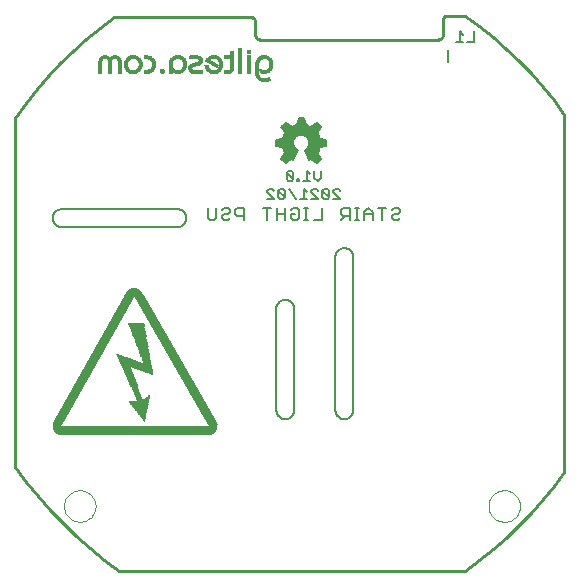
<source format=gbo>
G75*
G70*
%OFA0B0*%
%FSLAX24Y24*%
%IPPOS*%
%LPD*%
%AMOC8*
5,1,8,0,0,1.08239X$1,22.5*
%
%ADD10C,0.0100*%
%ADD11C,0.0000*%
%ADD12C,0.0080*%
%ADD13C,0.0060*%
%ADD14C,0.0050*%
%ADD15R,0.0062X0.0002*%
%ADD16R,0.0105X0.0002*%
%ADD17R,0.0133X0.0002*%
%ADD18R,0.0159X0.0002*%
%ADD19R,0.0179X0.0002*%
%ADD20R,0.0199X0.0002*%
%ADD21R,0.0215X0.0002*%
%ADD22R,0.0229X0.0002*%
%ADD23R,0.0246X0.0002*%
%ADD24R,0.0258X0.0002*%
%ADD25R,0.0272X0.0002*%
%ADD26R,0.0284X0.0002*%
%ADD27R,0.0296X0.0002*%
%ADD28R,0.0308X0.0002*%
%ADD29R,0.0320X0.0002*%
%ADD30R,0.0330X0.0002*%
%ADD31R,0.0340X0.0002*%
%ADD32R,0.0346X0.0002*%
%ADD33R,0.0350X0.0002*%
%ADD34R,0.0350X0.0002*%
%ADD35R,0.0354X0.0002*%
%ADD36R,0.0358X0.0002*%
%ADD37R,0.0360X0.0002*%
%ADD38R,0.0362X0.0002*%
%ADD39R,0.0366X0.0002*%
%ADD40R,0.0368X0.0002*%
%ADD41R,0.0368X0.0002*%
%ADD42R,0.0372X0.0002*%
%ADD43R,0.0374X0.0002*%
%ADD44R,0.0378X0.0002*%
%ADD45R,0.0378X0.0002*%
%ADD46R,0.0380X0.0002*%
%ADD47R,0.0382X0.0002*%
%ADD48R,0.0386X0.0002*%
%ADD49R,0.0386X0.0002*%
%ADD50R,0.0388X0.0002*%
%ADD51R,0.0390X0.0002*%
%ADD52R,0.0392X0.0002*%
%ADD53R,0.0392X0.0002*%
%ADD54R,0.0395X0.0002*%
%ADD55R,0.0397X0.0002*%
%ADD56R,0.0399X0.0002*%
%ADD57R,0.0399X0.0002*%
%ADD58R,0.0401X0.0002*%
%ADD59R,0.0403X0.0002*%
%ADD60R,0.0405X0.0002*%
%ADD61R,0.0405X0.0002*%
%ADD62R,0.0407X0.0002*%
%ADD63R,0.0409X0.0002*%
%ADD64R,0.0409X0.0002*%
%ADD65R,0.0411X0.0002*%
%ADD66R,0.0137X0.0002*%
%ADD67R,0.0213X0.0002*%
%ADD68R,0.0119X0.0002*%
%ADD69R,0.0197X0.0002*%
%ADD70R,0.0105X0.0002*%
%ADD71R,0.0189X0.0002*%
%ADD72R,0.0093X0.0002*%
%ADD73R,0.0181X0.0002*%
%ADD74R,0.0085X0.0002*%
%ADD75R,0.0175X0.0002*%
%ADD76R,0.0074X0.0002*%
%ADD77R,0.0167X0.0002*%
%ADD78R,0.0064X0.0002*%
%ADD79R,0.0163X0.0002*%
%ADD80R,0.0056X0.0002*%
%ADD81R,0.0159X0.0002*%
%ADD82R,0.0048X0.0002*%
%ADD83R,0.0155X0.0002*%
%ADD84R,0.0040X0.0002*%
%ADD85R,0.0151X0.0002*%
%ADD86R,0.0030X0.0002*%
%ADD87R,0.0149X0.0002*%
%ADD88R,0.0022X0.0002*%
%ADD89R,0.0145X0.0002*%
%ADD90R,0.0014X0.0002*%
%ADD91R,0.0143X0.0002*%
%ADD92R,0.0006X0.0002*%
%ADD93R,0.0139X0.0002*%
%ADD94R,0.0137X0.0002*%
%ADD95R,0.0133X0.0002*%
%ADD96R,0.0133X0.0002*%
%ADD97R,0.0129X0.0002*%
%ADD98R,0.0129X0.0002*%
%ADD99R,0.0127X0.0002*%
%ADD100R,0.0127X0.0002*%
%ADD101R,0.0125X0.0002*%
%ADD102R,0.0125X0.0002*%
%ADD103R,0.0123X0.0002*%
%ADD104R,0.0123X0.0002*%
%ADD105R,0.0121X0.0002*%
%ADD106R,0.0121X0.0002*%
%ADD107R,0.0119X0.0002*%
%ADD108R,0.0117X0.0002*%
%ADD109R,0.0115X0.0002*%
%ADD110R,0.0117X0.0002*%
%ADD111R,0.0115X0.0002*%
%ADD112R,0.0115X0.0002*%
%ADD113R,0.0113X0.0002*%
%ADD114R,0.0113X0.0002*%
%ADD115R,0.0113X0.0002*%
%ADD116R,0.0111X0.0002*%
%ADD117R,0.0111X0.0002*%
%ADD118R,0.0109X0.0002*%
%ADD119R,0.0109X0.0002*%
%ADD120R,0.0109X0.0002*%
%ADD121R,0.0107X0.0002*%
%ADD122R,0.0107X0.0002*%
%ADD123R,0.0107X0.0002*%
%ADD124R,0.0107X0.0002*%
%ADD125R,0.0105X0.0002*%
%ADD126R,0.0105X0.0002*%
%ADD127R,0.0105X0.0002*%
%ADD128R,0.0054X0.0002*%
%ADD129R,0.0062X0.0002*%
%ADD130R,0.0062X0.0002*%
%ADD131R,0.0085X0.0002*%
%ADD132R,0.0097X0.0002*%
%ADD133R,0.0093X0.0002*%
%ADD134R,0.0095X0.0002*%
%ADD135R,0.0020X0.0002*%
%ADD136R,0.0125X0.0002*%
%ADD137R,0.0107X0.0002*%
%ADD138R,0.0141X0.0002*%
%ADD139R,0.0133X0.0002*%
%ADD140R,0.0038X0.0002*%
%ADD141R,0.0137X0.0002*%
%ADD142R,0.0141X0.0002*%
%ADD143R,0.0157X0.0002*%
%ADD144R,0.0147X0.0002*%
%ADD145R,0.0050X0.0002*%
%ADD146R,0.0153X0.0002*%
%ADD147R,0.0173X0.0002*%
%ADD148R,0.0169X0.0002*%
%ADD149R,0.0169X0.0002*%
%ADD150R,0.0171X0.0002*%
%ADD151R,0.0185X0.0002*%
%ADD152R,0.0326X0.0002*%
%ADD153R,0.0171X0.0002*%
%ADD154R,0.0070X0.0002*%
%ADD155R,0.0131X0.0002*%
%ADD156R,0.0183X0.0002*%
%ADD157R,0.0183X0.0002*%
%ADD158R,0.0183X0.0002*%
%ADD159R,0.0199X0.0002*%
%ADD160R,0.0181X0.0002*%
%ADD161R,0.0074X0.0002*%
%ADD162R,0.0145X0.0002*%
%ADD163R,0.0195X0.0002*%
%ADD164R,0.0195X0.0002*%
%ADD165R,0.0193X0.0002*%
%ADD166R,0.0211X0.0002*%
%ADD167R,0.0352X0.0002*%
%ADD168R,0.0193X0.0002*%
%ADD169R,0.0083X0.0002*%
%ADD170R,0.0157X0.0002*%
%ADD171R,0.0207X0.0002*%
%ADD172R,0.0205X0.0002*%
%ADD173R,0.0201X0.0002*%
%ADD174R,0.0221X0.0002*%
%ADD175R,0.0360X0.0002*%
%ADD176R,0.0203X0.0002*%
%ADD177R,0.0087X0.0002*%
%ADD178R,0.0165X0.0002*%
%ADD179R,0.0217X0.0002*%
%ADD180R,0.0217X0.0002*%
%ADD181R,0.0207X0.0002*%
%ADD182R,0.0231X0.0002*%
%ADD183R,0.0366X0.0002*%
%ADD184R,0.0091X0.0002*%
%ADD185R,0.0175X0.0002*%
%ADD186R,0.0229X0.0002*%
%ADD187R,0.0225X0.0002*%
%ADD188R,0.0213X0.0002*%
%ADD189R,0.0242X0.0002*%
%ADD190R,0.0372X0.0002*%
%ADD191R,0.0221X0.0002*%
%ADD192R,0.0097X0.0002*%
%ADD193R,0.0238X0.0002*%
%ADD194R,0.0237X0.0002*%
%ADD195R,0.0252X0.0002*%
%ADD196R,0.0378X0.0002*%
%ADD197R,0.0101X0.0002*%
%ADD198R,0.0187X0.0002*%
%ADD199R,0.0248X0.0002*%
%ADD200R,0.0246X0.0002*%
%ADD201R,0.0223X0.0002*%
%ADD202R,0.0260X0.0002*%
%ADD203R,0.0384X0.0002*%
%ADD204R,0.0238X0.0002*%
%ADD205R,0.0254X0.0002*%
%ADD206R,0.0227X0.0002*%
%ADD207R,0.0270X0.0002*%
%ADD208R,0.0246X0.0002*%
%ADD209R,0.0266X0.0002*%
%ADD210R,0.0262X0.0002*%
%ADD211R,0.0231X0.0002*%
%ADD212R,0.0280X0.0002*%
%ADD213R,0.0252X0.0002*%
%ADD214R,0.0205X0.0002*%
%ADD215R,0.0274X0.0002*%
%ADD216R,0.0270X0.0002*%
%ADD217R,0.0235X0.0002*%
%ADD218R,0.0288X0.0002*%
%ADD219R,0.0399X0.0002*%
%ADD220R,0.0260X0.0002*%
%ADD221R,0.0282X0.0002*%
%ADD222R,0.0278X0.0002*%
%ADD223R,0.0296X0.0002*%
%ADD224R,0.0215X0.0002*%
%ADD225R,0.0290X0.0002*%
%ADD226R,0.0286X0.0002*%
%ADD227R,0.0241X0.0002*%
%ADD228R,0.0300X0.0002*%
%ADD229R,0.0405X0.0002*%
%ADD230R,0.0272X0.0002*%
%ADD231R,0.0121X0.0002*%
%ADD232R,0.0221X0.0002*%
%ADD233R,0.0298X0.0002*%
%ADD234R,0.0292X0.0002*%
%ADD235R,0.0244X0.0002*%
%ADD236R,0.0308X0.0002*%
%ADD237R,0.0123X0.0002*%
%ADD238R,0.0304X0.0002*%
%ADD239R,0.0294X0.0002*%
%ADD240R,0.0316X0.0002*%
%ADD241R,0.0411X0.0002*%
%ADD242R,0.0312X0.0002*%
%ADD243R,0.0250X0.0002*%
%ADD244R,0.0324X0.0002*%
%ADD245R,0.0415X0.0002*%
%ADD246R,0.0292X0.0002*%
%ADD247R,0.0233X0.0002*%
%ADD248R,0.0318X0.0002*%
%ADD249R,0.0302X0.0002*%
%ADD250R,0.0328X0.0002*%
%ADD251R,0.0417X0.0002*%
%ADD252R,0.0324X0.0002*%
%ADD253R,0.0256X0.0002*%
%ADD254R,0.0336X0.0002*%
%ADD255R,0.0421X0.0002*%
%ADD256R,0.0131X0.0002*%
%ADD257R,0.0330X0.0002*%
%ADD258R,0.0258X0.0002*%
%ADD259R,0.0340X0.0002*%
%ADD260R,0.0423X0.0002*%
%ADD261R,0.0135X0.0002*%
%ADD262R,0.0338X0.0002*%
%ADD263R,0.0310X0.0002*%
%ADD264R,0.0348X0.0002*%
%ADD265R,0.0425X0.0002*%
%ADD266R,0.0342X0.0002*%
%ADD267R,0.0314X0.0002*%
%ADD268R,0.0262X0.0002*%
%ADD269R,0.0429X0.0002*%
%ADD270R,0.0320X0.0002*%
%ADD271R,0.0316X0.0002*%
%ADD272R,0.0264X0.0002*%
%ADD273R,0.0360X0.0002*%
%ADD274R,0.0431X0.0002*%
%ADD275R,0.0324X0.0002*%
%ADD276R,0.0139X0.0002*%
%ADD277R,0.0256X0.0002*%
%ADD278R,0.0318X0.0002*%
%ADD279R,0.0266X0.0002*%
%ADD280R,0.0364X0.0002*%
%ADD281R,0.0433X0.0002*%
%ADD282R,0.0139X0.0002*%
%ADD283R,0.0360X0.0002*%
%ADD284R,0.0322X0.0002*%
%ADD285R,0.0268X0.0002*%
%ADD286R,0.0370X0.0002*%
%ADD287R,0.0435X0.0002*%
%ADD288R,0.0330X0.0002*%
%ADD289R,0.0376X0.0002*%
%ADD290R,0.0437X0.0002*%
%ADD291R,0.0332X0.0002*%
%ADD292R,0.0141X0.0002*%
%ADD293R,0.0326X0.0002*%
%ADD294R,0.0272X0.0002*%
%ADD295R,0.0380X0.0002*%
%ADD296R,0.0439X0.0002*%
%ADD297R,0.0334X0.0002*%
%ADD298R,0.0143X0.0002*%
%ADD299R,0.0268X0.0002*%
%ADD300R,0.0376X0.0002*%
%ADD301R,0.0274X0.0002*%
%ADD302R,0.0441X0.0002*%
%ADD303R,0.0382X0.0002*%
%ADD304R,0.0276X0.0002*%
%ADD305R,0.0391X0.0002*%
%ADD306R,0.0443X0.0002*%
%ADD307R,0.0340X0.0002*%
%ADD308R,0.0274X0.0002*%
%ADD309R,0.0334X0.0002*%
%ADD310R,0.0445X0.0002*%
%ADD311R,0.0342X0.0002*%
%ADD312R,0.0278X0.0002*%
%ADD313R,0.0401X0.0002*%
%ADD314R,0.0445X0.0002*%
%ADD315R,0.0344X0.0002*%
%ADD316R,0.0395X0.0002*%
%ADD317R,0.0280X0.0002*%
%ADD318R,0.0447X0.0002*%
%ADD319R,0.0409X0.0002*%
%ADD320R,0.0449X0.0002*%
%ADD321R,0.0348X0.0002*%
%ADD322R,0.0407X0.0002*%
%ADD323R,0.0344X0.0002*%
%ADD324R,0.0415X0.0002*%
%ADD325R,0.0451X0.0002*%
%ADD326R,0.0350X0.0002*%
%ADD327R,0.0411X0.0002*%
%ADD328R,0.0346X0.0002*%
%ADD329R,0.0284X0.0002*%
%ADD330R,0.0419X0.0002*%
%ADD331R,0.0451X0.0002*%
%ADD332R,0.0352X0.0002*%
%ADD333R,0.0290X0.0002*%
%ADD334R,0.0415X0.0002*%
%ADD335R,0.0286X0.0002*%
%ADD336R,0.0423X0.0002*%
%ADD337R,0.0453X0.0002*%
%ADD338R,0.0354X0.0002*%
%ADD339R,0.0292X0.0002*%
%ADD340R,0.0419X0.0002*%
%ADD341R,0.0427X0.0002*%
%ADD342R,0.0455X0.0002*%
%ADD343R,0.0356X0.0002*%
%ADD344R,0.0288X0.0002*%
%ADD345R,0.0431X0.0002*%
%ADD346R,0.0358X0.0002*%
%ADD347R,0.0296X0.0002*%
%ADD348R,0.0290X0.0002*%
%ADD349R,0.0435X0.0002*%
%ADD350R,0.0457X0.0002*%
%ADD351R,0.0300X0.0002*%
%ADD352R,0.0356X0.0002*%
%ADD353R,0.0290X0.0002*%
%ADD354R,0.0439X0.0002*%
%ADD355R,0.0457X0.0002*%
%ADD356R,0.0362X0.0002*%
%ADD357R,0.0302X0.0002*%
%ADD358R,0.0443X0.0002*%
%ADD359R,0.0459X0.0002*%
%ADD360R,0.0304X0.0002*%
%ADD361R,0.0447X0.0002*%
%ADD362R,0.0461X0.0002*%
%ADD363R,0.0306X0.0002*%
%ADD364R,0.0360X0.0002*%
%ADD365R,0.0294X0.0002*%
%ADD366R,0.0461X0.0002*%
%ADD367R,0.0368X0.0002*%
%ADD368R,0.0447X0.0002*%
%ADD369R,0.0463X0.0002*%
%ADD370R,0.0368X0.0002*%
%ADD371R,0.0457X0.0002*%
%ADD372R,0.0455X0.0002*%
%ADD373R,0.0372X0.0002*%
%ADD374R,0.0314X0.0002*%
%ADD375R,0.0203X0.0002*%
%ADD376R,0.0298X0.0002*%
%ADD377R,0.0201X0.0002*%
%ADD378R,0.0201X0.0002*%
%ADD379R,0.0465X0.0002*%
%ADD380R,0.0121X0.0002*%
%ADD381R,0.0316X0.0002*%
%ADD382R,0.0191X0.0002*%
%ADD383R,0.0298X0.0002*%
%ADD384R,0.0189X0.0002*%
%ADD385R,0.0465X0.0002*%
%ADD386R,0.0300X0.0002*%
%ADD387R,0.0181X0.0002*%
%ADD388R,0.0467X0.0002*%
%ADD389R,0.0103X0.0002*%
%ADD390R,0.0320X0.0002*%
%ADD391R,0.0177X0.0002*%
%ADD392R,0.0171X0.0002*%
%ADD393R,0.0079X0.0002*%
%ADD394R,0.0173X0.0002*%
%ADD395R,0.0169X0.0002*%
%ADD396R,0.0467X0.0002*%
%ADD397R,0.0171X0.0002*%
%ADD398R,0.0091X0.0002*%
%ADD399R,0.0324X0.0002*%
%ADD400R,0.0173X0.0002*%
%ADD401R,0.0072X0.0002*%
%ADD402R,0.0469X0.0002*%
%ADD403R,0.0163X0.0002*%
%ADD404R,0.0066X0.0002*%
%ADD405R,0.0165X0.0002*%
%ADD406R,0.0161X0.0002*%
%ADD407R,0.0149X0.0002*%
%ADD408R,0.0163X0.0002*%
%ADD409R,0.0081X0.0002*%
%ADD410R,0.0139X0.0002*%
%ADD411R,0.0076X0.0002*%
%ADD412R,0.0157X0.0002*%
%ADD413R,0.0058X0.0002*%
%ADD414R,0.0159X0.0002*%
%ADD415R,0.0155X0.0002*%
%ADD416R,0.0137X0.0002*%
%ADD417R,0.0159X0.0002*%
%ADD418R,0.0072X0.0002*%
%ADD419R,0.0195X0.0002*%
%ADD420R,0.0052X0.0002*%
%ADD421R,0.0127X0.0002*%
%ADD422R,0.0153X0.0002*%
%ADD423R,0.0155X0.0002*%
%ADD424R,0.0068X0.0002*%
%ADD425R,0.0189X0.0002*%
%ADD426R,0.0125X0.0002*%
%ADD427R,0.0151X0.0002*%
%ADD428R,0.0064X0.0002*%
%ADD429R,0.0044X0.0002*%
%ADD430R,0.0123X0.0002*%
%ADD431R,0.0103X0.0002*%
%ADD432R,0.0179X0.0002*%
%ADD433R,0.0147X0.0002*%
%ADD434R,0.0040X0.0002*%
%ADD435R,0.0151X0.0002*%
%ADD436R,0.0125X0.0002*%
%ADD437R,0.0099X0.0002*%
%ADD438R,0.0175X0.0002*%
%ADD439R,0.0145X0.0002*%
%ADD440R,0.0036X0.0002*%
%ADD441R,0.0056X0.0002*%
%ADD442R,0.0095X0.0002*%
%ADD443R,0.0032X0.0002*%
%ADD444R,0.0117X0.0002*%
%ADD445R,0.0052X0.0002*%
%ADD446R,0.0028X0.0002*%
%ADD447R,0.0115X0.0002*%
%ADD448R,0.0050X0.0002*%
%ADD449R,0.0141X0.0002*%
%ADD450R,0.0024X0.0002*%
%ADD451R,0.0117X0.0002*%
%ADD452R,0.0046X0.0002*%
%ADD453R,0.0119X0.0002*%
%ADD454R,0.0074X0.0002*%
%ADD455R,0.0143X0.0002*%
%ADD456R,0.0137X0.0002*%
%ADD457R,0.0016X0.0002*%
%ADD458R,0.0042X0.0002*%
%ADD459R,0.0135X0.0002*%
%ADD460R,0.0012X0.0002*%
%ADD461R,0.0038X0.0002*%
%ADD462R,0.0058X0.0002*%
%ADD463R,0.0010X0.0002*%
%ADD464R,0.0135X0.0002*%
%ADD465R,0.0115X0.0002*%
%ADD466R,0.0135X0.0002*%
%ADD467R,0.0036X0.0002*%
%ADD468R,0.0153X0.0002*%
%ADD469R,0.0034X0.0002*%
%ADD470R,0.0034X0.0002*%
%ADD471R,0.0002X0.0002*%
%ADD472R,0.0133X0.0002*%
%ADD473R,0.0030X0.0002*%
%ADD474R,0.0149X0.0002*%
%ADD475R,0.0129X0.0002*%
%ADD476R,0.0131X0.0002*%
%ADD477R,0.0028X0.0002*%
%ADD478R,0.0024X0.0002*%
%ADD479R,0.0022X0.0002*%
%ADD480R,0.0020X0.0002*%
%ADD481R,0.0018X0.0002*%
%ADD482R,0.0121X0.0002*%
%ADD483R,0.0012X0.0002*%
%ADD484R,0.0127X0.0002*%
%ADD485R,0.0010X0.0002*%
%ADD486R,0.0008X0.0002*%
%ADD487R,0.0006X0.0002*%
%ADD488R,0.0119X0.0002*%
%ADD489R,0.0004X0.0002*%
%ADD490R,0.0002X0.0002*%
%ADD491R,0.0117X0.0002*%
%ADD492R,0.0004X0.0002*%
%ADD493R,0.0111X0.0002*%
%ADD494R,0.0111X0.0002*%
%ADD495R,0.0018X0.0002*%
%ADD496R,0.0109X0.0002*%
%ADD497R,0.0022X0.0002*%
%ADD498R,0.0042X0.0002*%
%ADD499R,0.0046X0.0002*%
%ADD500R,0.0056X0.0002*%
%ADD501R,0.0161X0.0002*%
%ADD502R,0.0070X0.0002*%
%ADD503R,0.0109X0.0002*%
%ADD504R,0.0185X0.0002*%
%ADD505R,0.0089X0.0002*%
%ADD506R,0.0093X0.0002*%
%ADD507R,0.0099X0.0002*%
%ADD508R,0.0211X0.0002*%
%ADD509R,0.0231X0.0002*%
%ADD510R,0.0240X0.0002*%
%ADD511R,0.0149X0.0002*%
%ADD512R,0.0264X0.0002*%
%ADD513R,0.0268X0.0002*%
%ADD514R,0.0272X0.0002*%
%ADD515R,0.0167X0.0002*%
%ADD516R,0.0068X0.0002*%
%ADD517R,0.0284X0.0002*%
%ADD518R,0.0018X0.0002*%
%ADD519R,0.0185X0.0002*%
%ADD520R,0.0002X0.0002*%
%ADD521R,0.0197X0.0002*%
%ADD522R,0.0197X0.0002*%
%ADD523R,0.0310X0.0002*%
%ADD524R,0.0199X0.0002*%
%ADD525R,0.0310X0.0002*%
%ADD526R,0.0312X0.0002*%
%ADD527R,0.0312X0.0002*%
%ADD528R,0.0310X0.0002*%
%ADD529R,0.0306X0.0002*%
%ADD530R,0.0199X0.0002*%
%ADD531R,0.0197X0.0002*%
%ADD532R,0.0296X0.0002*%
%ADD533R,0.0254X0.0002*%
%ADD534R,0.0225X0.0002*%
%ADD535R,0.0219X0.0002*%
%ADD536R,0.0157X0.0002*%
%ADD537R,0.0107X0.0002*%
%ADD538R,0.0117X0.0002*%
%ADD539R,0.0197X0.0002*%
%ADD540R,0.0141X0.0002*%
%ADD541R,0.0111X0.0002*%
%ADD542R,0.0119X0.0002*%
%ADD543R,0.0111X0.0002*%
%ADD544R,0.0123X0.0002*%
%ADD545R,0.0197X0.0002*%
%ADD546R,0.0121X0.0002*%
%ADD547R,0.0119X0.0002*%
%ADD548R,0.0127X0.0002*%
%ADD549R,0.0193X0.0002*%
%ADD550R,0.0187X0.0002*%
%ADD551R,0.0131X0.0002*%
%ADD552R,0.0125X0.0002*%
%ADD553R,0.0123X0.0002*%
%ADD554R,0.0177X0.0002*%
%ADD555R,0.0127X0.0002*%
%ADD556R,0.0163X0.0002*%
%ADD557R,0.0135X0.0002*%
%ADD558R,0.0129X0.0002*%
%ADD559R,0.0143X0.0002*%
%ADD560R,0.0139X0.0002*%
%ADD561R,0.0135X0.0002*%
%ADD562R,0.0115X0.0002*%
%ADD563R,0.0129X0.0002*%
%ADD564R,0.0137X0.0002*%
%ADD565R,0.0131X0.0002*%
%ADD566R,0.0141X0.0002*%
%ADD567R,0.0153X0.0002*%
%ADD568R,0.0151X0.0002*%
%ADD569R,0.0155X0.0002*%
%ADD570R,0.0159X0.0002*%
%ADD571R,0.0161X0.0002*%
%ADD572R,0.0143X0.0002*%
%ADD573R,0.0147X0.0002*%
%ADD574R,0.0165X0.0002*%
%ADD575R,0.0167X0.0002*%
%ADD576R,0.0167X0.0002*%
%ADD577R,0.0153X0.0002*%
%ADD578R,0.0175X0.0002*%
%ADD579R,0.0149X0.0002*%
%ADD580R,0.0179X0.0002*%
%ADD581R,0.0153X0.0002*%
%ADD582R,0.0191X0.0002*%
%ADD583R,0.0161X0.0002*%
%ADD584R,0.0195X0.0002*%
%ADD585R,0.0199X0.0002*%
%ADD586R,0.0163X0.0002*%
%ADD587R,0.0207X0.0002*%
%ADD588R,0.0167X0.0002*%
%ADD589R,0.0173X0.0002*%
%ADD590R,0.0316X0.0002*%
%ADD591R,0.0171X0.0002*%
%ADD592R,0.0441X0.0002*%
%ADD593R,0.0177X0.0002*%
%ADD594R,0.0322X0.0002*%
%ADD595R,0.0173X0.0002*%
%ADD596R,0.0229X0.0002*%
%ADD597R,0.0441X0.0002*%
%ADD598R,0.0185X0.0002*%
%ADD599R,0.0320X0.0002*%
%ADD600R,0.0147X0.0002*%
%ADD601R,0.0240X0.0002*%
%ADD602R,0.0179X0.0002*%
%ADD603R,0.0264X0.0002*%
%ADD604R,0.0199X0.0002*%
%ADD605R,0.0201X0.0002*%
%ADD606R,0.0439X0.0002*%
%ADD607R,0.0205X0.0002*%
%ADD608R,0.0211X0.0002*%
%ADD609R,0.0201X0.0002*%
%ADD610R,0.0165X0.0002*%
%ADD611R,0.0286X0.0002*%
%ADD612R,0.0449X0.0002*%
%ADD613R,0.0437X0.0002*%
%ADD614R,0.0473X0.0002*%
%ADD615R,0.0314X0.0002*%
%ADD616R,0.0455X0.0002*%
%ADD617R,0.0702X0.0002*%
%ADD618R,0.0700X0.0002*%
%ADD619R,0.0698X0.0002*%
%ADD620R,0.0445X0.0002*%
%ADD621R,0.0435X0.0002*%
%ADD622R,0.0463X0.0002*%
%ADD623R,0.0308X0.0002*%
%ADD624R,0.0447X0.0002*%
%ADD625R,0.0694X0.0002*%
%ADD626R,0.0433X0.0002*%
%ADD627R,0.0459X0.0002*%
%ADD628R,0.0443X0.0002*%
%ADD629R,0.0694X0.0002*%
%ADD630R,0.0431X0.0002*%
%ADD631R,0.0690X0.0002*%
%ADD632R,0.0427X0.0002*%
%ADD633R,0.0686X0.0002*%
%ADD634R,0.0423X0.0002*%
%ADD635R,0.0429X0.0002*%
%ADD636R,0.0431X0.0002*%
%ADD637R,0.0449X0.0002*%
%ADD638R,0.0298X0.0002*%
%ADD639R,0.0686X0.0002*%
%ADD640R,0.0425X0.0002*%
%ADD641R,0.0429X0.0002*%
%ADD642R,0.0427X0.0002*%
%ADD643R,0.0682X0.0002*%
%ADD644R,0.0421X0.0002*%
%ADD645R,0.0441X0.0002*%
%ADD646R,0.0678X0.0002*%
%ADD647R,0.0676X0.0002*%
%ADD648R,0.0407X0.0002*%
%ADD649R,0.0413X0.0002*%
%ADD650R,0.0425X0.0002*%
%ADD651R,0.0433X0.0002*%
%ADD652R,0.0290X0.0002*%
%ADD653R,0.0415X0.0002*%
%ADD654R,0.0336X0.0002*%
%ADD655R,0.0336X0.0002*%
%ADD656R,0.0403X0.0002*%
%ADD657R,0.0423X0.0002*%
%ADD658R,0.0429X0.0002*%
%ADD659R,0.0286X0.0002*%
%ADD660R,0.0411X0.0002*%
%ADD661R,0.0332X0.0002*%
%ADD662R,0.0399X0.0002*%
%ADD663R,0.0328X0.0002*%
%ADD664R,0.0394X0.0002*%
%ADD665R,0.0390X0.0002*%
%ADD666R,0.0397X0.0002*%
%ADD667R,0.0419X0.0002*%
%ADD668R,0.0417X0.0002*%
%ADD669R,0.0278X0.0002*%
%ADD670R,0.0395X0.0002*%
%ADD671R,0.0324X0.0002*%
%ADD672R,0.0386X0.0002*%
%ADD673R,0.0417X0.0002*%
%ADD674R,0.0413X0.0002*%
%ADD675R,0.0276X0.0002*%
%ADD676R,0.0391X0.0002*%
%ADD677R,0.0382X0.0002*%
%ADD678R,0.0316X0.0002*%
%ADD679R,0.0413X0.0002*%
%ADD680R,0.0372X0.0002*%
%ADD681R,0.0396X0.0002*%
%ADD682R,0.0268X0.0002*%
%ADD683R,0.0376X0.0002*%
%ADD684R,0.0370X0.0002*%
%ADD685R,0.0304X0.0002*%
%ADD686R,0.0380X0.0002*%
%ADD687R,0.0352X0.0002*%
%ADD688R,0.0356X0.0002*%
%ADD689R,0.0403X0.0002*%
%ADD690R,0.0376X0.0002*%
%ADD691R,0.0256X0.0002*%
%ADD692R,0.0354X0.0002*%
%ADD693R,0.0294X0.0002*%
%ADD694R,0.0292X0.0002*%
%ADD695R,0.0350X0.0002*%
%ADD696R,0.0350X0.0002*%
%ADD697R,0.0288X0.0002*%
%ADD698R,0.0346X0.0002*%
%ADD699R,0.0364X0.0002*%
%ADD700R,0.0334X0.0002*%
%ADD701R,0.0280X0.0002*%
%ADD702R,0.0328X0.0002*%
%ADD703R,0.0334X0.0002*%
%ADD704R,0.0242X0.0002*%
%ADD705R,0.0330X0.0002*%
%ADD706R,0.0274X0.0002*%
%ADD707R,0.0276X0.0002*%
%ADD708R,0.0388X0.0002*%
%ADD709R,0.0237X0.0002*%
%ADD710R,0.0270X0.0002*%
%ADD711R,0.0270X0.0002*%
%ADD712R,0.0264X0.0002*%
%ADD713R,0.0304X0.0002*%
%ADD714R,0.0380X0.0002*%
%ADD715R,0.0326X0.0002*%
%ADD716R,0.0225X0.0002*%
%ADD717R,0.0254X0.0002*%
%ADD718R,0.0300X0.0002*%
%ADD719R,0.0298X0.0002*%
%ADD720R,0.0250X0.0002*%
%ADD721R,0.0248X0.0002*%
%ADD722R,0.0244X0.0002*%
%ADD723R,0.0274X0.0002*%
%ADD724R,0.0362X0.0002*%
%ADD725R,0.0296X0.0002*%
%ADD726R,0.0205X0.0002*%
%ADD727R,0.0229X0.0002*%
%ADD728R,0.0231X0.0002*%
%ADD729R,0.0266X0.0002*%
%ADD730R,0.0358X0.0002*%
%ADD731R,0.0223X0.0002*%
%ADD732R,0.0215X0.0002*%
%ADD733R,0.0209X0.0002*%
%ADD734R,0.0240X0.0002*%
%ADD735R,0.0244X0.0002*%
%ADD736R,0.0340X0.0002*%
%ADD737R,0.0262X0.0002*%
%ADD738R,0.0238X0.0002*%
%ADD739R,0.0229X0.0002*%
%ADD740R,0.0231X0.0002*%
%ADD741R,0.0229X0.0002*%
%ADD742R,0.0219X0.0002*%
%ADD743R,0.0223X0.0002*%
%ADD744R,0.0183X0.0002*%
%ADD745R,0.0215X0.0002*%
%ADD746R,0.0195X0.0002*%
%ADD747R,0.0203X0.0002*%
%ADD748R,0.0187X0.0002*%
%ADD749R,0.0169X0.0002*%
%ADD750R,0.0143X0.0002*%
%ADD751R,0.0155X0.0002*%
%ADD752R,0.0095X0.0002*%
%ADD753R,0.0078X0.0002*%
%ADD754R,0.0081X0.0002*%
%ADD755R,0.0072X0.0002*%
%ADD756R,0.0020X0.0002*%
%ADD757R,0.0050X0.0002*%
%ADD758R,0.0060X0.0002*%
%ADD759R,0.0066X0.0002*%
%ADD760R,0.0079X0.0002*%
%ADD761R,0.0089X0.0002*%
%ADD762R,0.0091X0.0002*%
%ADD763R,0.0095X0.0002*%
%ADD764R,0.0099X0.0002*%
%ADD765R,0.0103X0.0002*%
%ADD766R,0.0101X0.0002*%
%ADD767R,0.0087X0.0002*%
%ADD768R,0.0074X0.0002*%
%ADD769R,0.0062X0.0002*%
%ADD770R,0.0054X0.0002*%
%ADD771R,0.0044X0.0002*%
%ADD772R,0.0030X0.0002*%
%ADD773R,0.4922X0.0006*%
%ADD774R,0.4983X0.0006*%
%ADD775R,0.5027X0.0006*%
%ADD776R,0.5065X0.0006*%
%ADD777R,0.5093X0.0006*%
%ADD778R,0.5120X0.0006*%
%ADD779R,0.5148X0.0006*%
%ADD780R,0.5170X0.0006*%
%ADD781R,0.5187X0.0006*%
%ADD782R,0.5209X0.0006*%
%ADD783R,0.5225X0.0006*%
%ADD784R,0.5242X0.0006*%
%ADD785R,0.5253X0.0006*%
%ADD786R,0.5269X0.0006*%
%ADD787R,0.5286X0.0006*%
%ADD788R,0.5297X0.0006*%
%ADD789R,0.5308X0.0006*%
%ADD790R,0.5319X0.0006*%
%ADD791R,0.5330X0.0006*%
%ADD792R,0.5341X0.0006*%
%ADD793R,0.5346X0.0006*%
%ADD794R,0.5357X0.0006*%
%ADD795R,0.5363X0.0006*%
%ADD796R,0.5374X0.0006*%
%ADD797R,0.5380X0.0006*%
%ADD798R,0.5385X0.0006*%
%ADD799R,0.5396X0.0006*%
%ADD800R,0.5402X0.0006*%
%ADD801R,0.5407X0.0006*%
%ADD802R,0.5413X0.0006*%
%ADD803R,0.5418X0.0006*%
%ADD804R,0.5424X0.0006*%
%ADD805R,0.5429X0.0006*%
%ADD806R,0.5435X0.0006*%
%ADD807R,0.5440X0.0006*%
%ADD808R,0.5446X0.0006*%
%ADD809R,0.5451X0.0006*%
%ADD810R,0.5457X0.0006*%
%ADD811R,0.5462X0.0006*%
%ADD812R,0.5468X0.0006*%
%ADD813R,0.5473X0.0006*%
%ADD814R,0.5076X0.0006*%
%ADD815R,0.0375X0.0006*%
%ADD816R,0.0320X0.0006*%
%ADD817R,0.0314X0.0006*%
%ADD818R,0.0298X0.0006*%
%ADD819R,0.0292X0.0006*%
%ADD820R,0.0276X0.0006*%
%ADD821R,0.0281X0.0006*%
%ADD822R,0.0287X0.0006*%
%ADD823R,0.0303X0.0006*%
%ADD824R,0.0309X0.0006*%
%ADD825R,0.0006X0.0006*%
%ADD826R,0.0325X0.0006*%
%ADD827R,0.0011X0.0006*%
%ADD828R,0.0017X0.0006*%
%ADD829R,0.0028X0.0006*%
%ADD830R,0.0033X0.0006*%
%ADD831R,0.0039X0.0006*%
%ADD832R,0.0050X0.0006*%
%ADD833R,0.0055X0.0006*%
%ADD834R,0.0061X0.0006*%
%ADD835R,0.0066X0.0006*%
%ADD836R,0.0077X0.0006*%
%ADD837R,0.0083X0.0006*%
%ADD838R,0.0088X0.0006*%
%ADD839R,0.0094X0.0006*%
%ADD840R,0.0105X0.0006*%
%ADD841R,0.0110X0.0006*%
%ADD842R,0.0116X0.0006*%
%ADD843R,0.0121X0.0006*%
%ADD844R,0.0132X0.0006*%
%ADD845R,0.0138X0.0006*%
%ADD846R,0.0143X0.0006*%
%ADD847R,0.0149X0.0006*%
%ADD848R,0.0160X0.0006*%
%ADD849R,0.0165X0.0006*%
%ADD850R,0.0171X0.0006*%
%ADD851R,0.0176X0.0006*%
%ADD852R,0.0187X0.0006*%
%ADD853R,0.0193X0.0006*%
%ADD854R,0.0198X0.0006*%
%ADD855R,0.0204X0.0006*%
%ADD856R,0.0215X0.0006*%
%ADD857R,0.0220X0.0006*%
%ADD858R,0.0226X0.0006*%
%ADD859R,0.0231X0.0006*%
%ADD860R,0.0243X0.0006*%
%ADD861R,0.0248X0.0006*%
%ADD862R,0.0254X0.0006*%
%ADD863R,0.0259X0.0006*%
%ADD864R,0.0270X0.0006*%
%ADD865R,0.0331X0.0006*%
%ADD866R,0.0336X0.0006*%
%ADD867R,0.0347X0.0006*%
%ADD868R,0.0353X0.0006*%
%ADD869R,0.0358X0.0006*%
%ADD870R,0.0364X0.0006*%
%ADD871R,0.0380X0.0006*%
%ADD872R,0.0386X0.0006*%
%ADD873R,0.0391X0.0006*%
%ADD874R,0.0402X0.0006*%
%ADD875R,0.0408X0.0006*%
%ADD876R,0.0413X0.0006*%
%ADD877R,0.0419X0.0006*%
%ADD878R,0.0430X0.0006*%
%ADD879R,0.0435X0.0006*%
%ADD880R,0.0441X0.0006*%
%ADD881R,0.0446X0.0006*%
%ADD882R,0.0457X0.0006*%
%ADD883R,0.0463X0.0006*%
%ADD884R,0.0469X0.0006*%
%ADD885R,0.0474X0.0006*%
%ADD886R,0.0485X0.0006*%
%ADD887R,0.0491X0.0006*%
%ADD888R,0.0496X0.0006*%
%ADD889R,0.0502X0.0006*%
%ADD890R,0.0513X0.0006*%
%ADD891R,0.0518X0.0006*%
%ADD892R,0.0524X0.0006*%
%ADD893R,0.0529X0.0006*%
%ADD894R,0.0540X0.0006*%
%ADD895R,0.0546X0.0006*%
%ADD896R,0.0551X0.0006*%
%ADD897R,0.0557X0.0006*%
%ADD898R,0.0568X0.0006*%
%ADD899R,0.0573X0.0006*%
%ADD900R,0.0579X0.0006*%
%ADD901R,0.0584X0.0006*%
%ADD902R,0.0595X0.0006*%
%ADD903R,0.0601X0.0006*%
%ADD904R,0.0606X0.0006*%
%ADD905R,0.0612X0.0006*%
%ADD906R,0.0623X0.0006*%
%ADD907R,0.0628X0.0006*%
%ADD908R,0.0634X0.0006*%
%ADD909R,0.0639X0.0006*%
%ADD910R,0.0650X0.0006*%
%ADD911R,0.0656X0.0006*%
%ADD912R,0.0590X0.0006*%
%ADD913R,0.0397X0.0006*%
%ADD914R,0.0209X0.0006*%
%ADD915R,0.0182X0.0006*%
%ADD916R,0.0127X0.0006*%
%ADD917R,0.0072X0.0006*%
%ADD918R,0.0237X0.0006*%
%ADD919R,0.0265X0.0006*%
%ADD920R,0.0154X0.0006*%
%ADD921R,0.0369X0.0006*%
%ADD922R,0.0562X0.0006*%
%ADD923R,0.0661X0.0006*%
%ADD924R,0.0678X0.0006*%
%ADD925R,0.0694X0.0006*%
%ADD926R,0.0987X0.0006*%
%ADD927R,0.0992X0.0006*%
%ADD928R,0.0998X0.0006*%
%ADD929R,0.1003X0.0006*%
%ADD930R,0.1009X0.0006*%
%ADD931R,0.0750X0.0006*%
%ADD932R,0.0733X0.0006*%
%ADD933R,0.0722X0.0006*%
%ADD934R,0.0706X0.0006*%
%ADD935R,0.0700X0.0006*%
%ADD936R,0.0683X0.0006*%
%ADD937R,0.0667X0.0006*%
%ADD938R,0.0645X0.0006*%
%ADD939R,0.0617X0.0006*%
%ADD940R,0.0480X0.0006*%
%ADD941R,0.0452X0.0006*%
%ADD942R,0.0044X0.0006*%
%ADD943R,0.0342X0.0006*%
%ADD944R,0.0424X0.0006*%
%ADD945R,0.0507X0.0006*%
D10*
X003600Y000390D02*
X015150Y000390D01*
X018450Y003690D02*
X018450Y015590D01*
X015150Y018890D02*
X014550Y018890D01*
X014527Y018888D01*
X014504Y018883D01*
X014482Y018874D01*
X014462Y018861D01*
X014444Y018846D01*
X014429Y018828D01*
X014416Y018808D01*
X014407Y018786D01*
X014402Y018763D01*
X014400Y018740D01*
X014400Y018240D01*
X014398Y018217D01*
X014393Y018194D01*
X014384Y018172D01*
X014371Y018152D01*
X014356Y018134D01*
X014338Y018119D01*
X014318Y018106D01*
X014296Y018097D01*
X014273Y018092D01*
X014250Y018090D01*
X008300Y018090D01*
X008277Y018092D01*
X008254Y018097D01*
X008232Y018106D01*
X008212Y018119D01*
X008194Y018134D01*
X008179Y018152D01*
X008166Y018172D01*
X008157Y018194D01*
X008152Y018217D01*
X008150Y018240D01*
X008150Y018690D01*
X008148Y018713D01*
X008143Y018736D01*
X008134Y018758D01*
X008121Y018778D01*
X008106Y018796D01*
X008088Y018811D01*
X008068Y018824D01*
X008046Y018833D01*
X008023Y018838D01*
X008000Y018840D01*
X003450Y018840D01*
X000150Y015490D02*
X000150Y003840D01*
X015150Y018890D02*
X015623Y018543D01*
X016080Y018176D01*
X016521Y017790D01*
X016944Y017384D01*
X017350Y016961D01*
X017736Y016520D01*
X018103Y016063D01*
X018450Y015590D01*
X003600Y000390D02*
X003106Y000752D01*
X002627Y001136D01*
X002167Y001540D01*
X001724Y001964D01*
X001300Y002407D01*
X000896Y002867D01*
X000512Y003346D01*
X000150Y003840D01*
X015150Y000390D02*
X015623Y000737D01*
X016080Y001104D01*
X016521Y001490D01*
X016944Y001896D01*
X017350Y002319D01*
X017736Y002760D01*
X018103Y003217D01*
X018450Y003690D01*
X003450Y018840D02*
X002976Y018487D01*
X002518Y018114D01*
X002077Y017721D01*
X001653Y017309D01*
X001248Y016879D01*
X000862Y016432D01*
X000495Y015969D01*
X000150Y015490D01*
D11*
X001775Y002540D02*
X001777Y002585D01*
X001783Y002630D01*
X001792Y002674D01*
X001806Y002717D01*
X001823Y002759D01*
X001843Y002799D01*
X001867Y002838D01*
X001895Y002874D01*
X001925Y002907D01*
X001958Y002938D01*
X001993Y002966D01*
X002031Y002991D01*
X002071Y003012D01*
X002112Y003030D01*
X002155Y003045D01*
X002199Y003055D01*
X002244Y003062D01*
X002289Y003065D01*
X002334Y003064D01*
X002379Y003059D01*
X002423Y003050D01*
X002467Y003038D01*
X002509Y003022D01*
X002549Y003002D01*
X002588Y002979D01*
X002625Y002952D01*
X002659Y002923D01*
X002691Y002891D01*
X002719Y002856D01*
X002745Y002819D01*
X002767Y002779D01*
X002786Y002738D01*
X002801Y002696D01*
X002813Y002652D01*
X002821Y002608D01*
X002825Y002563D01*
X002825Y002517D01*
X002821Y002472D01*
X002813Y002428D01*
X002801Y002384D01*
X002786Y002342D01*
X002767Y002301D01*
X002745Y002261D01*
X002719Y002224D01*
X002691Y002189D01*
X002659Y002157D01*
X002625Y002128D01*
X002588Y002101D01*
X002549Y002078D01*
X002509Y002058D01*
X002467Y002042D01*
X002423Y002030D01*
X002379Y002021D01*
X002334Y002016D01*
X002289Y002015D01*
X002244Y002018D01*
X002199Y002025D01*
X002155Y002035D01*
X002112Y002050D01*
X002071Y002068D01*
X002031Y002089D01*
X001993Y002114D01*
X001958Y002142D01*
X001925Y002173D01*
X001895Y002206D01*
X001867Y002242D01*
X001843Y002281D01*
X001823Y002321D01*
X001806Y002363D01*
X001792Y002406D01*
X001783Y002450D01*
X001777Y002495D01*
X001775Y002540D01*
X015925Y002540D02*
X015927Y002585D01*
X015933Y002630D01*
X015942Y002674D01*
X015956Y002717D01*
X015973Y002759D01*
X015993Y002799D01*
X016017Y002838D01*
X016045Y002874D01*
X016075Y002907D01*
X016108Y002938D01*
X016143Y002966D01*
X016181Y002991D01*
X016221Y003012D01*
X016262Y003030D01*
X016305Y003045D01*
X016349Y003055D01*
X016394Y003062D01*
X016439Y003065D01*
X016484Y003064D01*
X016529Y003059D01*
X016573Y003050D01*
X016617Y003038D01*
X016659Y003022D01*
X016699Y003002D01*
X016738Y002979D01*
X016775Y002952D01*
X016809Y002923D01*
X016841Y002891D01*
X016869Y002856D01*
X016895Y002819D01*
X016917Y002779D01*
X016936Y002738D01*
X016951Y002696D01*
X016963Y002652D01*
X016971Y002608D01*
X016975Y002563D01*
X016975Y002517D01*
X016971Y002472D01*
X016963Y002428D01*
X016951Y002384D01*
X016936Y002342D01*
X016917Y002301D01*
X016895Y002261D01*
X016869Y002224D01*
X016841Y002189D01*
X016809Y002157D01*
X016775Y002128D01*
X016738Y002101D01*
X016699Y002078D01*
X016659Y002058D01*
X016617Y002042D01*
X016573Y002030D01*
X016529Y002021D01*
X016484Y002016D01*
X016439Y002015D01*
X016394Y002018D01*
X016349Y002025D01*
X016305Y002035D01*
X016262Y002050D01*
X016221Y002068D01*
X016181Y002089D01*
X016143Y002114D01*
X016108Y002142D01*
X016075Y002173D01*
X016045Y002206D01*
X016017Y002242D01*
X015993Y002281D01*
X015973Y002321D01*
X015956Y002363D01*
X015942Y002406D01*
X015933Y002450D01*
X015927Y002495D01*
X015925Y002540D01*
D12*
X011419Y005740D02*
X011419Y010840D01*
X011417Y010874D01*
X011411Y010907D01*
X011402Y010939D01*
X011389Y010970D01*
X011373Y011000D01*
X011354Y011027D01*
X011331Y011052D01*
X011306Y011075D01*
X011279Y011094D01*
X011249Y011110D01*
X011218Y011123D01*
X011186Y011132D01*
X011153Y011138D01*
X011119Y011140D01*
X011085Y011138D01*
X011052Y011132D01*
X011020Y011123D01*
X010989Y011110D01*
X010959Y011094D01*
X010932Y011075D01*
X010907Y011052D01*
X010884Y011027D01*
X010865Y011000D01*
X010849Y010970D01*
X010836Y010939D01*
X010827Y010907D01*
X010821Y010874D01*
X010819Y010840D01*
X010819Y005740D01*
X010821Y005706D01*
X010827Y005673D01*
X010836Y005641D01*
X010849Y005610D01*
X010865Y005580D01*
X010884Y005553D01*
X010907Y005528D01*
X010932Y005505D01*
X010959Y005486D01*
X010989Y005470D01*
X011020Y005457D01*
X011052Y005448D01*
X011085Y005442D01*
X011119Y005440D01*
X011153Y005442D01*
X011186Y005448D01*
X011218Y005457D01*
X011249Y005470D01*
X011279Y005486D01*
X011306Y005505D01*
X011331Y005528D01*
X011354Y005553D01*
X011373Y005580D01*
X011389Y005610D01*
X011402Y005641D01*
X011411Y005673D01*
X011417Y005706D01*
X011419Y005740D01*
X009450Y005740D02*
X009450Y009090D01*
X009451Y009124D01*
X009448Y009157D01*
X009441Y009190D01*
X009431Y009223D01*
X009417Y009253D01*
X009400Y009282D01*
X009380Y009309D01*
X009357Y009334D01*
X009331Y009356D01*
X009303Y009374D01*
X009273Y009390D01*
X009241Y009402D01*
X009208Y009410D01*
X009175Y009415D01*
X009141Y009416D01*
X009108Y009413D01*
X009075Y009406D01*
X009042Y009396D01*
X009012Y009382D01*
X008983Y009365D01*
X008956Y009345D01*
X008931Y009322D01*
X008909Y009296D01*
X008891Y009268D01*
X008875Y009238D01*
X008863Y009206D01*
X008855Y009173D01*
X008850Y009140D01*
X008850Y005740D01*
X008852Y005706D01*
X008858Y005673D01*
X008867Y005641D01*
X008880Y005610D01*
X008896Y005580D01*
X008915Y005553D01*
X008938Y005528D01*
X008963Y005505D01*
X008990Y005486D01*
X009020Y005470D01*
X009051Y005457D01*
X009083Y005448D01*
X009116Y005442D01*
X009150Y005440D01*
X009184Y005442D01*
X009217Y005448D01*
X009249Y005457D01*
X009280Y005470D01*
X009310Y005486D01*
X009337Y005505D01*
X009362Y005528D01*
X009385Y005553D01*
X009404Y005580D01*
X009420Y005610D01*
X009433Y005641D01*
X009442Y005673D01*
X009448Y005706D01*
X009450Y005740D01*
X005550Y011840D02*
X001700Y011840D01*
X001666Y011842D01*
X001633Y011848D01*
X001601Y011857D01*
X001570Y011870D01*
X001540Y011886D01*
X001513Y011905D01*
X001488Y011928D01*
X001465Y011953D01*
X001446Y011980D01*
X001430Y012010D01*
X001417Y012041D01*
X001408Y012073D01*
X001402Y012106D01*
X001400Y012140D01*
X001402Y012174D01*
X001408Y012207D01*
X001417Y012239D01*
X001430Y012270D01*
X001446Y012300D01*
X001465Y012327D01*
X001488Y012352D01*
X001513Y012375D01*
X001540Y012394D01*
X001570Y012410D01*
X001601Y012423D01*
X001633Y012432D01*
X001666Y012438D01*
X001700Y012440D01*
X005550Y012440D01*
X005584Y012438D01*
X005617Y012432D01*
X005649Y012423D01*
X005680Y012410D01*
X005710Y012394D01*
X005737Y012375D01*
X005762Y012352D01*
X005785Y012327D01*
X005804Y012300D01*
X005820Y012270D01*
X005833Y012239D01*
X005842Y012207D01*
X005848Y012174D01*
X005850Y012140D01*
X005848Y012106D01*
X005842Y012073D01*
X005833Y012041D01*
X005820Y012010D01*
X005804Y011980D01*
X005785Y011953D01*
X005762Y011928D01*
X005737Y011905D01*
X005710Y011886D01*
X005680Y011870D01*
X005649Y011857D01*
X005617Y011848D01*
X005584Y011842D01*
X005550Y011840D01*
X006565Y012130D02*
X006565Y012480D01*
X006845Y012480D02*
X006845Y012130D01*
X006775Y012060D01*
X006635Y012060D01*
X006565Y012130D01*
X007025Y012130D02*
X007095Y012060D01*
X007235Y012060D01*
X007305Y012130D01*
X007235Y012270D02*
X007095Y012270D01*
X007025Y012200D01*
X007025Y012130D01*
X007235Y012270D02*
X007305Y012340D01*
X007305Y012410D01*
X007235Y012480D01*
X007095Y012480D01*
X007025Y012410D01*
X007485Y012410D02*
X007485Y012270D01*
X007556Y012200D01*
X007766Y012200D01*
X007766Y012060D02*
X007766Y012480D01*
X007556Y012480D01*
X007485Y012410D01*
X008406Y012480D02*
X008687Y012480D01*
X008546Y012480D02*
X008546Y012060D01*
X008867Y012060D02*
X008867Y012480D01*
X008867Y012270D02*
X009147Y012270D01*
X009327Y012270D02*
X009327Y012130D01*
X009397Y012060D01*
X009537Y012060D01*
X009607Y012130D01*
X009607Y012410D01*
X009537Y012480D01*
X009397Y012480D01*
X009327Y012410D01*
X009327Y012270D02*
X009467Y012270D01*
X009774Y012060D02*
X009914Y012060D01*
X009844Y012060D02*
X009844Y012480D01*
X009914Y012480D02*
X009774Y012480D01*
X010094Y012060D02*
X010375Y012060D01*
X010375Y012480D01*
X011015Y012410D02*
X011015Y012270D01*
X011085Y012200D01*
X011295Y012200D01*
X011155Y012200D02*
X011015Y012060D01*
X011295Y012060D02*
X011295Y012480D01*
X011085Y012480D01*
X011015Y012410D01*
X011462Y012480D02*
X011602Y012480D01*
X011532Y012480D02*
X011532Y012060D01*
X011602Y012060D02*
X011462Y012060D01*
X011782Y012060D02*
X011782Y012340D01*
X011923Y012480D01*
X012063Y012340D01*
X012063Y012060D01*
X012063Y012270D02*
X011782Y012270D01*
X012243Y012480D02*
X012523Y012480D01*
X012383Y012480D02*
X012383Y012060D01*
X012703Y012130D02*
X012773Y012060D01*
X012913Y012060D01*
X012984Y012130D01*
X012913Y012270D02*
X012773Y012270D01*
X012703Y012200D01*
X012703Y012130D01*
X012913Y012270D02*
X012984Y012340D01*
X012984Y012410D01*
X012913Y012480D01*
X012773Y012480D01*
X012703Y012410D01*
X009147Y012480D02*
X009147Y012060D01*
D13*
X009085Y012770D02*
X008971Y012770D01*
X008915Y012827D01*
X008915Y013054D01*
X009142Y012827D01*
X009085Y012770D01*
X009142Y012827D02*
X009142Y013054D01*
X009085Y013110D01*
X008971Y013110D01*
X008915Y013054D01*
X008773Y013054D02*
X008717Y013110D01*
X008603Y013110D01*
X008546Y013054D01*
X008546Y012997D01*
X008773Y012770D01*
X008546Y012770D01*
X009191Y013427D02*
X009248Y013370D01*
X009361Y013370D01*
X009418Y013427D01*
X009191Y013654D01*
X009191Y013427D01*
X009191Y013654D02*
X009248Y013710D01*
X009361Y013710D01*
X009418Y013654D01*
X009418Y013427D01*
X009545Y013427D02*
X009545Y013370D01*
X009602Y013370D01*
X009602Y013427D01*
X009545Y013427D01*
X009743Y013370D02*
X009970Y013370D01*
X009857Y013370D02*
X009857Y013710D01*
X009970Y013597D01*
X010112Y013710D02*
X010112Y013483D01*
X010225Y013370D01*
X010339Y013483D01*
X010339Y013710D01*
X010200Y013980D02*
X010340Y014120D01*
X010220Y014300D01*
X010183Y014313D02*
X009860Y014313D01*
X009825Y014372D02*
X010207Y014372D01*
X010230Y014430D02*
X009895Y014430D01*
X009820Y014380D02*
X009970Y014130D01*
X010020Y014130D01*
X010170Y014030D01*
X010270Y014130D01*
X010170Y014280D01*
X010270Y014530D01*
X010470Y014580D01*
X010470Y014730D01*
X010270Y014730D01*
X010170Y014980D01*
X010320Y015180D01*
X010170Y015280D01*
X010020Y015130D01*
X009820Y015230D01*
X009770Y015430D01*
X009620Y015430D01*
X009570Y015230D01*
X009370Y015130D01*
X009170Y015280D01*
X009070Y015180D01*
X009170Y014980D01*
X009070Y014730D01*
X008870Y014730D01*
X008870Y014580D01*
X009120Y014530D01*
X009170Y014280D01*
X009070Y014130D01*
X009170Y014030D01*
X009320Y014130D01*
X009420Y014080D01*
X009520Y014380D01*
X009370Y014580D01*
X009420Y014830D01*
X009620Y014930D01*
X009820Y014930D01*
X009970Y014780D01*
X009970Y014480D01*
X009820Y014380D01*
X009800Y014400D02*
X009950Y014060D01*
X010020Y014100D01*
X010200Y013980D01*
X010219Y014079D02*
X010096Y014079D01*
X009965Y014138D02*
X010265Y014138D01*
X010226Y014196D02*
X009930Y014196D01*
X009895Y014255D02*
X010187Y014255D01*
X010253Y014489D02*
X009970Y014489D01*
X009970Y014547D02*
X010338Y014547D01*
X010300Y014500D02*
X010520Y014540D01*
X010520Y014740D01*
X010290Y014780D01*
X010250Y014781D02*
X009969Y014781D01*
X009970Y014723D02*
X010470Y014723D01*
X010470Y014664D02*
X009970Y014664D01*
X009970Y014606D02*
X010470Y014606D01*
X010226Y014840D02*
X009910Y014840D01*
X009852Y014898D02*
X010203Y014898D01*
X010179Y014957D02*
X009161Y014957D01*
X009160Y014970D02*
X009020Y015160D01*
X009160Y015300D01*
X009360Y015170D01*
X009367Y015132D02*
X009094Y015132D01*
X009081Y015191D02*
X009289Y015191D01*
X009211Y015249D02*
X009139Y015249D01*
X009123Y015074D02*
X010240Y015074D01*
X010284Y015132D02*
X010022Y015132D01*
X010016Y015132D02*
X009374Y015132D01*
X009491Y015191D02*
X009899Y015191D01*
X009830Y015240D02*
X009780Y015480D01*
X009590Y015480D01*
X009540Y015240D01*
X009575Y015249D02*
X009815Y015249D01*
X009801Y015308D02*
X009589Y015308D01*
X009604Y015366D02*
X009786Y015366D01*
X009771Y015425D02*
X009619Y015425D01*
X010010Y015170D02*
X010200Y015300D01*
X010340Y015160D01*
X010210Y014970D01*
X010196Y015015D02*
X009152Y015015D01*
X009137Y014898D02*
X009556Y014898D01*
X009439Y014840D02*
X009114Y014840D01*
X009090Y014781D02*
X009410Y014781D01*
X009399Y014723D02*
X008870Y014723D01*
X008850Y014740D02*
X008850Y014540D01*
X009070Y014500D01*
X009035Y014547D02*
X009395Y014547D01*
X009375Y014606D02*
X008870Y014606D01*
X008870Y014664D02*
X009387Y014664D01*
X009439Y014489D02*
X009128Y014489D01*
X009140Y014430D02*
X009482Y014430D01*
X009517Y014372D02*
X009152Y014372D01*
X009163Y014313D02*
X009498Y014313D01*
X009478Y014255D02*
X009153Y014255D01*
X009150Y014300D02*
X009020Y014120D01*
X009160Y013980D01*
X009340Y014100D01*
X009420Y014060D01*
X009560Y014400D01*
X009459Y014196D02*
X009114Y014196D01*
X009075Y014138D02*
X009439Y014138D01*
X009244Y014079D02*
X009121Y014079D01*
X009070Y014780D02*
X008850Y014740D01*
X009068Y014780D02*
X009080Y014820D01*
X009095Y014859D01*
X009113Y014897D01*
X009133Y014933D01*
X009155Y014968D01*
X009560Y014400D02*
X009532Y014416D01*
X009505Y014435D01*
X009482Y014457D01*
X009461Y014482D01*
X009443Y014510D01*
X009428Y014539D01*
X009418Y014570D01*
X009410Y014601D01*
X009407Y014634D01*
X009408Y014666D01*
X009412Y014699D01*
X009421Y014730D01*
X009433Y014760D01*
X009448Y014789D01*
X009467Y014816D01*
X009489Y014840D01*
X009513Y014861D01*
X009540Y014880D01*
X009569Y014895D01*
X009600Y014906D01*
X009631Y014914D01*
X009664Y014918D01*
X009696Y014918D01*
X009729Y014914D01*
X009760Y014906D01*
X009791Y014895D01*
X009820Y014880D01*
X009847Y014861D01*
X009871Y014840D01*
X009893Y014816D01*
X009912Y014789D01*
X009927Y014760D01*
X009939Y014730D01*
X009948Y014699D01*
X009952Y014666D01*
X009953Y014634D01*
X009950Y014601D01*
X009942Y014570D01*
X009932Y014539D01*
X009917Y014510D01*
X009899Y014482D01*
X009878Y014457D01*
X009855Y014435D01*
X009828Y014416D01*
X009800Y014400D01*
X010008Y015166D02*
X009966Y015189D01*
X009923Y015208D01*
X009878Y015225D01*
X009832Y015237D01*
X010081Y015191D02*
X010304Y015191D01*
X010216Y015249D02*
X010139Y015249D01*
X010298Y014484D02*
X010283Y014437D01*
X010265Y014391D01*
X010243Y014347D01*
X010218Y014305D01*
X010292Y014782D02*
X010281Y014822D01*
X010267Y014861D01*
X010251Y014898D01*
X010232Y014935D01*
X010211Y014970D01*
X009071Y014501D02*
X009081Y014459D01*
X009094Y014418D01*
X009110Y014378D01*
X009129Y014339D01*
X009151Y014302D01*
X009361Y015170D02*
X009404Y015193D01*
X009448Y015213D01*
X009494Y015229D01*
X009540Y015241D01*
X009765Y013110D02*
X009765Y012770D01*
X009878Y012770D02*
X009651Y012770D01*
X009510Y012770D02*
X009283Y013110D01*
X009765Y013110D02*
X009878Y012997D01*
X010020Y012997D02*
X010020Y013054D01*
X010076Y013110D01*
X010190Y013110D01*
X010246Y013054D01*
X010388Y013054D02*
X010388Y012827D01*
X010445Y012770D01*
X010558Y012770D01*
X010615Y012827D01*
X010388Y013054D01*
X010445Y013110D01*
X010558Y013110D01*
X010615Y013054D01*
X010615Y012827D01*
X010756Y012770D02*
X010983Y012770D01*
X010756Y012997D01*
X010756Y013054D01*
X010813Y013110D01*
X010926Y013110D01*
X010983Y013054D01*
X010246Y012770D02*
X010020Y012997D01*
X010020Y012770D02*
X010246Y012770D01*
X014843Y018020D02*
X015070Y018020D01*
X014957Y018020D02*
X014957Y018360D01*
X015070Y018247D01*
X015211Y018020D02*
X015438Y018020D01*
X015438Y018360D01*
D14*
X014575Y017728D02*
X014575Y017353D01*
D15*
X008462Y016672D03*
D16*
X008463Y016674D03*
X008221Y016888D03*
X008221Y016890D03*
X008219Y016896D03*
X008219Y016898D03*
X005057Y016962D03*
D17*
X004280Y017387D03*
X003886Y017387D03*
X006963Y017387D03*
X008258Y017387D03*
X008465Y016676D03*
D18*
X008466Y016678D03*
X008605Y017053D03*
X006765Y017530D03*
X006600Y017053D03*
X005737Y017417D03*
X005582Y016946D03*
X004710Y017075D03*
D19*
X005717Y017429D03*
X006022Y017169D03*
X008468Y016680D03*
D20*
X008468Y016682D03*
X006822Y017224D03*
X006785Y017244D03*
X006767Y017254D03*
X006735Y017272D03*
X006695Y017294D03*
X006677Y017304D03*
X006663Y017312D03*
X006640Y017324D03*
X006622Y017334D03*
X006608Y017342D03*
X006590Y017353D03*
X004543Y016964D03*
D21*
X008470Y016684D03*
D22*
X008471Y016686D03*
X006261Y017294D03*
X004558Y017497D03*
X004558Y016976D03*
D23*
X008471Y016688D03*
D24*
X008473Y016690D03*
X008445Y017512D03*
X006241Y017284D03*
X006082Y017200D03*
X004572Y016992D03*
X004572Y017481D03*
X004083Y017512D03*
X004083Y016962D03*
D25*
X008474Y016692D03*
D26*
X008474Y016694D03*
X006216Y017272D03*
X005586Y016976D03*
X004585Y017010D03*
X004585Y017463D03*
D27*
X006117Y017218D03*
X008476Y016696D03*
D28*
X008476Y016698D03*
X008460Y016984D03*
X008446Y017497D03*
X006186Y017256D03*
X006181Y017254D03*
X006139Y017230D03*
X005586Y016984D03*
D29*
X008478Y016700D03*
D30*
X008479Y016702D03*
D31*
X008480Y016704D03*
X006228Y016950D03*
D32*
X006122Y017514D03*
X005597Y017008D03*
X008479Y016706D03*
D33*
X008477Y016708D03*
D34*
X008475Y016710D03*
X004083Y016988D03*
D35*
X004083Y016990D03*
X008473Y016712D03*
X008483Y017022D03*
D36*
X008485Y017026D03*
X008471Y016714D03*
X005563Y017489D03*
D37*
X008470Y016716D03*
D38*
X008467Y016718D03*
X008447Y017479D03*
D39*
X008447Y017477D03*
X008465Y016721D03*
D40*
X008464Y016723D03*
D41*
X008462Y016725D03*
D42*
X008460Y016727D03*
X006135Y017503D03*
D43*
X008459Y016729D03*
D44*
X008457Y016731D03*
D45*
X008455Y016733D03*
X006766Y017475D03*
D46*
X008454Y016735D03*
D47*
X008453Y016737D03*
D48*
X008451Y016739D03*
X006766Y017471D03*
X006764Y017000D03*
X006142Y017495D03*
X005563Y017479D03*
X004083Y017471D03*
X004083Y017002D03*
D49*
X008449Y016741D03*
D50*
X008448Y016743D03*
X006204Y016964D03*
D51*
X008447Y016745D03*
D52*
X008446Y016747D03*
X006767Y017469D03*
X006202Y016966D03*
X005564Y017477D03*
D53*
X006145Y017491D03*
X008444Y016749D03*
D54*
X008443Y016751D03*
D55*
X008442Y016753D03*
X006765Y017004D03*
D56*
X008441Y016755D03*
D57*
X008439Y016757D03*
D58*
X008438Y016759D03*
X006767Y017465D03*
X006198Y016970D03*
X005564Y017473D03*
X004084Y017465D03*
X004084Y017008D03*
D59*
X008437Y016761D03*
D60*
X008436Y016763D03*
D61*
X008434Y016765D03*
D62*
X008433Y016767D03*
D63*
X008432Y016769D03*
D64*
X008430Y016771D03*
X006767Y017461D03*
X006153Y017477D03*
X006194Y016974D03*
D65*
X006154Y017475D03*
X008429Y016773D03*
D66*
X008566Y016775D03*
X008268Y016807D03*
X008630Y017073D03*
X008630Y017401D03*
X006575Y017075D03*
X005057Y017032D03*
X004735Y017099D03*
X004735Y017375D03*
D67*
X004663Y017423D03*
X004663Y017051D03*
X006273Y017300D03*
X008330Y016775D03*
D68*
X008247Y016833D03*
X008575Y016777D03*
X008233Y017344D03*
X008444Y017534D03*
X007941Y017630D03*
X007941Y017683D03*
X006991Y017342D03*
X006993Y017135D03*
X006993Y017133D03*
X006991Y017131D03*
X006534Y017149D03*
X006534Y017151D03*
X006339Y017351D03*
X005984Y017069D03*
X005783Y017117D03*
X005795Y017334D03*
X005791Y017342D03*
X005791Y017344D03*
X005056Y017051D03*
X005056Y016970D03*
X004762Y017143D03*
X004764Y017147D03*
X004764Y017149D03*
X004766Y017320D03*
X004764Y017324D03*
X004764Y017326D03*
X004762Y017328D03*
X004760Y017334D03*
X004310Y017336D03*
X004308Y017342D03*
X004312Y017141D03*
X004310Y017135D03*
X004308Y017133D03*
X004308Y017131D03*
X003861Y017129D03*
X003859Y017133D03*
X003859Y017135D03*
X003857Y017139D03*
X003855Y017143D03*
X003857Y017334D03*
X003857Y017336D03*
X003861Y017344D03*
X003621Y017393D03*
X003311Y017359D03*
X003311Y017353D03*
X003001Y017393D03*
X002999Y017391D03*
D69*
X006593Y017351D03*
X006637Y017326D03*
X006647Y017320D03*
X006656Y017316D03*
X006670Y017308D03*
X006692Y017296D03*
X006706Y017288D03*
X006710Y017286D03*
X006720Y017280D03*
X006724Y017278D03*
X006728Y017276D03*
X006738Y017270D03*
X006742Y017268D03*
X006752Y017262D03*
X006756Y017260D03*
X006770Y017252D03*
X006782Y017246D03*
X006792Y017240D03*
X006800Y017236D03*
X006806Y017232D03*
X006815Y017228D03*
X008320Y016777D03*
D70*
X008219Y016900D03*
X008580Y016779D03*
D71*
X008314Y016779D03*
D72*
X008586Y016781D03*
D73*
X008308Y016781D03*
X006581Y017363D03*
X004534Y017516D03*
D74*
X006533Y017208D03*
X006855Y017173D03*
X008348Y017045D03*
X008590Y016783D03*
D75*
X008303Y016783D03*
X003480Y017522D03*
D76*
X008595Y016785D03*
D77*
X008599Y017049D03*
X008299Y016785D03*
X006612Y017425D03*
X006306Y017318D03*
X005727Y017423D03*
X004237Y017425D03*
X003929Y017425D03*
X003929Y017049D03*
X004237Y017049D03*
D78*
X008598Y016787D03*
D79*
X008295Y016787D03*
X004704Y017071D03*
D80*
X008602Y016789D03*
D81*
X008291Y016789D03*
X008289Y017419D03*
X006930Y017419D03*
X006604Y017419D03*
X004247Y017419D03*
X003919Y017419D03*
D82*
X008330Y017059D03*
X008606Y016791D03*
D83*
X008611Y017057D03*
X008289Y016791D03*
X008285Y017415D03*
X006936Y017415D03*
X006836Y017204D03*
X006936Y017059D03*
X005739Y017415D03*
X004249Y017417D03*
X003917Y017417D03*
X003917Y017057D03*
X004249Y017057D03*
X003480Y017526D03*
X003142Y017526D03*
D84*
X008610Y016793D03*
D85*
X008285Y016793D03*
X006938Y017061D03*
X006004Y017157D03*
X004716Y017393D03*
X003311Y017393D03*
X003031Y017431D03*
D86*
X008613Y016795D03*
D87*
X008282Y016795D03*
X006589Y017405D03*
D88*
X008617Y016797D03*
D89*
X008280Y016797D03*
X006949Y017403D03*
X005752Y017403D03*
X004723Y017387D03*
X004516Y017524D03*
X003596Y017427D03*
X003026Y017427D03*
D90*
X005431Y017101D03*
X005431Y017099D03*
X006874Y017143D03*
X008621Y016799D03*
D91*
X008623Y017067D03*
X008277Y016799D03*
X008275Y016801D03*
X008269Y017401D03*
X005747Y017069D03*
X005056Y017020D03*
X005056Y017018D03*
X005056Y017016D03*
X005056Y017012D03*
X005056Y017010D03*
X005056Y017008D03*
X005056Y017004D03*
X005056Y017002D03*
X005056Y017000D03*
X004728Y017091D03*
X004267Y017073D03*
X004267Y017401D03*
D92*
X008309Y017081D03*
X008625Y016801D03*
D93*
X008273Y016803D03*
X008625Y017405D03*
X004271Y017397D03*
D94*
X008270Y016805D03*
X008628Y017403D03*
D95*
X008638Y017081D03*
X008266Y016809D03*
X008256Y017385D03*
X006965Y017385D03*
X006965Y017089D03*
X006567Y017085D03*
X006329Y017336D03*
X005993Y017057D03*
X005760Y017083D03*
X005768Y017383D03*
X005565Y017534D03*
X005367Y017393D03*
X005365Y017391D03*
X004741Y017367D03*
X004739Y017369D03*
X004741Y017107D03*
X004739Y017105D03*
X003888Y017085D03*
X003606Y017417D03*
X003016Y017417D03*
X003014Y017415D03*
D96*
X004278Y017389D03*
X008264Y016811D03*
X008636Y017079D03*
D97*
X008262Y016813D03*
X008252Y017379D03*
X007942Y017652D03*
X007942Y017660D03*
X006969Y017379D03*
X006331Y017338D03*
X004286Y017379D03*
X003610Y017411D03*
D98*
X003878Y017375D03*
X003876Y017101D03*
X003878Y017099D03*
X004288Y017099D03*
X004290Y017101D03*
X004288Y017375D03*
X004745Y017361D03*
X004747Y017359D03*
X004747Y017115D03*
X004745Y017113D03*
X005361Y017385D03*
X005774Y017375D03*
X005778Y017369D03*
X005768Y017093D03*
X005766Y017091D03*
X005991Y017059D03*
X005989Y017143D03*
X006329Y017417D03*
X006557Y017101D03*
X006559Y017097D03*
X006971Y017097D03*
X006971Y017377D03*
X007942Y017650D03*
X007942Y017654D03*
X007942Y017658D03*
X008250Y017377D03*
X008250Y017375D03*
X008638Y017391D03*
X008644Y017089D03*
X008260Y016815D03*
D99*
X008259Y016817D03*
X008245Y017369D03*
X008643Y017385D03*
X006977Y017369D03*
X006977Y017105D03*
X006975Y017101D03*
X006558Y017099D03*
X006552Y017109D03*
X006550Y017113D03*
X006330Y017415D03*
X005986Y017139D03*
X005771Y017097D03*
X005056Y017045D03*
X005056Y016978D03*
X005056Y016976D03*
X004750Y017121D03*
X004748Y017117D03*
X004750Y017353D03*
X003613Y017407D03*
X003613Y017409D03*
X003009Y017409D03*
D100*
X004291Y017103D03*
X004750Y017119D03*
X004748Y017357D03*
X005769Y017095D03*
X006332Y017340D03*
X006556Y017103D03*
X006975Y017103D03*
X006975Y017373D03*
X008243Y017365D03*
X008645Y017381D03*
X008257Y016819D03*
D101*
X008256Y016821D03*
X008242Y017363D03*
X008646Y017379D03*
X005782Y017363D03*
X003870Y017363D03*
X003006Y017403D03*
D102*
X003008Y017407D03*
X003868Y017359D03*
X003872Y017367D03*
X003868Y017115D03*
X003872Y017109D03*
X003872Y017107D03*
X004751Y017123D03*
X004753Y017125D03*
X004755Y017129D03*
X004755Y017344D03*
X004751Y017351D03*
X005355Y017377D03*
X005782Y017361D03*
X005784Y017359D03*
X005776Y017105D03*
X005774Y017101D03*
X005772Y017099D03*
X006333Y017342D03*
X006545Y017123D03*
X006549Y017115D03*
X006978Y017107D03*
X006980Y017109D03*
X006982Y017113D03*
X006982Y017361D03*
X006978Y017367D03*
X008244Y017367D03*
X008644Y017383D03*
X008648Y017377D03*
X008648Y017093D03*
X008646Y017091D03*
X008254Y016823D03*
D103*
X008253Y016825D03*
X008239Y017359D03*
X008241Y017361D03*
X006983Y017359D03*
X006985Y017117D03*
X006983Y017115D03*
X006548Y017117D03*
X006546Y017121D03*
X006544Y017125D03*
X006542Y017129D03*
X006542Y017131D03*
X005984Y017135D03*
X005787Y017353D03*
X005354Y017375D03*
X005056Y017049D03*
X004758Y017135D03*
X004756Y017131D03*
X004756Y017342D03*
X004300Y017359D03*
X004300Y017117D03*
X004300Y017115D03*
X003869Y017113D03*
X003867Y017117D03*
X003865Y017121D03*
X003865Y017353D03*
X003869Y017361D03*
D104*
X003311Y017365D03*
X008251Y016827D03*
X008649Y017095D03*
X008651Y017373D03*
D105*
X008234Y017346D03*
X008250Y016829D03*
X006990Y017346D03*
X003862Y017346D03*
X003620Y017395D03*
X003002Y017395D03*
D106*
X003618Y017399D03*
X003860Y017342D03*
X003860Y017131D03*
X003862Y017125D03*
X004307Y017129D03*
X004307Y017344D03*
X004759Y017336D03*
X004761Y017141D03*
X004761Y017139D03*
X005780Y017113D03*
X005782Y017115D03*
X005985Y017067D03*
X006535Y017147D03*
X006537Y017143D03*
X006537Y017141D03*
X006539Y017139D03*
X006541Y017133D03*
X006766Y016940D03*
X006986Y017121D03*
X006988Y017123D03*
X006988Y017125D03*
X006990Y017129D03*
X006845Y017189D03*
X006990Y017344D03*
X006988Y017351D03*
X006986Y017353D03*
X007942Y017679D03*
X008236Y017353D03*
X008236Y017351D03*
X008232Y017342D03*
X008248Y016831D03*
X008654Y017367D03*
D107*
X008231Y017340D03*
X007941Y017632D03*
X007941Y017681D03*
X007365Y017063D03*
X006993Y017340D03*
X006534Y017153D03*
X006536Y017145D03*
X005783Y017119D03*
X005793Y017340D03*
X005348Y017365D03*
X004766Y017153D03*
X004310Y017137D03*
X004306Y017127D03*
X004312Y017332D03*
X004308Y017340D03*
X003859Y017340D03*
X003857Y017137D03*
X003311Y017357D03*
X002999Y017389D03*
X008245Y016835D03*
D108*
X008244Y016837D03*
X008230Y017338D03*
X007942Y017628D03*
X008664Y017346D03*
X008668Y017338D03*
X006340Y017355D03*
X006338Y017403D03*
X005796Y017330D03*
X005347Y017363D03*
X005343Y017355D03*
X004313Y017330D03*
X002998Y017387D03*
D109*
X002993Y017375D03*
X003311Y017344D03*
X003311Y017342D03*
X003627Y017377D03*
X003847Y017308D03*
X003849Y017310D03*
X003849Y017312D03*
X003847Y017304D03*
X003845Y017296D03*
X003843Y017286D03*
X003843Y017187D03*
X003845Y017175D03*
X003847Y017167D03*
X003847Y017165D03*
X003849Y017163D03*
X003849Y017159D03*
X004314Y017147D03*
X004318Y017157D03*
X004318Y017159D03*
X004320Y017163D03*
X004320Y017165D03*
X004320Y017167D03*
X004322Y017171D03*
X004322Y017173D03*
X004322Y017175D03*
X004324Y017181D03*
X004324Y017183D03*
X004324Y017292D03*
X004322Y017300D03*
X004322Y017302D03*
X004320Y017308D03*
X004320Y017310D03*
X004318Y017312D03*
X004318Y017316D03*
X004316Y017320D03*
X004314Y017326D03*
X004773Y017304D03*
X004773Y017302D03*
X004773Y017300D03*
X004775Y017296D03*
X004775Y017294D03*
X004775Y017292D03*
X004777Y017286D03*
X004777Y017284D03*
X004777Y017189D03*
X004777Y017187D03*
X004775Y017181D03*
X004775Y017179D03*
X004773Y017173D03*
X004773Y017171D03*
X005056Y016968D03*
X005342Y017353D03*
X005797Y017328D03*
X005799Y017324D03*
X005801Y017318D03*
X005801Y017316D03*
X005795Y017143D03*
X005793Y017139D03*
X005791Y017135D03*
X005791Y017133D03*
X005789Y017129D03*
X005978Y017121D03*
X006341Y017359D03*
X006341Y017391D03*
X006341Y017393D03*
X006339Y017399D03*
X006524Y017189D03*
X006524Y017187D03*
X006526Y017181D03*
X006526Y017179D03*
X006528Y017171D03*
X006999Y017151D03*
X007001Y017155D03*
X007001Y017157D03*
X007003Y017163D03*
X007003Y017165D03*
X007005Y017167D03*
X007005Y017171D03*
X007007Y017179D03*
X007009Y017189D03*
X007009Y017284D03*
X007007Y017294D03*
X007007Y017296D03*
X007005Y017302D03*
X007005Y017304D03*
X007003Y017308D03*
X007003Y017310D03*
X007003Y017312D03*
X007001Y017316D03*
X007001Y017318D03*
X007941Y017626D03*
X007941Y017687D03*
X008224Y017324D03*
X008220Y017312D03*
X008220Y017310D03*
X008243Y016839D03*
X008663Y017117D03*
X008665Y017121D03*
X008665Y017123D03*
X008667Y017125D03*
X008669Y017129D03*
X008669Y017334D03*
X008669Y017336D03*
X005580Y016940D03*
D110*
X005790Y017131D03*
X005798Y017326D03*
X005794Y017336D03*
X005345Y017359D03*
X005345Y017361D03*
X005057Y017053D03*
X004768Y017155D03*
X004768Y017157D03*
X004765Y017151D03*
X004768Y017316D03*
X004768Y017318D03*
X004317Y017318D03*
X004315Y017324D03*
X004313Y017328D03*
X004311Y017334D03*
X004317Y017155D03*
X004315Y017151D03*
X004315Y017149D03*
X004313Y017143D03*
X004311Y017139D03*
X004083Y016940D03*
X003856Y017141D03*
X003854Y017147D03*
X003854Y017326D03*
X003854Y017328D03*
X004083Y017534D03*
X003310Y017351D03*
X002998Y017385D03*
X006338Y017401D03*
X006340Y017353D03*
X006527Y017175D03*
X006527Y017173D03*
X006847Y017187D03*
X007002Y017159D03*
X007000Y017320D03*
X006994Y017336D03*
X007366Y017065D03*
X008225Y017326D03*
X008225Y017328D03*
X008228Y017334D03*
X008230Y017336D03*
X008242Y016841D03*
X008662Y017115D03*
X008666Y017342D03*
X008666Y017344D03*
X008662Y017351D03*
D111*
X008667Y017340D03*
X008224Y017322D03*
X008241Y016843D03*
X007003Y017161D03*
X007005Y017169D03*
X007007Y017177D03*
X007005Y017306D03*
X006999Y017322D03*
X006524Y017185D03*
X006526Y017177D03*
X006341Y017357D03*
X005978Y017119D03*
X005978Y017087D03*
X005793Y017137D03*
X005799Y017322D03*
X005344Y017357D03*
X005340Y017349D03*
X005056Y017055D03*
X004773Y017169D03*
X004775Y017177D03*
X004324Y017290D03*
X004322Y017298D03*
X004320Y017306D03*
X004318Y017314D03*
X004318Y017161D03*
X004316Y017153D03*
X003849Y017161D03*
X003847Y017169D03*
X003845Y017177D03*
X003845Y017298D03*
X003847Y017306D03*
X003849Y017314D03*
X003311Y017349D03*
X002993Y017373D03*
D112*
X003311Y017346D03*
X003627Y017379D03*
X003629Y017371D03*
X006341Y017395D03*
X007941Y017685D03*
X008226Y017330D03*
X008239Y016845D03*
X008671Y017330D03*
D113*
X008672Y017328D03*
X008672Y017326D03*
X008674Y017324D03*
X008674Y017320D03*
X008676Y017316D03*
X008674Y017141D03*
X008672Y017135D03*
X008670Y017133D03*
X008670Y017131D03*
X008215Y017288D03*
X008217Y017300D03*
X008217Y017302D03*
X008219Y017304D03*
X008219Y017308D03*
X008238Y016849D03*
X008238Y016847D03*
X007372Y017075D03*
X007006Y017173D03*
X007006Y017175D03*
X007008Y017181D03*
X007008Y017183D03*
X007008Y017187D03*
X007010Y017192D03*
X007010Y017196D03*
X007010Y017198D03*
X007010Y017200D03*
X007012Y017206D03*
X007012Y017208D03*
X007012Y017212D03*
X007012Y017214D03*
X007012Y017216D03*
X007012Y017220D03*
X007012Y017222D03*
X007012Y017224D03*
X007012Y017228D03*
X007012Y017246D03*
X007012Y017248D03*
X007012Y017252D03*
X007012Y017254D03*
X007012Y017256D03*
X007012Y017260D03*
X007012Y017262D03*
X007012Y017264D03*
X007012Y017268D03*
X007010Y017272D03*
X007010Y017276D03*
X007010Y017278D03*
X007010Y017280D03*
X007008Y017286D03*
X007008Y017288D03*
X007008Y017292D03*
X007006Y017300D03*
X006523Y017196D03*
X006523Y017192D03*
X006525Y017183D03*
X006521Y017204D03*
X006342Y017361D03*
X006342Y017367D03*
X006342Y017383D03*
X006342Y017385D03*
X005977Y017117D03*
X005977Y017115D03*
X005977Y017113D03*
X005977Y017109D03*
X005977Y017107D03*
X005977Y017105D03*
X005977Y017101D03*
X005977Y017099D03*
X005977Y017097D03*
X005977Y017093D03*
X005977Y017091D03*
X005977Y017089D03*
X005979Y017085D03*
X005979Y017083D03*
X005798Y017151D03*
X005796Y017147D03*
X005794Y017141D03*
X005804Y017304D03*
X005804Y017308D03*
X005802Y017310D03*
X005802Y017312D03*
X005800Y017320D03*
X005341Y017351D03*
X005339Y017344D03*
X004780Y017270D03*
X004780Y017268D03*
X004780Y017264D03*
X004780Y017262D03*
X004780Y017260D03*
X004780Y017256D03*
X004780Y017254D03*
X004778Y017276D03*
X004778Y017278D03*
X004778Y017280D03*
X004776Y017288D03*
X004780Y017220D03*
X004780Y017216D03*
X004780Y017214D03*
X004780Y017212D03*
X004780Y017208D03*
X004780Y017206D03*
X004780Y017204D03*
X004778Y017200D03*
X004778Y017198D03*
X004778Y017196D03*
X004778Y017192D03*
X004776Y017183D03*
X004774Y017175D03*
X004329Y017216D03*
X004329Y017220D03*
X004329Y017222D03*
X004329Y017224D03*
X004329Y017228D03*
X004329Y017230D03*
X004329Y017232D03*
X004329Y017236D03*
X004329Y017238D03*
X004329Y017240D03*
X004329Y017244D03*
X004329Y017246D03*
X004329Y017248D03*
X004329Y017252D03*
X004329Y017254D03*
X004329Y017256D03*
X004327Y017268D03*
X004327Y017270D03*
X004327Y017272D03*
X004327Y017276D03*
X004327Y017278D03*
X004325Y017280D03*
X004325Y017284D03*
X004325Y017286D03*
X004325Y017288D03*
X004323Y017294D03*
X004323Y017296D03*
X004321Y017304D03*
X004327Y017208D03*
X004327Y017206D03*
X004327Y017204D03*
X004327Y017200D03*
X004327Y017198D03*
X004327Y017196D03*
X004325Y017192D03*
X004325Y017189D03*
X004325Y017187D03*
X004323Y017179D03*
X003846Y017173D03*
X003846Y017171D03*
X003844Y017179D03*
X003844Y017181D03*
X003844Y017183D03*
X003842Y017189D03*
X003842Y017192D03*
X003842Y017196D03*
X003842Y017198D03*
X003840Y017204D03*
X003840Y017206D03*
X003840Y017208D03*
X003840Y017212D03*
X003840Y017214D03*
X003840Y017216D03*
X003840Y017256D03*
X003840Y017260D03*
X003840Y017262D03*
X003840Y017264D03*
X003840Y017268D03*
X003840Y017270D03*
X003840Y017272D03*
X003842Y017276D03*
X003842Y017278D03*
X003842Y017280D03*
X003842Y017284D03*
X003844Y017288D03*
X003844Y017292D03*
X003844Y017294D03*
X003846Y017300D03*
X003846Y017302D03*
X003630Y017367D03*
X003630Y017369D03*
X003628Y017375D03*
X002992Y017369D03*
X002992Y017367D03*
X002990Y017361D03*
X002990Y017359D03*
D114*
X003310Y017340D03*
X003628Y017373D03*
X003630Y017365D03*
X003632Y017357D03*
X003844Y017290D03*
X003842Y017282D03*
X003840Y017266D03*
X003840Y017258D03*
X003840Y017218D03*
X003840Y017210D03*
X003840Y017202D03*
X003842Y017194D03*
X003844Y017185D03*
X004321Y017169D03*
X004323Y017177D03*
X004325Y017185D03*
X004325Y017194D03*
X004327Y017202D03*
X004329Y017218D03*
X004329Y017226D03*
X004329Y017234D03*
X004329Y017242D03*
X004329Y017250D03*
X004329Y017258D03*
X004327Y017266D03*
X004327Y017274D03*
X004325Y017282D03*
X004774Y017298D03*
X004776Y017290D03*
X004778Y017282D03*
X004778Y017274D03*
X004780Y017266D03*
X004780Y017258D03*
X004780Y017218D03*
X004780Y017210D03*
X004778Y017194D03*
X004776Y017185D03*
X005337Y017340D03*
X005802Y017314D03*
X005804Y017306D03*
X005796Y017145D03*
X005977Y017111D03*
X005977Y017103D03*
X005977Y017095D03*
X006342Y017365D03*
X006342Y017381D03*
X006342Y017389D03*
X006521Y017202D03*
X006523Y017194D03*
X007008Y017185D03*
X007010Y017194D03*
X007010Y017202D03*
X007012Y017210D03*
X007012Y017218D03*
X007012Y017226D03*
X007012Y017250D03*
X007012Y017258D03*
X007012Y017266D03*
X007010Y017274D03*
X007010Y017282D03*
X007008Y017290D03*
X007006Y017298D03*
X007370Y017071D03*
X007942Y017624D03*
X008221Y017314D03*
X008219Y017306D03*
X008217Y017298D03*
X008215Y017290D03*
X008236Y016851D03*
X008668Y017127D03*
X008672Y017137D03*
X008676Y017314D03*
X008674Y017322D03*
X008670Y017332D03*
D115*
X008236Y016853D03*
X006342Y017363D03*
X006342Y017387D03*
X005339Y017346D03*
X003310Y017338D03*
X002992Y017371D03*
D116*
X002989Y017353D03*
X002989Y017351D03*
X003311Y017336D03*
X003311Y017334D03*
X003311Y017328D03*
X003311Y017326D03*
X003311Y017324D03*
X003631Y017359D03*
X003631Y017361D03*
X003633Y017353D03*
X003633Y017351D03*
X003839Y017254D03*
X003839Y017252D03*
X003839Y017248D03*
X003839Y017246D03*
X003839Y017244D03*
X003839Y017240D03*
X003839Y017238D03*
X003839Y017236D03*
X003839Y017232D03*
X003839Y017230D03*
X003839Y017228D03*
X003839Y017224D03*
X003839Y017222D03*
X003839Y017220D03*
X003841Y017200D03*
X004328Y017212D03*
X004328Y017214D03*
X004328Y017260D03*
X004328Y017262D03*
X004328Y017264D03*
X004779Y017272D03*
X004781Y017252D03*
X004781Y017248D03*
X004781Y017246D03*
X004781Y017244D03*
X004781Y017240D03*
X004781Y017238D03*
X004781Y017236D03*
X004781Y017232D03*
X004781Y017230D03*
X004781Y017228D03*
X004781Y017224D03*
X004781Y017222D03*
X005056Y017057D03*
X005338Y017342D03*
X005479Y017041D03*
X005797Y017149D03*
X005799Y017155D03*
X005801Y017159D03*
X005809Y017280D03*
X005807Y017292D03*
X005807Y017294D03*
X005807Y017296D03*
X005805Y017300D03*
X005805Y017302D03*
X006343Y017369D03*
X006343Y017375D03*
X006343Y017377D03*
X006522Y017200D03*
X006522Y017198D03*
X007011Y017204D03*
X007011Y017270D03*
X007373Y017077D03*
X007371Y017073D03*
X007941Y017622D03*
X008216Y017296D03*
X008216Y017294D03*
X008216Y017292D03*
X008214Y017286D03*
X008214Y017284D03*
X008214Y017280D03*
X008214Y017278D03*
X008212Y017270D03*
X008212Y017268D03*
X008231Y016863D03*
X008233Y016857D03*
X008235Y016855D03*
X008673Y017139D03*
X008677Y017149D03*
X008679Y017155D03*
X008683Y017288D03*
X008681Y017296D03*
X008681Y017300D03*
X008679Y017302D03*
X008679Y017304D03*
X008679Y017308D03*
X008677Y017310D03*
X008677Y017312D03*
D117*
X008679Y017306D03*
X008681Y017298D03*
X008683Y017290D03*
X008361Y017039D03*
X008233Y016859D03*
X008212Y017266D03*
X008214Y017282D03*
X007941Y017689D03*
X006848Y017185D03*
X006343Y017373D03*
X005809Y017282D03*
X005807Y017290D03*
X005805Y017298D03*
X005801Y017161D03*
X005799Y017153D03*
X005056Y016966D03*
X004779Y017202D03*
X004781Y017226D03*
X004781Y017234D03*
X004781Y017242D03*
X004781Y017250D03*
X004328Y017210D03*
X003839Y017226D03*
X003839Y017234D03*
X003839Y017242D03*
X003839Y017250D03*
X003841Y017274D03*
X003633Y017349D03*
X003311Y017332D03*
X002991Y017365D03*
X002989Y017357D03*
X002989Y017349D03*
D118*
X002988Y017346D03*
X002988Y017338D03*
X003634Y017338D03*
X003634Y017330D03*
X008228Y016869D03*
X008232Y016861D03*
D119*
X008230Y016865D03*
X008228Y016871D03*
X008211Y017236D03*
X008211Y017238D03*
X008211Y017240D03*
X008211Y017244D03*
X008211Y017246D03*
X008211Y017248D03*
X008211Y017252D03*
X008211Y017254D03*
X008211Y017256D03*
X008211Y017260D03*
X008211Y017262D03*
X008211Y017264D03*
X008213Y017272D03*
X008213Y017276D03*
X007942Y017691D03*
X007376Y017085D03*
X007376Y017083D03*
X007374Y017081D03*
X006849Y017183D03*
X005812Y017230D03*
X005812Y017232D03*
X005812Y017236D03*
X005812Y017238D03*
X005812Y017240D03*
X005812Y017244D03*
X005812Y017246D03*
X005812Y017248D03*
X005812Y017252D03*
X005812Y017254D03*
X005812Y017256D03*
X005810Y017268D03*
X005810Y017270D03*
X005810Y017272D03*
X005810Y017276D03*
X005810Y017278D03*
X005808Y017284D03*
X005808Y017286D03*
X005808Y017288D03*
X005810Y017204D03*
X005808Y017192D03*
X005808Y017189D03*
X005808Y017187D03*
X005806Y017181D03*
X005806Y017179D03*
X005800Y017157D03*
X005327Y017280D03*
X005327Y017284D03*
X005329Y017304D03*
X005331Y017316D03*
X005331Y017318D03*
X005331Y017320D03*
X005057Y016964D03*
X003634Y017324D03*
X003634Y017326D03*
X003634Y017328D03*
X003634Y017334D03*
X003634Y017336D03*
X003634Y017342D03*
X003634Y017344D03*
X003310Y017320D03*
X003310Y017318D03*
X002988Y017334D03*
X002988Y017336D03*
X002988Y017342D03*
X002988Y017344D03*
X008678Y017151D03*
X008680Y017157D03*
X008680Y017159D03*
X008682Y017165D03*
X008682Y017167D03*
X008684Y017175D03*
X008686Y017187D03*
X008688Y017204D03*
X008688Y017206D03*
X008688Y017244D03*
X008688Y017246D03*
X008688Y017248D03*
X008688Y017252D03*
X008688Y017254D03*
X008688Y017256D03*
X008686Y017264D03*
X008686Y017268D03*
X008686Y017270D03*
X008686Y017272D03*
X008686Y017276D03*
X008684Y017278D03*
X008684Y017280D03*
X008684Y017284D03*
X008684Y017286D03*
X008682Y017292D03*
X008682Y017294D03*
D120*
X008684Y017282D03*
X008686Y017274D03*
X008686Y017266D03*
X008688Y017250D03*
X008684Y017177D03*
X008682Y017169D03*
X008680Y017161D03*
X008678Y017153D03*
X008211Y017242D03*
X008211Y017250D03*
X008211Y017258D03*
X008213Y017274D03*
X008225Y016875D03*
X008230Y016867D03*
X007374Y017079D03*
X007376Y017087D03*
X007378Y017095D03*
X005812Y017234D03*
X005812Y017242D03*
X005812Y017250D03*
X005810Y017266D03*
X005810Y017274D03*
X005806Y017177D03*
X005327Y017282D03*
X005329Y017306D03*
X005331Y017314D03*
X003634Y017332D03*
X003634Y017340D03*
X003310Y017322D03*
X002988Y017332D03*
X002988Y017340D03*
D121*
X002987Y017328D03*
X002987Y017326D03*
X002987Y017324D03*
X002987Y017320D03*
X002987Y017318D03*
X002987Y017316D03*
X002987Y017312D03*
X002987Y017310D03*
X002987Y017308D03*
X002987Y017304D03*
X002987Y017302D03*
X002987Y017300D03*
X002987Y017296D03*
X002987Y017294D03*
X002987Y017292D03*
X002987Y017288D03*
X002987Y017286D03*
X002987Y017284D03*
X002987Y017280D03*
X002987Y017278D03*
X002987Y017276D03*
X002987Y017272D03*
X002987Y017270D03*
X002987Y017268D03*
X002987Y017264D03*
X002987Y017262D03*
X002987Y017260D03*
X002987Y017256D03*
X002987Y017254D03*
X002987Y017252D03*
X002987Y017248D03*
X002987Y017246D03*
X002987Y017244D03*
X002987Y017240D03*
X002987Y017238D03*
X002987Y017236D03*
X002987Y017232D03*
X002987Y017230D03*
X002987Y017228D03*
X002987Y017224D03*
X002987Y017222D03*
X002987Y017220D03*
X002987Y017216D03*
X002987Y017214D03*
X002987Y017212D03*
X002987Y017208D03*
X002987Y017206D03*
X002987Y017204D03*
X002987Y017200D03*
X002987Y017198D03*
X002987Y017196D03*
X002987Y017192D03*
X002987Y017189D03*
X002987Y017187D03*
X002987Y017183D03*
X002987Y017181D03*
X002987Y017179D03*
X002987Y017175D03*
X002987Y017173D03*
X002987Y017171D03*
X002987Y017167D03*
X002987Y017165D03*
X002987Y017163D03*
X002987Y017159D03*
X002987Y017157D03*
X002987Y017155D03*
X002987Y017151D03*
X002987Y017149D03*
X002987Y017147D03*
X002987Y017143D03*
X002987Y017141D03*
X002987Y017139D03*
X002987Y017135D03*
X002987Y017133D03*
X002987Y017131D03*
X002987Y017129D03*
X002987Y017125D03*
X002987Y017123D03*
X002987Y017121D03*
X002987Y017117D03*
X002987Y017115D03*
X002987Y017113D03*
X002987Y017109D03*
X002987Y017107D03*
X002987Y017105D03*
X002987Y017101D03*
X002987Y017099D03*
X002987Y017097D03*
X002987Y017093D03*
X002987Y017091D03*
X002987Y017089D03*
X002987Y017085D03*
X002987Y017083D03*
X002987Y017081D03*
X002987Y017077D03*
X002987Y017075D03*
X002987Y017073D03*
X002987Y017069D03*
X002987Y017067D03*
X002987Y017065D03*
X002987Y017061D03*
X002987Y017059D03*
X002987Y017057D03*
X002987Y017053D03*
X002987Y017051D03*
X002987Y017049D03*
X002987Y017045D03*
X002987Y017043D03*
X002987Y017041D03*
X002987Y017037D03*
X002987Y017035D03*
X002987Y017032D03*
X002987Y017028D03*
X002987Y017026D03*
X002987Y017024D03*
X002987Y017020D03*
X002987Y017018D03*
X002987Y017016D03*
X002987Y017012D03*
X002987Y017010D03*
X002987Y017008D03*
X002987Y017004D03*
X002987Y017002D03*
X002987Y017000D03*
X002987Y016996D03*
X002987Y016994D03*
X002987Y016992D03*
X002987Y016988D03*
X002987Y016986D03*
X002987Y016984D03*
X002987Y016980D03*
X002987Y016978D03*
X002987Y016976D03*
X002987Y016972D03*
X002987Y016970D03*
X002987Y016968D03*
X002987Y016964D03*
X002987Y016962D03*
X002987Y016960D03*
X002987Y016956D03*
X002987Y016954D03*
X002987Y016952D03*
X002987Y016948D03*
X003311Y016948D03*
X003311Y016952D03*
X003311Y016954D03*
X003311Y016956D03*
X003311Y016960D03*
X003311Y016962D03*
X003311Y016964D03*
X003311Y016968D03*
X003311Y016970D03*
X003311Y016972D03*
X003311Y016976D03*
X003311Y016978D03*
X003311Y016980D03*
X003311Y016984D03*
X003311Y016986D03*
X003311Y016988D03*
X003311Y016992D03*
X003311Y016994D03*
X003311Y016996D03*
X003311Y017000D03*
X003311Y017002D03*
X003311Y017004D03*
X003311Y017008D03*
X003311Y017010D03*
X003311Y017012D03*
X003311Y017016D03*
X003311Y017018D03*
X003311Y017020D03*
X003311Y017024D03*
X003311Y017026D03*
X003311Y017028D03*
X003311Y017032D03*
X003311Y017035D03*
X003311Y017037D03*
X003311Y017041D03*
X003311Y017043D03*
X003311Y017045D03*
X003311Y017049D03*
X003311Y017051D03*
X003311Y017053D03*
X003311Y017057D03*
X003311Y017059D03*
X003311Y017061D03*
X003311Y017065D03*
X003311Y017067D03*
X003311Y017069D03*
X003311Y017073D03*
X003311Y017075D03*
X003311Y017077D03*
X003311Y017081D03*
X003311Y017083D03*
X003311Y017085D03*
X003311Y017089D03*
X003311Y017091D03*
X003311Y017093D03*
X003311Y017097D03*
X003311Y017099D03*
X003311Y017101D03*
X003311Y017105D03*
X003311Y017107D03*
X003311Y017109D03*
X003311Y017113D03*
X003311Y017115D03*
X003311Y017117D03*
X003311Y017121D03*
X003311Y017123D03*
X003311Y017125D03*
X003311Y017129D03*
X003311Y017131D03*
X003311Y017133D03*
X003311Y017135D03*
X003311Y017139D03*
X003311Y017141D03*
X003311Y017143D03*
X003311Y017147D03*
X003311Y017149D03*
X003311Y017151D03*
X003311Y017155D03*
X003311Y017157D03*
X003311Y017159D03*
X003311Y017163D03*
X003311Y017165D03*
X003311Y017167D03*
X003311Y017171D03*
X003311Y017173D03*
X003311Y017175D03*
X003311Y017179D03*
X003311Y017181D03*
X003311Y017183D03*
X003311Y017187D03*
X003311Y017189D03*
X003311Y017192D03*
X003311Y017196D03*
X003311Y017198D03*
X003311Y017200D03*
X003311Y017204D03*
X003311Y017206D03*
X003311Y017208D03*
X003311Y017212D03*
X003311Y017214D03*
X003311Y017216D03*
X003311Y017220D03*
X003311Y017222D03*
X003311Y017224D03*
X003311Y017228D03*
X003311Y017230D03*
X003311Y017232D03*
X003311Y017236D03*
X003311Y017238D03*
X003311Y017240D03*
X003311Y017244D03*
X003311Y017246D03*
X003311Y017248D03*
X003311Y017252D03*
X003311Y017254D03*
X003311Y017256D03*
X003311Y017260D03*
X003311Y017262D03*
X003311Y017264D03*
X003311Y017268D03*
X003311Y017270D03*
X003311Y017272D03*
X003311Y017276D03*
X003311Y017278D03*
X003311Y017280D03*
X003311Y017284D03*
X003311Y017286D03*
X003311Y017288D03*
X003311Y017292D03*
X003311Y017294D03*
X003311Y017296D03*
X003311Y017300D03*
X003311Y017302D03*
X003311Y017304D03*
X003311Y017308D03*
X003311Y017310D03*
X003311Y017312D03*
X003311Y017316D03*
X003635Y017316D03*
X003635Y017318D03*
X003635Y017320D03*
X003635Y017312D03*
X003635Y017310D03*
X003635Y017308D03*
X003635Y017304D03*
X003635Y017302D03*
X003635Y017300D03*
X003635Y017296D03*
X003635Y017294D03*
X003635Y017292D03*
X003635Y017288D03*
X003635Y017286D03*
X003635Y017284D03*
X003635Y017280D03*
X003635Y017278D03*
X003635Y017276D03*
X003635Y017272D03*
X003635Y017270D03*
X003635Y017268D03*
X003635Y017264D03*
X003635Y017262D03*
X003635Y017260D03*
X003635Y017256D03*
X003635Y017254D03*
X003635Y017252D03*
X003635Y017248D03*
X003635Y017246D03*
X003635Y017244D03*
X003635Y017240D03*
X003635Y017238D03*
X003635Y017236D03*
X003635Y017232D03*
X003635Y017230D03*
X003635Y017228D03*
X003635Y017224D03*
X003635Y017222D03*
X003635Y017220D03*
X003635Y017216D03*
X003635Y017214D03*
X003635Y017212D03*
X003635Y017208D03*
X003635Y017206D03*
X003635Y017204D03*
X003635Y017200D03*
X003635Y017198D03*
X003635Y017196D03*
X003635Y017192D03*
X003635Y017189D03*
X003635Y017187D03*
X003635Y017183D03*
X003635Y017181D03*
X003635Y017179D03*
X003635Y017175D03*
X003635Y017173D03*
X003635Y017171D03*
X003635Y017167D03*
X003635Y017165D03*
X003635Y017163D03*
X003635Y017159D03*
X003635Y017157D03*
X003635Y017155D03*
X003635Y017151D03*
X003635Y017149D03*
X003635Y017147D03*
X003635Y017143D03*
X003635Y017141D03*
X003635Y017139D03*
X003635Y017135D03*
X003635Y017133D03*
X003635Y017131D03*
X003635Y017129D03*
X003635Y017125D03*
X003635Y017123D03*
X003635Y017121D03*
X003635Y017117D03*
X003635Y017115D03*
X003635Y017113D03*
X003635Y017109D03*
X003635Y017107D03*
X003635Y017105D03*
X003635Y017101D03*
X003635Y017099D03*
X003635Y017097D03*
X003635Y017093D03*
X003635Y017091D03*
X003635Y017089D03*
X003635Y017085D03*
X003635Y017083D03*
X003635Y017081D03*
X003635Y017077D03*
X003635Y017075D03*
X003635Y017073D03*
X003635Y017069D03*
X003635Y017067D03*
X003635Y017065D03*
X003635Y017061D03*
X003635Y017059D03*
X003635Y017057D03*
X003635Y017053D03*
X003635Y017051D03*
X003635Y017049D03*
X003635Y017045D03*
X003635Y017043D03*
X003635Y017041D03*
X003635Y017037D03*
X003635Y017035D03*
X003635Y017032D03*
X003635Y017028D03*
X003635Y017026D03*
X003635Y017024D03*
X003635Y017020D03*
X003635Y017018D03*
X003635Y017016D03*
X003635Y017012D03*
X003635Y017010D03*
X003635Y017008D03*
X003635Y017004D03*
X003635Y017002D03*
X003635Y017000D03*
X003635Y016996D03*
X003635Y016994D03*
X003635Y016992D03*
X003635Y016988D03*
X003635Y016986D03*
X003635Y016984D03*
X003635Y016980D03*
X003635Y016978D03*
X003635Y016976D03*
X003635Y016972D03*
X003635Y016970D03*
X003635Y016968D03*
X003635Y016964D03*
X003635Y016962D03*
X003635Y016960D03*
X003635Y016956D03*
X003635Y016954D03*
X003635Y016952D03*
X003635Y016948D03*
X005056Y017059D03*
X005326Y017059D03*
X005326Y017061D03*
X005326Y017065D03*
X005326Y017067D03*
X005326Y017069D03*
X005326Y017073D03*
X005326Y017075D03*
X005326Y017077D03*
X005326Y017081D03*
X005326Y017083D03*
X005326Y017085D03*
X005326Y017089D03*
X005326Y017091D03*
X005326Y017093D03*
X005326Y017097D03*
X005326Y017099D03*
X005326Y017101D03*
X005326Y017105D03*
X005326Y017107D03*
X005326Y017109D03*
X005326Y017113D03*
X005326Y017115D03*
X005326Y017117D03*
X005326Y017121D03*
X005326Y017123D03*
X005326Y017125D03*
X005326Y017129D03*
X005326Y017131D03*
X005326Y017133D03*
X005326Y017135D03*
X005326Y017139D03*
X005326Y017141D03*
X005326Y017143D03*
X005326Y017147D03*
X005326Y017149D03*
X005326Y017151D03*
X005326Y017155D03*
X005326Y017157D03*
X005326Y017159D03*
X005326Y017163D03*
X005326Y017165D03*
X005326Y017167D03*
X005326Y017171D03*
X005326Y017173D03*
X005326Y017175D03*
X005326Y017179D03*
X005326Y017181D03*
X005326Y017183D03*
X005326Y017187D03*
X005326Y017189D03*
X005326Y017192D03*
X005326Y017196D03*
X005326Y017198D03*
X005326Y017200D03*
X005326Y017204D03*
X005326Y017206D03*
X005326Y017208D03*
X005326Y017212D03*
X005326Y017214D03*
X005326Y017216D03*
X005326Y017220D03*
X005326Y017222D03*
X005326Y017224D03*
X005326Y017228D03*
X005326Y017230D03*
X005326Y017232D03*
X005326Y017236D03*
X005326Y017238D03*
X005326Y017240D03*
X005326Y017244D03*
X005326Y017246D03*
X005326Y017248D03*
X005326Y017252D03*
X005326Y017254D03*
X005326Y017256D03*
X005326Y017260D03*
X005326Y017262D03*
X005326Y017264D03*
X005326Y017268D03*
X005326Y017270D03*
X005326Y017272D03*
X005326Y017276D03*
X005326Y017278D03*
X005328Y017286D03*
X005328Y017288D03*
X005328Y017292D03*
X005328Y017294D03*
X005328Y017296D03*
X005328Y017300D03*
X005328Y017302D03*
X005330Y017308D03*
X005330Y017310D03*
X005330Y017312D03*
X005326Y017057D03*
X005326Y017053D03*
X005326Y017051D03*
X005326Y017049D03*
X005326Y017045D03*
X005326Y017043D03*
X005326Y017041D03*
X005326Y017037D03*
X005326Y017035D03*
X005326Y017032D03*
X005326Y017028D03*
X005326Y017026D03*
X005326Y017024D03*
X005326Y017020D03*
X005326Y017018D03*
X005326Y017016D03*
X005326Y017012D03*
X005326Y017010D03*
X005326Y017008D03*
X005326Y017004D03*
X005326Y017002D03*
X005326Y017000D03*
X005326Y016996D03*
X005326Y016994D03*
X005326Y016992D03*
X005326Y016988D03*
X005326Y016986D03*
X005326Y016984D03*
X005326Y016980D03*
X005326Y016978D03*
X005326Y016976D03*
X005326Y016972D03*
X005326Y016970D03*
X005326Y016968D03*
X005326Y016964D03*
X005326Y016962D03*
X005326Y016960D03*
X005326Y016956D03*
X005326Y016954D03*
X005326Y016952D03*
X005326Y016948D03*
X005807Y017183D03*
X005809Y017196D03*
X005809Y017198D03*
X005809Y017200D03*
X005811Y017206D03*
X005811Y017208D03*
X005811Y017212D03*
X005811Y017214D03*
X005811Y017216D03*
X005811Y017220D03*
X005811Y017222D03*
X005811Y017224D03*
X005811Y017228D03*
X005811Y017260D03*
X005811Y017262D03*
X005811Y017264D03*
X007381Y017264D03*
X007381Y017262D03*
X007381Y017260D03*
X007381Y017256D03*
X007381Y017254D03*
X007381Y017252D03*
X007381Y017248D03*
X007381Y017246D03*
X007381Y017244D03*
X007381Y017240D03*
X007381Y017238D03*
X007381Y017236D03*
X007381Y017232D03*
X007381Y017230D03*
X007381Y017228D03*
X007381Y017224D03*
X007381Y017222D03*
X007381Y017220D03*
X007381Y017216D03*
X007381Y017214D03*
X007381Y017212D03*
X007381Y017208D03*
X007381Y017206D03*
X007381Y017204D03*
X007381Y017200D03*
X007381Y017198D03*
X007381Y017196D03*
X007381Y017192D03*
X007381Y017189D03*
X007381Y017187D03*
X007381Y017183D03*
X007381Y017181D03*
X007381Y017179D03*
X007381Y017175D03*
X007381Y017173D03*
X007381Y017171D03*
X007381Y017167D03*
X007381Y017165D03*
X007381Y017163D03*
X007381Y017159D03*
X007381Y017157D03*
X007381Y017155D03*
X007381Y017151D03*
X007381Y017149D03*
X007381Y017147D03*
X007381Y017143D03*
X007381Y017141D03*
X007381Y017139D03*
X007381Y017135D03*
X007381Y017133D03*
X007381Y017131D03*
X007381Y017129D03*
X007381Y017125D03*
X007381Y017123D03*
X007381Y017121D03*
X007381Y017117D03*
X007381Y017115D03*
X007379Y017113D03*
X007379Y017109D03*
X007379Y017107D03*
X007379Y017105D03*
X007379Y017101D03*
X007379Y017099D03*
X007379Y017097D03*
X007377Y017093D03*
X007377Y017091D03*
X007377Y017089D03*
X007381Y017268D03*
X007381Y017270D03*
X007381Y017272D03*
X007381Y017276D03*
X007381Y017278D03*
X007381Y017280D03*
X007381Y017284D03*
X007381Y017286D03*
X007381Y017288D03*
X007381Y017292D03*
X007381Y017294D03*
X007381Y017296D03*
X007381Y017300D03*
X007381Y017302D03*
X007381Y017304D03*
X007381Y017308D03*
X007381Y017310D03*
X007381Y017312D03*
X007381Y017316D03*
X007381Y017318D03*
X007381Y017320D03*
X007381Y017324D03*
X007381Y017326D03*
X007381Y017328D03*
X007381Y017334D03*
X007381Y017336D03*
X007381Y017342D03*
X007381Y017344D03*
X007381Y017351D03*
X007381Y017353D03*
X007381Y017359D03*
X007381Y017361D03*
X007381Y017367D03*
X007381Y017369D03*
X007381Y017375D03*
X007381Y017377D03*
X007381Y017383D03*
X007381Y017385D03*
X007381Y017391D03*
X007381Y017393D03*
X007381Y017399D03*
X007381Y017401D03*
X007381Y017407D03*
X007381Y017409D03*
X007381Y017415D03*
X007381Y017417D03*
X007381Y017423D03*
X007381Y017530D03*
X007381Y017534D03*
X007381Y017538D03*
X007381Y017542D03*
X007381Y017546D03*
X007381Y017550D03*
X007381Y017554D03*
X007381Y017558D03*
X007381Y017562D03*
X007381Y017566D03*
X007381Y017570D03*
X007381Y017574D03*
X007381Y017578D03*
X007381Y017582D03*
X007381Y017586D03*
X007381Y017590D03*
X007381Y017594D03*
X007381Y017598D03*
X007381Y017602D03*
X007381Y017606D03*
X007381Y017610D03*
X007381Y017614D03*
X007381Y017618D03*
X007381Y017622D03*
X007381Y017626D03*
X007381Y017630D03*
X007381Y017634D03*
X007381Y017638D03*
X007381Y017642D03*
X007381Y017646D03*
X007381Y017650D03*
X007381Y017654D03*
X007381Y017658D03*
X007381Y017662D03*
X007381Y017667D03*
X007381Y017671D03*
X007941Y017618D03*
X007941Y017526D03*
X007941Y017522D03*
X007941Y017520D03*
X007941Y017514D03*
X007941Y017512D03*
X007941Y017505D03*
X007941Y017503D03*
X007941Y017497D03*
X007941Y017495D03*
X007941Y017489D03*
X007941Y017487D03*
X007941Y017481D03*
X007941Y017479D03*
X007941Y017473D03*
X007941Y017471D03*
X007941Y017465D03*
X007941Y017463D03*
X007941Y017457D03*
X007941Y017455D03*
X007941Y017449D03*
X007941Y017447D03*
X007941Y017441D03*
X007941Y017439D03*
X007941Y017433D03*
X007941Y017431D03*
X007941Y017425D03*
X007941Y017423D03*
X007941Y017417D03*
X007941Y017415D03*
X007941Y017409D03*
X007941Y017407D03*
X007941Y017401D03*
X007941Y017399D03*
X007941Y017393D03*
X007941Y017391D03*
X007941Y017385D03*
X007941Y017383D03*
X007941Y017377D03*
X007941Y017375D03*
X007941Y017369D03*
X007941Y017367D03*
X007941Y017361D03*
X007941Y017359D03*
X007941Y017353D03*
X007941Y017351D03*
X007941Y017344D03*
X007941Y017342D03*
X007941Y017336D03*
X007941Y017334D03*
X007941Y017328D03*
X007941Y017326D03*
X007941Y017324D03*
X007941Y017320D03*
X007941Y017318D03*
X007941Y017316D03*
X007941Y017312D03*
X007941Y017310D03*
X007941Y017308D03*
X007941Y017304D03*
X007941Y017302D03*
X007941Y017300D03*
X007941Y017296D03*
X007941Y017294D03*
X007941Y017292D03*
X007941Y017288D03*
X007941Y017286D03*
X007941Y017284D03*
X007941Y017280D03*
X007941Y017278D03*
X007941Y017276D03*
X007941Y017272D03*
X007941Y017270D03*
X007941Y017268D03*
X007941Y017264D03*
X007941Y017262D03*
X007941Y017260D03*
X007941Y017256D03*
X007941Y017254D03*
X007941Y017252D03*
X007941Y017248D03*
X007941Y017246D03*
X007941Y017244D03*
X007941Y017240D03*
X007941Y017238D03*
X007941Y017236D03*
X007941Y017232D03*
X007941Y017230D03*
X007941Y017228D03*
X007941Y017224D03*
X007941Y017222D03*
X007941Y017220D03*
X007941Y017216D03*
X007941Y017214D03*
X007941Y017212D03*
X007941Y017208D03*
X007941Y017206D03*
X007941Y017204D03*
X007941Y017200D03*
X007941Y017198D03*
X007941Y017196D03*
X007941Y017192D03*
X007941Y017189D03*
X007941Y017187D03*
X007941Y017183D03*
X007941Y017181D03*
X007941Y017179D03*
X007941Y017175D03*
X007941Y017173D03*
X007941Y017171D03*
X007941Y017167D03*
X007941Y017165D03*
X007941Y017163D03*
X007941Y017159D03*
X007941Y017157D03*
X007941Y017155D03*
X007941Y017151D03*
X007941Y017149D03*
X007941Y017147D03*
X007941Y017143D03*
X007941Y017141D03*
X007941Y017139D03*
X007941Y017135D03*
X007941Y017133D03*
X007941Y017131D03*
X007941Y017129D03*
X007941Y017125D03*
X007941Y017123D03*
X007941Y017121D03*
X007941Y017117D03*
X007941Y017115D03*
X007941Y017113D03*
X007941Y017109D03*
X007941Y017107D03*
X007941Y017105D03*
X007941Y017101D03*
X007941Y017099D03*
X007941Y017097D03*
X007941Y017093D03*
X007941Y017091D03*
X007941Y017089D03*
X007941Y017085D03*
X007941Y017083D03*
X007941Y017081D03*
X007941Y017077D03*
X007941Y017075D03*
X007941Y017073D03*
X007941Y017069D03*
X007941Y017067D03*
X007941Y017065D03*
X007941Y017061D03*
X007941Y017059D03*
X007941Y017057D03*
X007941Y017053D03*
X007941Y017051D03*
X007941Y017049D03*
X007941Y017045D03*
X007941Y017043D03*
X007941Y017041D03*
X007941Y017037D03*
X007941Y017035D03*
X007941Y017032D03*
X007941Y017028D03*
X007941Y017026D03*
X007941Y017024D03*
X007941Y017020D03*
X007941Y017018D03*
X007941Y017016D03*
X007941Y017012D03*
X007941Y017010D03*
X007941Y017008D03*
X007941Y017004D03*
X007941Y017002D03*
X007941Y017000D03*
X007941Y016996D03*
X007941Y016994D03*
X007941Y016992D03*
X007941Y016988D03*
X007941Y016986D03*
X007941Y016984D03*
X007941Y016980D03*
X007941Y016978D03*
X007941Y016976D03*
X007941Y016972D03*
X007941Y016970D03*
X007941Y016968D03*
X007941Y016964D03*
X007941Y016962D03*
X007941Y016960D03*
X007941Y016956D03*
X007941Y016954D03*
X007941Y016952D03*
X007941Y016948D03*
X008210Y016968D03*
X008210Y016970D03*
X008210Y016972D03*
X008210Y016976D03*
X008210Y016978D03*
X008210Y016980D03*
X008210Y016984D03*
X008210Y016986D03*
X008210Y016988D03*
X008210Y016992D03*
X008210Y016994D03*
X008210Y016996D03*
X008210Y017000D03*
X008210Y017002D03*
X008210Y017004D03*
X008210Y017008D03*
X008210Y017010D03*
X008210Y017012D03*
X008210Y017016D03*
X008210Y017018D03*
X008210Y017020D03*
X008210Y017024D03*
X008210Y017026D03*
X008210Y017028D03*
X008210Y017032D03*
X008210Y017035D03*
X008210Y017037D03*
X008210Y017041D03*
X008210Y017043D03*
X008210Y017045D03*
X008210Y017049D03*
X008210Y017051D03*
X008210Y017053D03*
X008210Y017057D03*
X008210Y017059D03*
X008210Y017061D03*
X008210Y017065D03*
X008210Y017067D03*
X008210Y017069D03*
X008210Y017073D03*
X008210Y017075D03*
X008210Y017077D03*
X008210Y017081D03*
X008210Y017083D03*
X008210Y017085D03*
X008210Y017089D03*
X008210Y017091D03*
X008210Y017093D03*
X008210Y017097D03*
X008210Y017099D03*
X008210Y017101D03*
X008210Y017105D03*
X008210Y017107D03*
X008210Y017109D03*
X008210Y017113D03*
X008210Y017115D03*
X008210Y017117D03*
X008210Y017121D03*
X008210Y017123D03*
X008210Y017125D03*
X008210Y017129D03*
X008210Y017131D03*
X008210Y017133D03*
X008210Y017135D03*
X008210Y017139D03*
X008210Y017141D03*
X008210Y017143D03*
X008210Y017147D03*
X008210Y017149D03*
X008210Y017151D03*
X008210Y017155D03*
X008210Y017157D03*
X008210Y017159D03*
X008210Y017163D03*
X008210Y017165D03*
X008210Y017167D03*
X008210Y017171D03*
X008210Y017173D03*
X008210Y017175D03*
X008210Y017179D03*
X008210Y017181D03*
X008210Y017183D03*
X008210Y017187D03*
X008210Y017189D03*
X008210Y017192D03*
X008210Y017196D03*
X008210Y017198D03*
X008210Y017200D03*
X008210Y017204D03*
X008210Y017206D03*
X008210Y017208D03*
X008210Y017212D03*
X008210Y017214D03*
X008210Y017216D03*
X008210Y017220D03*
X008210Y017222D03*
X008210Y017224D03*
X008210Y017228D03*
X008210Y017230D03*
X008210Y017232D03*
X008212Y016948D03*
X008212Y016946D03*
X008212Y016944D03*
X008212Y016940D03*
X008226Y016873D03*
X008681Y017163D03*
X008683Y017171D03*
X008683Y017173D03*
X008685Y017179D03*
X008685Y017181D03*
X008685Y017183D03*
X008687Y017189D03*
X008687Y017192D03*
X008687Y017196D03*
X008687Y017198D03*
X008687Y017200D03*
X008687Y017260D03*
X008687Y017262D03*
D122*
X008220Y016894D03*
X008222Y016886D03*
X008224Y016878D03*
X007641Y017330D03*
X007641Y017338D03*
X007641Y017346D03*
X007641Y017355D03*
X007641Y017363D03*
X007641Y017371D03*
X007641Y017379D03*
X007641Y017387D03*
X007641Y017395D03*
X007641Y017403D03*
X007641Y017411D03*
X007641Y017419D03*
X007641Y017427D03*
X007641Y017435D03*
X007641Y017443D03*
X007641Y017451D03*
X007641Y017459D03*
X007641Y017467D03*
X007641Y017475D03*
X007641Y017483D03*
X007641Y017491D03*
X007641Y017499D03*
X007641Y017508D03*
X007641Y017516D03*
X007641Y017524D03*
X007641Y017532D03*
X007641Y017540D03*
X007641Y017548D03*
X007641Y017556D03*
X007641Y017564D03*
X007641Y017572D03*
X007641Y017580D03*
X007641Y017588D03*
X007641Y017596D03*
X007641Y017604D03*
X007641Y017612D03*
X007641Y017620D03*
X007641Y017628D03*
X007641Y017636D03*
X007641Y017644D03*
X007641Y017652D03*
X007641Y017660D03*
X007641Y017669D03*
X007641Y017677D03*
X007641Y017685D03*
X007641Y017693D03*
X007641Y017701D03*
X007641Y017709D03*
X007641Y017717D03*
X007641Y017725D03*
X007641Y017733D03*
X007641Y017741D03*
X007641Y017749D03*
X007641Y017757D03*
X007641Y017765D03*
X007641Y017773D03*
X007641Y017781D03*
X007641Y017789D03*
D123*
X007641Y017791D03*
X007641Y017785D03*
X007641Y017783D03*
X007641Y017777D03*
X007641Y017775D03*
X007641Y017769D03*
X007641Y017767D03*
X007641Y017761D03*
X007641Y017759D03*
X007641Y017753D03*
X007641Y017751D03*
X007641Y017745D03*
X007641Y017743D03*
X007641Y017737D03*
X007641Y017735D03*
X007641Y017729D03*
X007641Y017727D03*
X007641Y017723D03*
X007641Y017719D03*
X007641Y017715D03*
X007641Y017711D03*
X007641Y017707D03*
X007641Y017703D03*
X007641Y017699D03*
X007641Y017695D03*
X007641Y017691D03*
X007641Y017687D03*
X007641Y017683D03*
X007641Y017679D03*
X007641Y017675D03*
X007641Y017671D03*
X007641Y017667D03*
X007641Y017662D03*
X007641Y017658D03*
X007641Y017654D03*
X007641Y017650D03*
X007641Y017646D03*
X007641Y017642D03*
X007641Y017638D03*
X007641Y017634D03*
X007641Y017630D03*
X007641Y017626D03*
X007641Y017622D03*
X007641Y017618D03*
X007641Y017614D03*
X007641Y017610D03*
X007641Y017606D03*
X007641Y017602D03*
X007641Y017598D03*
X007641Y017594D03*
X007641Y017590D03*
X007641Y017586D03*
X007641Y017582D03*
X007641Y017578D03*
X007641Y017574D03*
X007641Y017570D03*
X007641Y017566D03*
X007641Y017562D03*
X007641Y017558D03*
X007641Y017554D03*
X007641Y017550D03*
X007641Y017546D03*
X007641Y017542D03*
X007641Y017538D03*
X007641Y017534D03*
X007641Y017530D03*
X007641Y017526D03*
X007641Y017522D03*
X007641Y017520D03*
X007641Y017514D03*
X007641Y017512D03*
X007641Y017505D03*
X007641Y017503D03*
X007641Y017497D03*
X007641Y017495D03*
X007641Y017489D03*
X007641Y017487D03*
X007641Y017481D03*
X007641Y017479D03*
X007641Y017473D03*
X007641Y017471D03*
X007641Y017465D03*
X007641Y017463D03*
X007641Y017457D03*
X007641Y017455D03*
X007641Y017449D03*
X007641Y017447D03*
X007641Y017441D03*
X007641Y017439D03*
X007641Y017433D03*
X007641Y017431D03*
X007641Y017425D03*
X007641Y017423D03*
X007641Y017417D03*
X007641Y017415D03*
X007641Y017409D03*
X007641Y017407D03*
X007641Y017401D03*
X007641Y017399D03*
X007641Y017393D03*
X007641Y017391D03*
X007641Y017385D03*
X007641Y017383D03*
X007641Y017377D03*
X007641Y017375D03*
X007641Y017369D03*
X007641Y017367D03*
X007641Y017361D03*
X007641Y017359D03*
X007641Y017353D03*
X007641Y017351D03*
X007641Y017344D03*
X007641Y017342D03*
X007641Y017336D03*
X007641Y017334D03*
X007641Y017328D03*
X007641Y017326D03*
X007641Y017324D03*
X007641Y017320D03*
X007641Y017318D03*
X007641Y017316D03*
X007641Y017312D03*
X007641Y017310D03*
X007641Y017308D03*
X007641Y017304D03*
X007641Y017302D03*
X007641Y017300D03*
X007641Y017296D03*
X007641Y017294D03*
X007641Y017292D03*
X007641Y017288D03*
X007641Y017286D03*
X007641Y017284D03*
X007641Y017280D03*
X007641Y017278D03*
X007641Y017276D03*
X007641Y017272D03*
X007641Y017270D03*
X007641Y017268D03*
X007641Y017264D03*
X007641Y017262D03*
X007641Y017260D03*
X007641Y017256D03*
X007641Y017254D03*
X007641Y017252D03*
X007641Y017248D03*
X007641Y017246D03*
X007641Y017244D03*
X007641Y017240D03*
X007641Y017238D03*
X007641Y017236D03*
X007641Y017232D03*
X007641Y017230D03*
X007641Y017228D03*
X007641Y017224D03*
X007641Y017222D03*
X007641Y017220D03*
X007641Y017216D03*
X007641Y017214D03*
X007641Y017212D03*
X007641Y017208D03*
X007641Y017206D03*
X007641Y017204D03*
X007641Y017200D03*
X007641Y017198D03*
X007641Y017196D03*
X007641Y017192D03*
X007641Y017189D03*
X007641Y017187D03*
X007641Y017183D03*
X007641Y017181D03*
X007641Y017179D03*
X007641Y017175D03*
X007641Y017173D03*
X007641Y017171D03*
X007641Y017167D03*
X007641Y017165D03*
X007641Y017163D03*
X007641Y017159D03*
X007641Y017157D03*
X007641Y017155D03*
X007641Y017151D03*
X007641Y017149D03*
X007641Y017147D03*
X007641Y017143D03*
X007641Y017141D03*
X007641Y017139D03*
X007641Y017135D03*
X007641Y017133D03*
X007641Y017131D03*
X007641Y017129D03*
X007641Y017125D03*
X007641Y017123D03*
X007641Y017121D03*
X007641Y017117D03*
X007641Y017115D03*
X007641Y017113D03*
X007641Y017109D03*
X007641Y017107D03*
X007641Y017105D03*
X007641Y017101D03*
X007641Y017099D03*
X007641Y017097D03*
X007641Y017093D03*
X007641Y017091D03*
X007641Y017089D03*
X007641Y017085D03*
X007641Y017083D03*
X007641Y017081D03*
X007641Y017077D03*
X007641Y017075D03*
X007641Y017073D03*
X007641Y017069D03*
X007641Y017067D03*
X007641Y017065D03*
X007641Y017061D03*
X007641Y017059D03*
X007641Y017057D03*
X007641Y017053D03*
X007641Y017051D03*
X007641Y017049D03*
X007641Y017045D03*
X007641Y017043D03*
X007641Y017041D03*
X007641Y017037D03*
X007641Y017035D03*
X007641Y017032D03*
X007641Y017028D03*
X007641Y017026D03*
X007641Y017024D03*
X007641Y017020D03*
X007641Y017018D03*
X007641Y017016D03*
X007641Y017012D03*
X007641Y017010D03*
X007641Y017008D03*
X007641Y017004D03*
X007641Y017002D03*
X007641Y017000D03*
X007641Y016996D03*
X007641Y016994D03*
X007641Y016992D03*
X007641Y016988D03*
X007641Y016986D03*
X007641Y016984D03*
X007641Y016980D03*
X007641Y016978D03*
X007641Y016976D03*
X007641Y016972D03*
X007641Y016970D03*
X007641Y016968D03*
X007641Y016964D03*
X007641Y016962D03*
X007641Y016960D03*
X007641Y016956D03*
X007641Y016954D03*
X007641Y016952D03*
X007641Y016948D03*
X008224Y016882D03*
X008224Y016880D03*
X008450Y016940D03*
X008689Y017208D03*
X008689Y017212D03*
X008689Y017214D03*
X008689Y017216D03*
X008689Y017220D03*
X008689Y017222D03*
X008689Y017224D03*
X008689Y017228D03*
X008689Y017230D03*
X008689Y017232D03*
X008689Y017236D03*
X008689Y017238D03*
X008689Y017240D03*
X005805Y017175D03*
D124*
X005564Y017536D03*
X007641Y017536D03*
X007641Y017544D03*
X007641Y017552D03*
X007641Y017560D03*
X007641Y017568D03*
X007641Y017576D03*
X007641Y017584D03*
X007641Y017592D03*
X007641Y017600D03*
X007641Y017608D03*
X007641Y017616D03*
X007641Y017624D03*
X007641Y017632D03*
X007641Y017640D03*
X007641Y017648D03*
X007641Y017656D03*
X007641Y017665D03*
X007641Y017673D03*
X007641Y017681D03*
X007641Y017689D03*
X007641Y017697D03*
X007641Y017705D03*
X007641Y017713D03*
X007641Y017721D03*
X007641Y017731D03*
X007641Y017739D03*
X007641Y017747D03*
X007641Y017755D03*
X007641Y017763D03*
X007641Y017771D03*
X007641Y017779D03*
X007641Y017787D03*
X007641Y017528D03*
X007641Y017518D03*
X007641Y017510D03*
X007641Y017501D03*
X007641Y017493D03*
X007641Y017485D03*
X007641Y017477D03*
X007641Y017469D03*
X007641Y017461D03*
X007641Y017453D03*
X007641Y017445D03*
X007641Y017437D03*
X007641Y017429D03*
X007641Y017421D03*
X007641Y017413D03*
X007641Y017405D03*
X007641Y017397D03*
X007641Y017389D03*
X007641Y017381D03*
X007641Y017373D03*
X007641Y017365D03*
X007641Y017357D03*
X007641Y017349D03*
X007641Y017340D03*
X007641Y017332D03*
X007641Y017322D03*
X007641Y017314D03*
X007641Y017306D03*
X007641Y017298D03*
X007641Y017290D03*
X007641Y017282D03*
X007641Y017274D03*
X007641Y017266D03*
X007641Y017258D03*
X007641Y017250D03*
X007641Y017242D03*
X007641Y017234D03*
X007641Y017226D03*
X007641Y017218D03*
X007641Y017210D03*
X007641Y017202D03*
X007641Y017194D03*
X007641Y017185D03*
X007641Y017177D03*
X007641Y017169D03*
X007641Y017161D03*
X007641Y017153D03*
X007641Y017145D03*
X007641Y017137D03*
X007641Y017127D03*
X007641Y017119D03*
X007641Y017111D03*
X007641Y017103D03*
X007641Y017095D03*
X007641Y017087D03*
X007641Y017079D03*
X007641Y017071D03*
X007641Y017063D03*
X007641Y017055D03*
X007641Y017047D03*
X007641Y017039D03*
X007641Y017030D03*
X007641Y017022D03*
X007641Y017014D03*
X007641Y017006D03*
X007641Y016998D03*
X007641Y016990D03*
X007641Y016982D03*
X007641Y016974D03*
X007641Y016966D03*
X007641Y016958D03*
X007641Y016950D03*
X008220Y016892D03*
X008222Y016884D03*
X008689Y017210D03*
X008689Y017218D03*
X008689Y017226D03*
X008689Y017234D03*
X008689Y017242D03*
D125*
X008213Y016934D03*
X008213Y016926D03*
X008215Y016918D03*
X008217Y016910D03*
X008217Y016902D03*
D126*
X008217Y016904D03*
X008217Y016906D03*
X008215Y016912D03*
X008215Y016914D03*
X008215Y016920D03*
X008215Y016922D03*
X008213Y016928D03*
X008213Y016930D03*
X008213Y016936D03*
X008213Y016938D03*
X008211Y016952D03*
X008211Y016954D03*
X008211Y016956D03*
X008211Y016960D03*
X008211Y016962D03*
X008211Y016964D03*
D127*
X008211Y016958D03*
X008211Y016950D03*
X008213Y016932D03*
X008213Y016924D03*
X008215Y016916D03*
X008217Y016908D03*
D128*
X008448Y016936D03*
X003480Y017538D03*
D129*
X005056Y016946D03*
X005455Y017061D03*
X005580Y016936D03*
X006767Y016936D03*
X006862Y017163D03*
X008337Y017053D03*
X008444Y017538D03*
D130*
X004084Y017538D03*
X004084Y016936D03*
D131*
X005466Y017049D03*
X008449Y016938D03*
D132*
X006766Y016938D03*
X005472Y017045D03*
D133*
X005581Y016938D03*
D134*
X004084Y016938D03*
D135*
X005057Y016940D03*
X008316Y017073D03*
D136*
X008451Y016942D03*
X006980Y017365D03*
X006547Y017119D03*
X006551Y017111D03*
X005985Y017137D03*
X005774Y017103D03*
X005057Y017047D03*
X004753Y017349D03*
X003872Y017365D03*
X003614Y017405D03*
X003870Y017111D03*
X003006Y017405D03*
D137*
X002987Y017322D03*
X002987Y017314D03*
X002987Y017306D03*
X002987Y017298D03*
X002987Y017290D03*
X002987Y017282D03*
X002987Y017274D03*
X002987Y017266D03*
X002987Y017258D03*
X002987Y017250D03*
X002987Y017242D03*
X002987Y017234D03*
X002987Y017226D03*
X002987Y017218D03*
X002987Y017210D03*
X002987Y017202D03*
X002987Y017194D03*
X002987Y017185D03*
X002987Y017177D03*
X002987Y017169D03*
X002987Y017161D03*
X002987Y017153D03*
X002987Y017145D03*
X002987Y017137D03*
X002987Y017127D03*
X002987Y017119D03*
X002987Y017111D03*
X002987Y017103D03*
X002987Y017095D03*
X002987Y017087D03*
X002987Y017079D03*
X002987Y017071D03*
X002987Y017063D03*
X002987Y017055D03*
X002987Y017047D03*
X002987Y017039D03*
X002987Y017030D03*
X002987Y017022D03*
X002987Y017014D03*
X002987Y017006D03*
X002987Y016998D03*
X002987Y016990D03*
X002987Y016982D03*
X002987Y016974D03*
X002987Y016966D03*
X002987Y016958D03*
X002987Y016950D03*
X003311Y016950D03*
X003311Y016958D03*
X003311Y016966D03*
X003311Y016974D03*
X003311Y016982D03*
X003311Y016990D03*
X003311Y016998D03*
X003311Y017006D03*
X003311Y017014D03*
X003311Y017022D03*
X003311Y017030D03*
X003311Y017039D03*
X003311Y017047D03*
X003311Y017055D03*
X003311Y017063D03*
X003311Y017071D03*
X003311Y017079D03*
X003311Y017087D03*
X003311Y017095D03*
X003311Y017103D03*
X003311Y017111D03*
X003311Y017119D03*
X003311Y017127D03*
X003311Y017137D03*
X003311Y017145D03*
X003311Y017153D03*
X003311Y017161D03*
X003311Y017169D03*
X003311Y017177D03*
X003311Y017185D03*
X003311Y017194D03*
X003311Y017202D03*
X003311Y017210D03*
X003311Y017218D03*
X003311Y017226D03*
X003311Y017234D03*
X003311Y017242D03*
X003311Y017250D03*
X003311Y017258D03*
X003311Y017266D03*
X003311Y017274D03*
X003311Y017282D03*
X003311Y017290D03*
X003311Y017298D03*
X003311Y017306D03*
X003311Y017314D03*
X003635Y017314D03*
X003635Y017306D03*
X003635Y017298D03*
X003635Y017290D03*
X003635Y017282D03*
X003635Y017274D03*
X003635Y017266D03*
X003635Y017258D03*
X003635Y017250D03*
X003635Y017242D03*
X003635Y017234D03*
X003635Y017226D03*
X003635Y017218D03*
X003635Y017210D03*
X003635Y017202D03*
X003635Y017194D03*
X003635Y017185D03*
X003635Y017177D03*
X003635Y017169D03*
X003635Y017161D03*
X003635Y017153D03*
X003635Y017145D03*
X003635Y017137D03*
X003635Y017127D03*
X003635Y017119D03*
X003635Y017111D03*
X003635Y017103D03*
X003635Y017095D03*
X003635Y017087D03*
X003635Y017079D03*
X003635Y017071D03*
X003635Y017063D03*
X003635Y017055D03*
X003635Y017047D03*
X003635Y017039D03*
X003635Y017030D03*
X003635Y017022D03*
X003635Y017014D03*
X003635Y017006D03*
X003635Y016998D03*
X003635Y016990D03*
X003635Y016982D03*
X003635Y016974D03*
X003635Y016966D03*
X003635Y016958D03*
X003635Y016950D03*
X003635Y017322D03*
X005326Y017274D03*
X005326Y017266D03*
X005326Y017258D03*
X005326Y017250D03*
X005326Y017242D03*
X005326Y017234D03*
X005326Y017226D03*
X005326Y017218D03*
X005326Y017210D03*
X005326Y017202D03*
X005326Y017194D03*
X005326Y017185D03*
X005326Y017177D03*
X005326Y017169D03*
X005326Y017161D03*
X005326Y017153D03*
X005326Y017145D03*
X005326Y017137D03*
X005326Y017127D03*
X005326Y017119D03*
X005326Y017111D03*
X005326Y017103D03*
X005326Y017095D03*
X005326Y017087D03*
X005326Y017079D03*
X005326Y017071D03*
X005326Y017063D03*
X005326Y017055D03*
X005326Y017047D03*
X005326Y017039D03*
X005326Y017030D03*
X005326Y017022D03*
X005326Y017014D03*
X005326Y017006D03*
X005326Y016998D03*
X005326Y016990D03*
X005326Y016982D03*
X005326Y016974D03*
X005326Y016966D03*
X005326Y016958D03*
X005326Y016950D03*
X005328Y017290D03*
X005328Y017298D03*
X005811Y017258D03*
X005811Y017226D03*
X005811Y017218D03*
X005811Y017210D03*
X005809Y017202D03*
X005809Y017194D03*
X005807Y017185D03*
X007379Y017111D03*
X007379Y017103D03*
X007381Y017119D03*
X007381Y017127D03*
X007381Y017137D03*
X007381Y017145D03*
X007381Y017153D03*
X007381Y017161D03*
X007381Y017169D03*
X007381Y017177D03*
X007381Y017185D03*
X007381Y017194D03*
X007381Y017202D03*
X007381Y017210D03*
X007381Y017218D03*
X007381Y017226D03*
X007381Y017234D03*
X007381Y017242D03*
X007381Y017250D03*
X007381Y017258D03*
X007381Y017266D03*
X007381Y017274D03*
X007381Y017282D03*
X007381Y017290D03*
X007381Y017298D03*
X007381Y017306D03*
X007381Y017314D03*
X007381Y017322D03*
X007381Y017332D03*
X007381Y017340D03*
X007381Y017349D03*
X007381Y017357D03*
X007381Y017365D03*
X007381Y017373D03*
X007381Y017381D03*
X007381Y017389D03*
X007381Y017397D03*
X007381Y017405D03*
X007381Y017413D03*
X007381Y017421D03*
X007381Y017528D03*
X007381Y017536D03*
X007381Y017544D03*
X007381Y017552D03*
X007381Y017560D03*
X007381Y017568D03*
X007381Y017576D03*
X007381Y017584D03*
X007381Y017592D03*
X007381Y017600D03*
X007381Y017608D03*
X007381Y017616D03*
X007381Y017624D03*
X007381Y017632D03*
X007381Y017640D03*
X007381Y017648D03*
X007381Y017656D03*
X007381Y017665D03*
X007941Y017518D03*
X007941Y017510D03*
X007941Y017501D03*
X007941Y017493D03*
X007941Y017485D03*
X007941Y017477D03*
X007941Y017469D03*
X007941Y017461D03*
X007941Y017453D03*
X007941Y017445D03*
X007941Y017437D03*
X007941Y017429D03*
X007941Y017421D03*
X007941Y017413D03*
X007941Y017405D03*
X007941Y017397D03*
X007941Y017389D03*
X007941Y017381D03*
X007941Y017373D03*
X007941Y017365D03*
X007941Y017357D03*
X007941Y017349D03*
X007941Y017340D03*
X007941Y017332D03*
X007941Y017322D03*
X007941Y017314D03*
X007941Y017306D03*
X007941Y017298D03*
X007941Y017290D03*
X007941Y017282D03*
X007941Y017274D03*
X007941Y017266D03*
X007941Y017258D03*
X007941Y017250D03*
X007941Y017242D03*
X007941Y017234D03*
X007941Y017226D03*
X007941Y017218D03*
X007941Y017210D03*
X007941Y017202D03*
X007941Y017194D03*
X007941Y017185D03*
X007941Y017177D03*
X007941Y017169D03*
X007941Y017161D03*
X007941Y017153D03*
X007941Y017145D03*
X007941Y017137D03*
X007941Y017127D03*
X007941Y017119D03*
X007941Y017111D03*
X007941Y017103D03*
X007941Y017095D03*
X007941Y017087D03*
X007941Y017079D03*
X007941Y017071D03*
X007941Y017063D03*
X007941Y017055D03*
X007941Y017047D03*
X007941Y017039D03*
X007941Y017030D03*
X007941Y017022D03*
X007941Y017014D03*
X007941Y017006D03*
X007941Y016998D03*
X007941Y016990D03*
X007941Y016982D03*
X007941Y016974D03*
X007941Y016966D03*
X007941Y016958D03*
X007941Y016950D03*
X008210Y016966D03*
X008210Y016974D03*
X008210Y016982D03*
X008210Y016990D03*
X008210Y016998D03*
X008210Y017006D03*
X008210Y017014D03*
X008210Y017022D03*
X008210Y017030D03*
X008210Y017039D03*
X008210Y017047D03*
X008210Y017055D03*
X008210Y017063D03*
X008210Y017071D03*
X008210Y017079D03*
X008210Y017087D03*
X008210Y017095D03*
X008210Y017103D03*
X008210Y017111D03*
X008210Y017119D03*
X008210Y017127D03*
X008210Y017137D03*
X008210Y017145D03*
X008210Y017153D03*
X008210Y017161D03*
X008210Y017169D03*
X008210Y017177D03*
X008210Y017185D03*
X008210Y017194D03*
X008210Y017202D03*
X008210Y017210D03*
X008210Y017218D03*
X008210Y017226D03*
X008210Y017234D03*
X008212Y016942D03*
X008685Y017185D03*
X008687Y017194D03*
X008687Y017202D03*
X008687Y017258D03*
D138*
X008266Y017397D03*
X006766Y016942D03*
X005750Y017071D03*
X005758Y017397D03*
X004729Y017381D03*
X004731Y017095D03*
D139*
X005057Y017039D03*
X005581Y016942D03*
X005991Y017145D03*
X005770Y017381D03*
X006963Y017087D03*
X007356Y017055D03*
X004280Y017087D03*
X003886Y017087D03*
X003888Y017389D03*
D140*
X005056Y016942D03*
X006868Y017153D03*
D141*
X006957Y017079D03*
X006325Y017332D03*
X005764Y017389D03*
X004083Y016942D03*
X003602Y017421D03*
X003020Y017421D03*
D142*
X005756Y017399D03*
X005997Y017151D03*
X006577Y017393D03*
X008451Y016944D03*
X008626Y017069D03*
D143*
X008451Y016946D03*
X008286Y017417D03*
X008445Y017530D03*
X006933Y017417D03*
X006835Y017206D03*
X006933Y017057D03*
X006766Y016944D03*
X006007Y017159D03*
X004709Y017399D03*
D144*
X004261Y017407D03*
X004259Y017409D03*
X004261Y017067D03*
X004259Y017065D03*
X003907Y017065D03*
X003905Y017067D03*
X003905Y017407D03*
X003907Y017409D03*
X003311Y017391D03*
X005380Y017407D03*
X005743Y017065D03*
X005582Y016944D03*
X006318Y017326D03*
X006318Y017423D03*
X006572Y017377D03*
X006590Y017061D03*
X007347Y017051D03*
X008275Y017407D03*
X008615Y017415D03*
D145*
X005056Y016944D03*
D146*
X004717Y017081D03*
X004083Y016944D03*
X004083Y017530D03*
X006315Y017324D03*
X006573Y017375D03*
D147*
X006831Y017212D03*
X006766Y016946D03*
X006019Y017167D03*
X005406Y017425D03*
D148*
X004699Y017067D03*
X004083Y016946D03*
X006921Y017049D03*
X006921Y017425D03*
X008298Y017425D03*
D149*
X008451Y016948D03*
X006303Y017316D03*
X006015Y017165D03*
X005722Y017049D03*
X005402Y017423D03*
D150*
X005564Y017530D03*
X005725Y017425D03*
X006578Y017367D03*
X007204Y016948D03*
D151*
X006766Y016948D03*
X006293Y017310D03*
X008445Y017526D03*
D152*
X006235Y016948D03*
X006112Y017520D03*
X004606Y017049D03*
X003479Y017465D03*
D153*
X003311Y017407D03*
X004696Y017409D03*
X004696Y017065D03*
X005582Y016948D03*
D154*
X005056Y016948D03*
D155*
X005056Y016980D03*
X005056Y017041D03*
X005056Y017043D03*
X004742Y017109D03*
X004509Y016948D03*
X004285Y017093D03*
X004283Y017091D03*
X004281Y017089D03*
X004287Y017097D03*
X004287Y017377D03*
X004283Y017383D03*
X004281Y017385D03*
X004509Y017526D03*
X003885Y017385D03*
X003883Y017383D03*
X003879Y017377D03*
X003607Y017415D03*
X003480Y017530D03*
X003311Y017375D03*
X003142Y017530D03*
X003879Y017097D03*
X003881Y017093D03*
X003883Y017091D03*
X003885Y017089D03*
X005765Y017089D03*
X005773Y017377D03*
X006562Y017093D03*
X006564Y017091D03*
X006564Y017089D03*
X006966Y017091D03*
X006968Y017093D03*
X006966Y017383D03*
X008255Y017383D03*
X008637Y017393D03*
X008641Y017085D03*
X008639Y017083D03*
D156*
X008587Y017043D03*
X008583Y017433D03*
X008309Y017431D03*
X006908Y017431D03*
X006908Y017043D03*
X004686Y017059D03*
X004225Y017043D03*
X004084Y016948D03*
X003941Y017043D03*
X003941Y017431D03*
X004084Y017526D03*
X004225Y017431D03*
D157*
X008452Y016950D03*
D158*
X007210Y016950D03*
X003311Y017413D03*
D159*
X006037Y017177D03*
X006717Y017282D03*
X006731Y017274D03*
X006765Y016950D03*
D160*
X005583Y016950D03*
X004534Y016958D03*
D161*
X005056Y016950D03*
X006858Y017169D03*
D162*
X006949Y017071D03*
X006587Y017063D03*
X006947Y017405D03*
X005999Y017153D03*
X005750Y017405D03*
X005379Y017405D03*
X004723Y017087D03*
X004516Y016950D03*
X003902Y017405D03*
X003310Y017389D03*
X008274Y017405D03*
D163*
X004084Y016950D03*
D164*
X003311Y017417D03*
X005706Y017433D03*
X006033Y017175D03*
X006824Y017222D03*
X008452Y016952D03*
D165*
X007215Y016952D03*
D166*
X006765Y016952D03*
X006765Y017522D03*
X005584Y016956D03*
X004549Y016968D03*
X004549Y017505D03*
D167*
X006125Y017512D03*
X006222Y016952D03*
X006765Y016988D03*
X008482Y017020D03*
D168*
X005583Y016952D03*
X004540Y016962D03*
X004540Y017512D03*
D169*
X005056Y016952D03*
X007941Y017606D03*
X007941Y017707D03*
D170*
X004522Y017522D03*
X004522Y016952D03*
X003586Y017433D03*
X003037Y017433D03*
D171*
X004084Y017522D03*
X004084Y016952D03*
X006278Y017302D03*
D172*
X008451Y016954D03*
D173*
X007219Y016954D03*
D174*
X006766Y016954D03*
D175*
X006218Y016954D03*
X008486Y017028D03*
D176*
X006282Y017304D03*
X006041Y017179D03*
X005584Y016954D03*
X004670Y017053D03*
D177*
X005056Y017069D03*
X005056Y016954D03*
D178*
X004701Y017069D03*
X004526Y016954D03*
X004240Y017051D03*
X003926Y017051D03*
X003926Y017423D03*
X004240Y017423D03*
X004526Y017520D03*
X006013Y017163D03*
X006577Y017369D03*
X006607Y017049D03*
D179*
X007227Y016960D03*
X004083Y016954D03*
X004083Y017520D03*
D180*
X003479Y017512D03*
X008451Y016956D03*
D181*
X007222Y016956D03*
D182*
X006765Y016956D03*
D183*
X006766Y017479D03*
X006215Y016956D03*
X005607Y017028D03*
X004083Y016994D03*
X004083Y017479D03*
X008489Y017037D03*
D184*
X008351Y017043D03*
X005056Y017067D03*
X005056Y016956D03*
D185*
X004531Y016956D03*
X005715Y017045D03*
X006614Y017045D03*
X008591Y017045D03*
X003311Y017409D03*
X003142Y017522D03*
D186*
X004083Y016956D03*
X005585Y016960D03*
D187*
X004556Y016974D03*
X008451Y016958D03*
D188*
X007225Y016958D03*
D189*
X006766Y016958D03*
X006253Y017290D03*
X004564Y016982D03*
D190*
X006212Y016958D03*
X006767Y017477D03*
D191*
X006052Y017185D03*
X005585Y016958D03*
X004554Y017501D03*
D192*
X005057Y016958D03*
X008443Y017536D03*
D193*
X004083Y016958D03*
D194*
X004562Y016980D03*
X003479Y017505D03*
X006257Y017292D03*
X007237Y016970D03*
X008451Y016960D03*
D195*
X007244Y016980D03*
X006765Y016960D03*
X006765Y017514D03*
X004569Y016988D03*
X003311Y017431D03*
D196*
X006209Y016960D03*
X008447Y017473D03*
D197*
X008356Y017041D03*
X006525Y017206D03*
X005057Y016960D03*
X003141Y017534D03*
D198*
X004537Y017514D03*
X004537Y016960D03*
X005713Y017431D03*
X006765Y017526D03*
D199*
X007242Y016976D03*
X006248Y017288D03*
X006073Y017196D03*
X004567Y016986D03*
X004567Y017487D03*
X004084Y017514D03*
X004084Y016960D03*
X008446Y017514D03*
D200*
X008451Y016962D03*
D201*
X007230Y016962D03*
D202*
X007248Y016986D03*
X006765Y016962D03*
X006765Y017512D03*
X003480Y017497D03*
X003142Y017497D03*
D203*
X006206Y016962D03*
D204*
X005585Y016962D03*
D205*
X006078Y017198D03*
X008451Y016964D03*
D206*
X007232Y016964D03*
X006057Y017187D03*
X005564Y017522D03*
D207*
X006766Y016964D03*
D208*
X005585Y016964D03*
X004566Y016984D03*
X004566Y017489D03*
D209*
X004083Y016964D03*
X005585Y016970D03*
D210*
X008451Y016966D03*
D211*
X007234Y016966D03*
D212*
X006765Y016966D03*
X006220Y017274D03*
X006101Y017210D03*
X005586Y016974D03*
X004583Y017006D03*
D213*
X004569Y017485D03*
X005586Y016966D03*
D214*
X004546Y016966D03*
D215*
X004083Y016966D03*
D216*
X004578Y017473D03*
X005563Y017514D03*
X007253Y016996D03*
X008451Y016968D03*
D217*
X007236Y016968D03*
X003142Y017505D03*
D218*
X004587Y017012D03*
X006109Y017214D03*
X006212Y017270D03*
X006765Y016968D03*
X008446Y017503D03*
D219*
X006148Y017487D03*
X006199Y016968D03*
D220*
X005586Y016968D03*
D221*
X004584Y017008D03*
X004584Y017465D03*
X004083Y017505D03*
X004083Y016968D03*
X007259Y017010D03*
X007259Y017012D03*
D222*
X008451Y016970D03*
D223*
X006765Y016970D03*
D224*
X006049Y017183D03*
X004551Y016970D03*
X004551Y017503D03*
X003311Y017423D03*
D225*
X004083Y017503D03*
X004083Y016970D03*
D226*
X006092Y017526D03*
X006766Y017505D03*
X008451Y016972D03*
D227*
X007239Y016972D03*
X003479Y017503D03*
D228*
X006765Y016972D03*
D229*
X006765Y017008D03*
X006767Y017463D03*
X006151Y017481D03*
X006196Y016972D03*
X005564Y017471D03*
D230*
X005586Y016972D03*
X006228Y017278D03*
X004579Y017000D03*
D231*
X004757Y017133D03*
X005057Y016972D03*
X005349Y017367D03*
X005788Y017351D03*
X005983Y017133D03*
X006335Y017344D03*
X006335Y017409D03*
X004303Y017353D03*
X004303Y017351D03*
X004305Y017125D03*
X004303Y017123D03*
X004303Y017121D03*
X003864Y017123D03*
X003864Y017351D03*
X008658Y017361D03*
X008656Y017105D03*
D232*
X004554Y016972D03*
X003310Y017425D03*
D233*
X004083Y016972D03*
X005587Y016980D03*
X006120Y017220D03*
X006201Y017264D03*
X008455Y016978D03*
D234*
X008452Y016974D03*
D235*
X007240Y016974D03*
X006069Y017194D03*
D236*
X006765Y016974D03*
X004597Y017030D03*
D237*
X004754Y017127D03*
X005056Y016974D03*
X005352Y017373D03*
X005785Y017357D03*
X006332Y017413D03*
X006544Y017127D03*
X006981Y017111D03*
X006985Y017119D03*
X006985Y017357D03*
X008239Y017357D03*
X004300Y017357D03*
X004302Y017119D03*
X003867Y017357D03*
D238*
X004084Y016974D03*
X003142Y017477D03*
X005586Y016982D03*
X006131Y017226D03*
X008458Y016982D03*
D239*
X008453Y016976D03*
X007265Y017032D03*
X006766Y017503D03*
X004590Y017455D03*
X004590Y017018D03*
D240*
X005586Y016986D03*
X006765Y016976D03*
X007276Y017431D03*
X007276Y017433D03*
X007276Y017439D03*
X007276Y017441D03*
X007276Y017447D03*
X007276Y017449D03*
X007276Y017455D03*
X007276Y017457D03*
X007276Y017463D03*
X007276Y017465D03*
X007276Y017471D03*
X007276Y017473D03*
X007276Y017479D03*
X007276Y017481D03*
X007276Y017487D03*
X007276Y017489D03*
X007276Y017495D03*
X007276Y017497D03*
X007276Y017503D03*
X007276Y017505D03*
X007276Y017512D03*
X007276Y017514D03*
X007276Y017520D03*
X007276Y017522D03*
X007276Y017526D03*
D241*
X008447Y017457D03*
X006193Y016976D03*
D242*
X006153Y017238D03*
X006163Y017244D03*
X006167Y017246D03*
X006171Y017248D03*
X004599Y017439D03*
X004599Y017035D03*
X004084Y016976D03*
D243*
X007243Y016978D03*
D244*
X006765Y016978D03*
X008468Y016996D03*
X004605Y017425D03*
X003142Y017465D03*
D245*
X006156Y017471D03*
X006191Y016978D03*
X008447Y017455D03*
D246*
X005586Y016978D03*
D247*
X004560Y016978D03*
X004560Y017495D03*
D248*
X004602Y017433D03*
X004602Y017041D03*
X004083Y016978D03*
X004083Y017495D03*
D249*
X006128Y017224D03*
X006197Y017262D03*
X008457Y016980D03*
D250*
X006765Y016980D03*
X005588Y016992D03*
D251*
X006190Y016980D03*
X006767Y017457D03*
D252*
X004084Y016980D03*
D253*
X007246Y016982D03*
D254*
X006765Y016982D03*
X008474Y017006D03*
D255*
X006188Y016982D03*
D256*
X006560Y017095D03*
X006566Y017087D03*
X006842Y017194D03*
X006968Y017381D03*
X008253Y017381D03*
X005364Y017389D03*
X005056Y016982D03*
X004744Y017111D03*
X004742Y017365D03*
X004285Y017381D03*
X003881Y017381D03*
X003609Y017413D03*
X003311Y017373D03*
X003881Y017095D03*
D257*
X004083Y016982D03*
D258*
X007247Y016984D03*
D259*
X006765Y016984D03*
X005564Y017495D03*
X008446Y017487D03*
X008476Y017010D03*
D260*
X006187Y016984D03*
X006160Y017463D03*
D261*
X005992Y017147D03*
X005759Y017081D03*
X005767Y017385D03*
X005056Y017037D03*
X005056Y017035D03*
X005056Y016988D03*
X005056Y016986D03*
X005056Y016984D03*
X004736Y017101D03*
X006960Y017083D03*
X006962Y017085D03*
X006960Y017391D03*
X008261Y017391D03*
X008631Y017399D03*
D262*
X008475Y017008D03*
X006766Y017489D03*
X005593Y017000D03*
X004083Y016984D03*
X004083Y017489D03*
D263*
X004083Y017497D03*
X004598Y017441D03*
X004598Y017032D03*
X006150Y017236D03*
X006178Y017252D03*
X008461Y016986D03*
D264*
X006765Y016986D03*
D265*
X006186Y016986D03*
X005564Y017463D03*
D266*
X004083Y017487D03*
X004083Y016986D03*
D267*
X008463Y016988D03*
D268*
X007249Y016988D03*
X004574Y016994D03*
X004574Y017479D03*
D269*
X006184Y016988D03*
D270*
X005586Y016988D03*
D271*
X008464Y016990D03*
D272*
X007250Y016990D03*
X006236Y017282D03*
X004575Y017477D03*
D273*
X005604Y017022D03*
X006765Y016990D03*
D274*
X006183Y016990D03*
X004083Y017022D03*
D275*
X004084Y017493D03*
X005586Y016990D03*
D276*
X005056Y016990D03*
X005056Y017030D03*
X004273Y017079D03*
X003893Y017079D03*
X003895Y017397D03*
X006570Y017381D03*
X006574Y017389D03*
X006954Y017397D03*
D277*
X004571Y016990D03*
D278*
X008465Y016992D03*
D279*
X007251Y016992D03*
X004576Y016996D03*
X003479Y017495D03*
D280*
X005606Y017026D03*
X006765Y016992D03*
X008488Y017035D03*
D281*
X006767Y017449D03*
X006165Y017447D03*
X006181Y016992D03*
D282*
X005761Y017393D03*
X005372Y017399D03*
X005056Y017028D03*
X005056Y017026D03*
X005056Y016994D03*
X005056Y016992D03*
X004732Y017097D03*
X004732Y017377D03*
X003895Y017077D03*
X003601Y017423D03*
X003311Y017385D03*
X003311Y017383D03*
X003021Y017423D03*
X006840Y017198D03*
X006954Y017077D03*
D283*
X004084Y016992D03*
X004084Y017481D03*
D284*
X004604Y017045D03*
X006766Y017495D03*
X008467Y016994D03*
D285*
X007252Y016994D03*
D286*
X006764Y016994D03*
X005609Y017035D03*
X004083Y016996D03*
D287*
X004083Y017024D03*
X004083Y017449D03*
X006166Y017441D03*
X006180Y016994D03*
D288*
X005589Y016994D03*
X008471Y017000D03*
D289*
X006765Y016996D03*
D290*
X006767Y017447D03*
X006167Y017439D03*
X006179Y016996D03*
X005564Y017457D03*
D291*
X005590Y016996D03*
X008472Y017002D03*
D292*
X008624Y017407D03*
X008622Y017409D03*
X008268Y017399D03*
X006953Y017399D03*
X006951Y017401D03*
X006953Y017075D03*
X006951Y017073D03*
X006583Y017067D03*
X006581Y017069D03*
X005999Y017053D03*
X005752Y017073D03*
X005375Y017401D03*
X005057Y017024D03*
X005057Y016996D03*
X004729Y017093D03*
X004727Y017383D03*
X003598Y017425D03*
X003024Y017425D03*
D293*
X006766Y017493D03*
X008469Y016998D03*
D294*
X007254Y016998D03*
D295*
X006765Y016998D03*
D296*
X006178Y016998D03*
D297*
X006116Y017518D03*
X005591Y016998D03*
D298*
X005056Y016998D03*
X005056Y017006D03*
X005056Y017014D03*
X005056Y017022D03*
X004265Y017071D03*
X004263Y017405D03*
X003901Y017071D03*
X003142Y017528D03*
X006582Y017397D03*
D299*
X004577Y016998D03*
D300*
X004084Y016998D03*
X006137Y017501D03*
D301*
X007255Y017000D03*
D302*
X006177Y017000D03*
D303*
X004083Y017000D03*
X004083Y017473D03*
D304*
X004581Y017004D03*
X006097Y017208D03*
X006224Y017276D03*
X007256Y017004D03*
X007256Y017002D03*
D305*
X006764Y017002D03*
X004083Y017004D03*
D306*
X006176Y017002D03*
X008447Y017441D03*
D307*
X005594Y017002D03*
D308*
X004580Y017002D03*
X004580Y017471D03*
D309*
X008473Y017004D03*
D310*
X008448Y017439D03*
X006175Y017004D03*
D311*
X005595Y017004D03*
D312*
X007257Y017006D03*
D313*
X006765Y017006D03*
X006149Y017485D03*
D314*
X006175Y017006D03*
X005564Y017453D03*
D315*
X005596Y017006D03*
D316*
X004083Y017006D03*
D317*
X007258Y017008D03*
X008446Y017505D03*
D318*
X006174Y017008D03*
D319*
X006765Y017010D03*
D320*
X006767Y017441D03*
X006173Y017010D03*
D321*
X005598Y017010D03*
X008480Y017016D03*
D322*
X006152Y017479D03*
X004083Y017463D03*
X004083Y017010D03*
D323*
X008478Y017012D03*
D324*
X006764Y017012D03*
D325*
X006172Y017012D03*
X004083Y017032D03*
X004083Y017441D03*
D326*
X005599Y017012D03*
X008481Y017018D03*
D327*
X004083Y017012D03*
D328*
X005563Y017493D03*
X008447Y017485D03*
X008479Y017014D03*
D329*
X007260Y017014D03*
D330*
X006764Y017014D03*
X008447Y017453D03*
D331*
X006764Y017030D03*
X006172Y017014D03*
D332*
X005600Y017014D03*
D333*
X004588Y017014D03*
D334*
X004083Y017014D03*
D335*
X007261Y017016D03*
X007261Y017018D03*
D336*
X006764Y017016D03*
X004083Y017018D03*
X004083Y017455D03*
D337*
X005564Y017449D03*
X006171Y017016D03*
X006765Y017032D03*
X006767Y017439D03*
D338*
X005601Y017016D03*
D339*
X006113Y017216D03*
X006208Y017268D03*
X007264Y017028D03*
X007264Y017026D03*
X004589Y017016D03*
X004589Y017457D03*
D340*
X004083Y017457D03*
X004083Y017016D03*
D341*
X004083Y017020D03*
X006764Y017018D03*
D342*
X006170Y017018D03*
X006170Y017020D03*
D343*
X005602Y017018D03*
D344*
X007262Y017020D03*
D345*
X006764Y017020D03*
X006164Y017449D03*
D346*
X005603Y017020D03*
D347*
X004591Y017020D03*
X003142Y017481D03*
X007266Y017037D03*
X007266Y017035D03*
D348*
X007263Y017022D03*
D349*
X006764Y017022D03*
X008447Y017445D03*
D350*
X006767Y017437D03*
X006169Y017022D03*
D351*
X007268Y017047D03*
X004593Y017022D03*
D352*
X008446Y017481D03*
X008484Y017024D03*
D353*
X007263Y017024D03*
D354*
X006764Y017024D03*
X006170Y017425D03*
X006168Y017431D03*
X006168Y017433D03*
X004083Y017447D03*
X004083Y017026D03*
D355*
X005564Y017447D03*
X006169Y017024D03*
D356*
X005605Y017024D03*
X006766Y017481D03*
X008487Y017032D03*
D357*
X006193Y017260D03*
X004594Y017024D03*
X003479Y017479D03*
D358*
X004083Y017028D03*
X006764Y017026D03*
D359*
X006168Y017026D03*
D360*
X005564Y017505D03*
X004595Y017447D03*
X004595Y017026D03*
D361*
X006764Y017028D03*
D362*
X006765Y017037D03*
X006167Y017028D03*
D363*
X006136Y017228D03*
X004596Y017028D03*
D364*
X008486Y017030D03*
D365*
X007265Y017030D03*
D366*
X006167Y017030D03*
D367*
X005608Y017030D03*
D368*
X004083Y017030D03*
D369*
X006166Y017032D03*
X006166Y017035D03*
X006166Y017037D03*
D370*
X006133Y017505D03*
X005608Y017032D03*
D371*
X006765Y017035D03*
D372*
X004083Y017037D03*
X004083Y017035D03*
X004083Y017439D03*
D373*
X005610Y017037D03*
D374*
X004600Y017037D03*
X006766Y017497D03*
X007277Y017425D03*
D375*
X008573Y017039D03*
X004670Y017421D03*
D376*
X007267Y017039D03*
D377*
X006897Y017039D03*
D378*
X006633Y017039D03*
X005697Y017039D03*
X004212Y017039D03*
X003954Y017039D03*
D379*
X006165Y017039D03*
D380*
X006337Y017349D03*
X005788Y017349D03*
X005484Y017039D03*
X004757Y017340D03*
X004305Y017349D03*
X003866Y017119D03*
X008656Y017365D03*
D381*
X007276Y017429D03*
X007276Y017437D03*
X007276Y017445D03*
X007276Y017453D03*
X007276Y017461D03*
X007276Y017469D03*
X007276Y017477D03*
X007276Y017485D03*
X007276Y017493D03*
X007276Y017501D03*
X007276Y017510D03*
X007276Y017518D03*
X004601Y017039D03*
D382*
X004219Y017041D03*
X003947Y017041D03*
X003947Y017433D03*
X004219Y017433D03*
X005419Y017431D03*
X005704Y017041D03*
X006290Y017308D03*
X006826Y017220D03*
X006904Y017041D03*
X006904Y017433D03*
X008581Y017041D03*
D383*
X007267Y017041D03*
X003479Y017481D03*
D384*
X006030Y017173D03*
X006583Y017359D03*
X006625Y017041D03*
D385*
X006165Y017041D03*
X005564Y017441D03*
D386*
X006125Y017222D03*
X007268Y017045D03*
X007268Y017043D03*
X007270Y017049D03*
X004593Y017449D03*
X003142Y017479D03*
D387*
X004685Y017415D03*
X005710Y017043D03*
X006297Y017312D03*
X006619Y017043D03*
X006829Y017216D03*
D388*
X006164Y017045D03*
X006164Y017043D03*
D389*
X005475Y017043D03*
X007941Y017695D03*
D390*
X004603Y017431D03*
X004603Y017043D03*
D391*
X004230Y017045D03*
X003936Y017045D03*
X006829Y017214D03*
X006913Y017045D03*
X008588Y017431D03*
D392*
X008593Y017429D03*
X008595Y017047D03*
D393*
X008345Y017047D03*
X005056Y017071D03*
D394*
X004530Y017518D03*
X003932Y017047D03*
X006917Y017047D03*
D395*
X006611Y017047D03*
D396*
X006164Y017047D03*
D397*
X005719Y017047D03*
X008444Y017528D03*
D398*
X005469Y017047D03*
D399*
X004605Y017047D03*
X008446Y017493D03*
D400*
X004234Y017047D03*
D401*
X008342Y017049D03*
D402*
X006163Y017049D03*
X005564Y017439D03*
D403*
X008603Y017051D03*
D404*
X008339Y017051D03*
X005056Y017075D03*
D405*
X006925Y017051D03*
X006925Y017423D03*
D406*
X006927Y017053D03*
X006603Y017051D03*
X006309Y017320D03*
X005728Y017053D03*
X004707Y017073D03*
X004707Y017401D03*
X004244Y017053D03*
X003922Y017053D03*
X008600Y017425D03*
D407*
X008278Y017409D03*
X008616Y017061D03*
X006943Y017065D03*
X006943Y017409D03*
X006591Y017407D03*
X006001Y017155D03*
X006003Y017051D03*
X005748Y017407D03*
X005746Y017409D03*
X004719Y017391D03*
X004719Y017083D03*
D408*
X005725Y017051D03*
X006610Y017423D03*
X006834Y017208D03*
D409*
X006857Y017171D03*
X005464Y017051D03*
D410*
X005753Y017075D03*
X005755Y017077D03*
X005994Y017149D03*
X006576Y017391D03*
X006578Y017073D03*
X007353Y017053D03*
X004271Y017077D03*
X004269Y017075D03*
X004269Y017399D03*
X003897Y017399D03*
X003897Y017075D03*
D411*
X005462Y017053D03*
D412*
X006575Y017373D03*
X008608Y017055D03*
D413*
X008335Y017055D03*
X005453Y017063D03*
D414*
X004247Y017055D03*
X003919Y017055D03*
X006930Y017055D03*
D415*
X006598Y017055D03*
X005741Y017413D03*
X008607Y017421D03*
D416*
X006323Y017421D03*
X005995Y017055D03*
X005371Y017397D03*
D417*
X005731Y017055D03*
D418*
X005460Y017055D03*
D419*
X004676Y017055D03*
D420*
X006549Y017212D03*
X006865Y017159D03*
X008332Y017057D03*
D421*
X007941Y017642D03*
X007941Y017646D03*
X007941Y017662D03*
X007941Y017667D03*
X007941Y017671D03*
X007359Y017057D03*
X006973Y017099D03*
X006844Y017192D03*
X006973Y017375D03*
X006554Y017107D03*
X006554Y017105D03*
X005988Y017141D03*
X005779Y017367D03*
X003311Y017369D03*
D422*
X003590Y017431D03*
X003914Y017415D03*
X004252Y017415D03*
X004254Y017061D03*
X004252Y017059D03*
X003914Y017059D03*
X003912Y017061D03*
X005736Y017059D03*
X006595Y017057D03*
X008614Y017059D03*
D423*
X006600Y017415D03*
X005733Y017057D03*
X005390Y017415D03*
X004712Y017077D03*
D424*
X005458Y017057D03*
D425*
X004681Y017057D03*
X004681Y017417D03*
X008314Y017433D03*
D426*
X008650Y017097D03*
X007362Y017059D03*
X005989Y017061D03*
X004295Y017107D03*
X004295Y017109D03*
X004293Y017105D03*
X004295Y017367D03*
X004293Y017369D03*
X003874Y017369D03*
X003874Y017105D03*
X003310Y017367D03*
D427*
X005739Y017061D03*
X006592Y017059D03*
D428*
X006861Y017165D03*
X006766Y017538D03*
X005456Y017059D03*
D429*
X005446Y017073D03*
X008328Y017061D03*
D430*
X008651Y017099D03*
X008653Y017101D03*
X008653Y017369D03*
X008649Y017375D03*
X007941Y017634D03*
X007941Y017638D03*
X007941Y017675D03*
X007363Y017061D03*
X006765Y017534D03*
X006540Y017135D03*
X005986Y017065D03*
X005779Y017109D03*
X005777Y017107D03*
X004298Y017113D03*
X004298Y017361D03*
X003617Y017401D03*
X003311Y017361D03*
X003005Y017401D03*
X003003Y017399D03*
D431*
X005056Y017061D03*
X006850Y017181D03*
D432*
X004690Y017061D03*
D433*
X004720Y017389D03*
X005741Y017063D03*
X003029Y017429D03*
X008617Y017413D03*
X008619Y017063D03*
D434*
X008326Y017063D03*
D435*
X006940Y017063D03*
X006938Y017413D03*
X004257Y017063D03*
X003909Y017063D03*
D436*
X004297Y017111D03*
X004295Y017365D03*
X005780Y017365D03*
X005987Y017063D03*
X007942Y017673D03*
D437*
X006765Y017536D03*
X005056Y017063D03*
D438*
X004692Y017063D03*
X006300Y017314D03*
X006620Y017429D03*
X006765Y017528D03*
D439*
X006945Y017407D03*
X006839Y017200D03*
X006947Y017069D03*
X006945Y017067D03*
X006585Y017065D03*
X006583Y017399D03*
X006585Y017401D03*
X006321Y017328D03*
X005754Y017401D03*
X005746Y017067D03*
X004725Y017089D03*
X004725Y017385D03*
X004264Y017069D03*
X003902Y017069D03*
X008622Y017065D03*
D440*
X008324Y017065D03*
X006557Y017214D03*
D441*
X005452Y017065D03*
D442*
X005056Y017065D03*
D443*
X005440Y017083D03*
X006869Y017151D03*
X008322Y017067D03*
D444*
X008660Y017113D03*
X007368Y017067D03*
X006998Y017147D03*
X006998Y017149D03*
X006996Y017143D03*
X006996Y017141D03*
X006998Y017324D03*
X006998Y017326D03*
X006998Y017328D03*
X006529Y017167D03*
X006529Y017165D03*
X006531Y017159D03*
X005981Y017129D03*
X005979Y017125D03*
X005979Y017123D03*
X005981Y017075D03*
X005786Y017123D03*
X004772Y017167D03*
X004770Y017159D03*
X004770Y017312D03*
X003852Y017324D03*
X003850Y017316D03*
X003850Y017157D03*
X003852Y017151D03*
X003852Y017149D03*
X003626Y017383D03*
X003624Y017385D03*
X002996Y017383D03*
D445*
X003141Y017538D03*
X005450Y017067D03*
D446*
X006871Y017149D03*
X008320Y017069D03*
D447*
X008222Y017316D03*
X008222Y017318D03*
X008222Y017320D03*
X007369Y017069D03*
X005980Y017077D03*
X005980Y017081D03*
X004771Y017163D03*
X004771Y017165D03*
X004771Y017308D03*
X004771Y017310D03*
X003851Y017318D03*
X003851Y017320D03*
X003851Y017155D03*
X002995Y017377D03*
D448*
X005449Y017069D03*
D449*
X006579Y017071D03*
X008628Y017071D03*
D450*
X008318Y017071D03*
D451*
X008228Y017332D03*
X008664Y017349D03*
X008664Y017119D03*
X007000Y017153D03*
X006994Y017137D03*
X007002Y017314D03*
X006340Y017397D03*
X005983Y017071D03*
X005796Y017332D03*
X004765Y017322D03*
X004315Y017322D03*
X004313Y017145D03*
X003854Y017145D03*
X003856Y017332D03*
D452*
X005056Y017079D03*
X005447Y017071D03*
D453*
X005350Y017369D03*
X005787Y017125D03*
X005785Y017121D03*
X005982Y017131D03*
X005982Y017073D03*
X006336Y017407D03*
X006530Y017163D03*
X006532Y017157D03*
X006532Y017155D03*
X006995Y017139D03*
X006995Y017334D03*
X008659Y017359D03*
X008661Y017353D03*
X008659Y017109D03*
X008657Y017107D03*
X003623Y017391D03*
D454*
X005056Y017073D03*
X007941Y017602D03*
D455*
X003899Y017401D03*
X003899Y017073D03*
D456*
X003892Y017081D03*
X003890Y017083D03*
X003890Y017391D03*
X003892Y017393D03*
X004274Y017393D03*
X004276Y017391D03*
X004276Y017083D03*
X004274Y017081D03*
X005762Y017391D03*
X006569Y017383D03*
X006571Y017385D03*
X006573Y017077D03*
X006959Y017081D03*
X006959Y017393D03*
X008262Y017393D03*
X008632Y017075D03*
D457*
X008314Y017075D03*
X005432Y017097D03*
D458*
X005445Y017075D03*
D459*
X006570Y017081D03*
X006842Y017196D03*
X008633Y017077D03*
D460*
X008312Y017077D03*
D461*
X007941Y017594D03*
X005443Y017077D03*
D462*
X005056Y017077D03*
D463*
X008311Y017079D03*
D464*
X008633Y017397D03*
X006572Y017079D03*
X003311Y017381D03*
D465*
X003851Y017153D03*
X005980Y017079D03*
D466*
X005757Y017079D03*
X004738Y017103D03*
X004736Y017373D03*
X006962Y017389D03*
X008259Y017389D03*
D467*
X005442Y017079D03*
D468*
X005387Y017413D03*
X004715Y017079D03*
X008282Y017413D03*
D469*
X005441Y017081D03*
D470*
X005056Y017081D03*
D471*
X008307Y017083D03*
D472*
X006569Y017083D03*
X006327Y017334D03*
X005762Y017085D03*
X004278Y017085D03*
X003310Y017377D03*
D473*
X005439Y017085D03*
D474*
X005383Y017409D03*
X004721Y017085D03*
X006593Y017409D03*
X008612Y017417D03*
D475*
X008640Y017389D03*
X008642Y017087D03*
X007942Y017656D03*
X006969Y017095D03*
X005776Y017373D03*
X004290Y017373D03*
X004286Y017095D03*
X003876Y017373D03*
X003012Y017413D03*
D476*
X005763Y017087D03*
D477*
X005438Y017087D03*
D478*
X005436Y017089D03*
D479*
X005435Y017091D03*
D480*
X005434Y017093D03*
D481*
X005433Y017095D03*
D482*
X005780Y017111D03*
X006539Y017137D03*
X006990Y017127D03*
X006988Y017349D03*
X008234Y017349D03*
X008654Y017103D03*
X004763Y017145D03*
X004759Y017137D03*
X004761Y017332D03*
X003862Y017349D03*
X003862Y017127D03*
X003620Y017397D03*
X003002Y017397D03*
D483*
X005430Y017103D03*
D484*
X005358Y017381D03*
X003875Y017103D03*
X007941Y017640D03*
X007941Y017648D03*
X007941Y017665D03*
D485*
X006876Y017141D03*
X005429Y017105D03*
D486*
X005428Y017107D03*
D487*
X005427Y017109D03*
D488*
X005980Y017127D03*
X006336Y017405D03*
X008659Y017357D03*
X008659Y017111D03*
X003623Y017389D03*
D489*
X005426Y017111D03*
D490*
X005425Y017113D03*
D491*
X005788Y017127D03*
X006529Y017169D03*
X006531Y017161D03*
X006998Y017145D03*
X006996Y017332D03*
X004772Y017306D03*
X004770Y017314D03*
X004770Y017161D03*
X003852Y017322D03*
X003626Y017381D03*
X002996Y017381D03*
D492*
X006877Y017139D03*
D493*
X007013Y017230D03*
X007013Y017232D03*
X007013Y017236D03*
X007013Y017238D03*
X007013Y017240D03*
X007013Y017244D03*
X005803Y017167D03*
X005334Y017328D03*
X005336Y017334D03*
X005336Y017336D03*
X008675Y017318D03*
X008675Y017143D03*
D494*
X008675Y017145D03*
X007013Y017234D03*
X007013Y017242D03*
D495*
X006874Y017145D03*
D496*
X005804Y017171D03*
X005804Y017173D03*
X005802Y017165D03*
X005802Y017163D03*
X005333Y017324D03*
X005333Y017326D03*
X008676Y017147D03*
D497*
X006872Y017147D03*
D498*
X006868Y017155D03*
D499*
X006866Y017157D03*
D500*
X006863Y017161D03*
D501*
X006927Y017421D03*
X006607Y017421D03*
X006009Y017161D03*
X004244Y017421D03*
X003922Y017421D03*
X008292Y017421D03*
D502*
X007941Y017711D03*
X006860Y017167D03*
D503*
X005804Y017169D03*
X005333Y017322D03*
X005335Y017332D03*
D504*
X006026Y017171D03*
X003479Y017520D03*
D505*
X006855Y017175D03*
D506*
X006853Y017177D03*
D507*
X006852Y017179D03*
X003480Y017534D03*
D508*
X006045Y017181D03*
D509*
X006061Y017189D03*
D510*
X006065Y017192D03*
X005564Y017520D03*
D511*
X006837Y017202D03*
D512*
X006085Y017202D03*
D513*
X006089Y017204D03*
X006232Y017280D03*
D514*
X006093Y017206D03*
D515*
X006832Y017210D03*
D516*
X006541Y017210D03*
D517*
X006105Y017212D03*
X003480Y017487D03*
X003142Y017487D03*
D518*
X006564Y017216D03*
D519*
X006827Y017218D03*
D520*
X006572Y017218D03*
D521*
X006611Y017340D03*
X006597Y017349D03*
X006674Y017306D03*
X006688Y017298D03*
X006702Y017290D03*
X006760Y017258D03*
X006774Y017250D03*
X006788Y017242D03*
X006819Y017226D03*
X006285Y017306D03*
D522*
X006619Y017336D03*
X006633Y017328D03*
X006651Y017318D03*
X006666Y017310D03*
X006684Y017300D03*
X006764Y017256D03*
X006778Y017248D03*
X006796Y017238D03*
X006810Y017230D03*
D523*
X006142Y017232D03*
D524*
X006626Y017332D03*
X006644Y017322D03*
X006659Y017314D03*
X006803Y017234D03*
X004543Y017510D03*
D525*
X006146Y017234D03*
D526*
X006157Y017240D03*
X005564Y017503D03*
X003480Y017473D03*
X003142Y017473D03*
D527*
X006161Y017242D03*
D528*
X006174Y017250D03*
D529*
X006189Y017258D03*
X004596Y017445D03*
D530*
X005425Y017433D03*
X006604Y017344D03*
X006681Y017302D03*
X006699Y017292D03*
X006713Y017284D03*
X006749Y017264D03*
D531*
X006746Y017266D03*
D532*
X006204Y017266D03*
X004591Y017453D03*
X008446Y017501D03*
D533*
X006245Y017286D03*
D534*
X006265Y017296D03*
D535*
X006270Y017298D03*
D536*
X006313Y017322D03*
D537*
X007381Y017330D03*
X007381Y017338D03*
X007381Y017346D03*
X007381Y017355D03*
X007381Y017363D03*
X007381Y017371D03*
X007381Y017379D03*
X007381Y017387D03*
X007381Y017395D03*
X007381Y017403D03*
X007381Y017411D03*
X007381Y017419D03*
X007381Y017532D03*
X007381Y017540D03*
X007381Y017548D03*
X007381Y017556D03*
X007381Y017564D03*
X007381Y017572D03*
X007381Y017580D03*
X007381Y017588D03*
X007381Y017596D03*
X007381Y017604D03*
X007381Y017612D03*
X007381Y017620D03*
X007381Y017628D03*
X007381Y017636D03*
X007381Y017644D03*
X007381Y017652D03*
X007381Y017660D03*
X007381Y017669D03*
X007941Y017693D03*
X007941Y017620D03*
X007941Y017524D03*
X007941Y017516D03*
X007941Y017508D03*
X007941Y017499D03*
X007941Y017491D03*
X007941Y017483D03*
X007941Y017475D03*
X007941Y017467D03*
X007941Y017459D03*
X007941Y017451D03*
X007941Y017443D03*
X007941Y017435D03*
X007941Y017427D03*
X007941Y017419D03*
X007941Y017411D03*
X007941Y017403D03*
X007941Y017395D03*
X007941Y017387D03*
X007941Y017379D03*
X007941Y017371D03*
X007941Y017363D03*
X007941Y017355D03*
X007941Y017346D03*
X007941Y017338D03*
X007941Y017330D03*
X002987Y017330D03*
D538*
X003141Y017532D03*
X003479Y017532D03*
X003624Y017387D03*
X006996Y017330D03*
D539*
X006629Y017330D03*
X006615Y017338D03*
X008445Y017524D03*
X008576Y017435D03*
D540*
X006323Y017330D03*
D541*
X005336Y017338D03*
X005334Y017330D03*
D542*
X005793Y017338D03*
X004762Y017330D03*
X004310Y017338D03*
X004306Y017346D03*
X003859Y017338D03*
X003855Y017330D03*
X003311Y017355D03*
X006993Y017338D03*
D543*
X006343Y017371D03*
X006343Y017379D03*
X003633Y017355D03*
X003631Y017363D03*
X003633Y017346D03*
X003311Y017330D03*
X002991Y017363D03*
X002989Y017355D03*
D544*
X004302Y017355D03*
X004754Y017346D03*
X004758Y017338D03*
X006336Y017346D03*
X006981Y017363D03*
X006985Y017355D03*
D545*
X006601Y017346D03*
X006587Y017355D03*
D546*
X006333Y017411D03*
X005790Y017346D03*
X005786Y017355D03*
X005351Y017371D03*
X003866Y017355D03*
X008238Y017355D03*
X008656Y017363D03*
D547*
X008661Y017355D03*
D548*
X008641Y017387D03*
X006975Y017371D03*
X005777Y017371D03*
X004750Y017355D03*
X004291Y017371D03*
X003011Y017411D03*
D549*
X003143Y017518D03*
X003479Y017518D03*
X006585Y017357D03*
D550*
X006582Y017361D03*
X006630Y017433D03*
D551*
X006326Y017419D03*
X005771Y017379D03*
X005362Y017387D03*
X004744Y017363D03*
X003881Y017379D03*
D552*
X003616Y017403D03*
X004297Y017363D03*
X005357Y017379D03*
D553*
X003311Y017363D03*
X007941Y017636D03*
X007941Y017677D03*
X008651Y017371D03*
D554*
X008306Y017429D03*
X006913Y017429D03*
X006579Y017365D03*
X004689Y017413D03*
X004230Y017429D03*
X003936Y017429D03*
D555*
X003875Y017371D03*
X003311Y017371D03*
X007941Y017644D03*
X007941Y017669D03*
X008247Y017371D03*
D556*
X006576Y017371D03*
X005397Y017419D03*
X004704Y017403D03*
X003311Y017403D03*
D557*
X003605Y017419D03*
X004738Y017371D03*
X005368Y017395D03*
D558*
X008248Y017373D03*
D559*
X008619Y017411D03*
X006765Y017532D03*
X006570Y017379D03*
X005376Y017403D03*
X004265Y017403D03*
X003901Y017403D03*
X003311Y017387D03*
D560*
X003893Y017395D03*
X004273Y017395D03*
X004730Y017379D03*
X005759Y017395D03*
X008444Y017532D03*
D561*
X005765Y017387D03*
X003311Y017379D03*
X003017Y017419D03*
D562*
X002995Y017379D03*
D563*
X005359Y017383D03*
D564*
X006573Y017387D03*
X006957Y017395D03*
X008264Y017395D03*
X004083Y017532D03*
D565*
X008635Y017395D03*
D566*
X006579Y017395D03*
D567*
X005744Y017411D03*
X004715Y017395D03*
D568*
X003909Y017411D03*
X003311Y017395D03*
X006940Y017411D03*
X008279Y017411D03*
D569*
X004712Y017397D03*
X003311Y017397D03*
D570*
X003311Y017399D03*
X005392Y017417D03*
X006602Y017417D03*
X008603Y017423D03*
D571*
X003310Y017401D03*
D572*
X008271Y017403D03*
D573*
X006586Y017403D03*
D574*
X005400Y017421D03*
X004701Y017405D03*
D575*
X003311Y017405D03*
D576*
X004698Y017407D03*
X008295Y017423D03*
D577*
X008610Y017419D03*
X006595Y017411D03*
X005385Y017411D03*
D578*
X005721Y017427D03*
X004692Y017411D03*
D579*
X004256Y017411D03*
D580*
X003311Y017411D03*
D581*
X003912Y017413D03*
X004254Y017413D03*
X006597Y017413D03*
D582*
X003311Y017415D03*
D583*
X005734Y017419D03*
D584*
X004676Y017419D03*
D585*
X003311Y017419D03*
X006636Y017435D03*
X006765Y017524D03*
D586*
X005731Y017421D03*
D587*
X003311Y017421D03*
D588*
X003142Y017524D03*
X008597Y017427D03*
D589*
X008302Y017427D03*
X006917Y017427D03*
X003932Y017427D03*
D590*
X004601Y017435D03*
X007276Y017435D03*
X007276Y017427D03*
X007276Y017443D03*
X007276Y017451D03*
X007276Y017459D03*
X007276Y017467D03*
X007276Y017475D03*
X007276Y017483D03*
X007276Y017491D03*
X007276Y017499D03*
X007276Y017508D03*
X007276Y017516D03*
X007276Y017524D03*
D591*
X006616Y017427D03*
D592*
X006169Y017427D03*
D593*
X005410Y017427D03*
D594*
X004604Y017427D03*
X003479Y017467D03*
D595*
X004234Y017427D03*
D596*
X003310Y017427D03*
D597*
X006169Y017429D03*
X006767Y017445D03*
D598*
X005414Y017429D03*
D599*
X005564Y017501D03*
X004603Y017429D03*
X003480Y017469D03*
X003142Y017469D03*
D600*
X003593Y017429D03*
D601*
X003311Y017429D03*
D602*
X006624Y017431D03*
D603*
X003311Y017433D03*
D604*
X008321Y017435D03*
D605*
X006897Y017435D03*
X003479Y017516D03*
X003143Y017516D03*
D606*
X006168Y017435D03*
X008447Y017443D03*
D607*
X005699Y017435D03*
D608*
X005433Y017435D03*
D609*
X004212Y017435D03*
X003954Y017435D03*
D610*
X003582Y017435D03*
X003479Y017524D03*
X003041Y017435D03*
D611*
X003310Y017435D03*
D612*
X008448Y017437D03*
D613*
X006167Y017437D03*
D614*
X005564Y017437D03*
D615*
X004600Y017437D03*
D616*
X004083Y017437D03*
D617*
X003311Y017437D03*
D618*
X003310Y017439D03*
D619*
X003311Y017441D03*
D620*
X006767Y017443D03*
D621*
X006166Y017443D03*
D622*
X005565Y017443D03*
D623*
X004597Y017443D03*
X003480Y017475D03*
X003142Y017475D03*
X006765Y017499D03*
D624*
X004083Y017443D03*
D625*
X003311Y017443D03*
D626*
X006165Y017445D03*
D627*
X005565Y017445D03*
D628*
X004083Y017445D03*
D629*
X003311Y017445D03*
D630*
X008447Y017447D03*
D631*
X003311Y017447D03*
D632*
X006162Y017455D03*
X006162Y017457D03*
X008447Y017449D03*
D633*
X003311Y017449D03*
D634*
X008447Y017451D03*
D635*
X006767Y017451D03*
D636*
X006164Y017451D03*
X004083Y017451D03*
D637*
X005564Y017451D03*
D638*
X004592Y017451D03*
D639*
X003311Y017451D03*
D640*
X006767Y017453D03*
D641*
X006163Y017453D03*
D642*
X004083Y017453D03*
D643*
X003311Y017453D03*
D644*
X005564Y017465D03*
X006159Y017465D03*
X006767Y017455D03*
D645*
X005564Y017455D03*
D646*
X003311Y017455D03*
D647*
X003310Y017457D03*
D648*
X008447Y017459D03*
D649*
X006767Y017459D03*
D650*
X006161Y017459D03*
D651*
X005564Y017459D03*
D652*
X004588Y017459D03*
D653*
X004083Y017459D03*
D654*
X003480Y017459D03*
D655*
X003142Y017459D03*
D656*
X008447Y017461D03*
D657*
X006160Y017461D03*
D658*
X005564Y017461D03*
D659*
X004586Y017461D03*
D660*
X004083Y017461D03*
D661*
X003480Y017461D03*
X003142Y017461D03*
D662*
X008447Y017463D03*
D663*
X003480Y017463D03*
X003142Y017463D03*
D664*
X006146Y017489D03*
X008447Y017465D03*
D665*
X008447Y017467D03*
D666*
X006767Y017467D03*
D667*
X006158Y017467D03*
D668*
X005564Y017467D03*
D669*
X004582Y017467D03*
X006766Y017508D03*
D670*
X004083Y017467D03*
D671*
X003142Y017467D03*
D672*
X008447Y017469D03*
D673*
X006157Y017469D03*
D674*
X005564Y017469D03*
D675*
X004581Y017469D03*
D676*
X004083Y017469D03*
D677*
X006140Y017497D03*
X006766Y017473D03*
X008447Y017471D03*
D678*
X008446Y017495D03*
X006107Y017522D03*
X003480Y017471D03*
X003142Y017471D03*
D679*
X006155Y017473D03*
D680*
X008446Y017475D03*
D681*
X005564Y017475D03*
D682*
X004577Y017475D03*
D683*
X004084Y017475D03*
D684*
X004083Y017477D03*
X005563Y017485D03*
D685*
X003480Y017477D03*
D686*
X005564Y017481D03*
D687*
X005564Y017491D03*
X008446Y017483D03*
D688*
X006767Y017483D03*
D689*
X006150Y017483D03*
D690*
X005564Y017483D03*
D691*
X004571Y017483D03*
D692*
X004083Y017483D03*
D693*
X003479Y017483D03*
D694*
X003142Y017483D03*
D695*
X006766Y017485D03*
D696*
X004083Y017485D03*
D697*
X003480Y017485D03*
X003142Y017485D03*
X005564Y017510D03*
D698*
X006766Y017487D03*
D699*
X005564Y017487D03*
D700*
X005563Y017497D03*
X008447Y017489D03*
D701*
X005564Y017512D03*
X003480Y017489D03*
X003142Y017489D03*
D702*
X008446Y017491D03*
D703*
X006766Y017491D03*
D704*
X004564Y017491D03*
D705*
X004083Y017491D03*
D706*
X003479Y017491D03*
D707*
X003142Y017491D03*
D708*
X006143Y017493D03*
D709*
X004562Y017493D03*
D710*
X003479Y017493D03*
D711*
X003143Y017493D03*
X006766Y017510D03*
D712*
X003142Y017495D03*
D713*
X004084Y017499D03*
X006101Y017524D03*
X008446Y017499D03*
D714*
X006139Y017499D03*
D715*
X005563Y017499D03*
D716*
X004556Y017499D03*
D717*
X003479Y017499D03*
X003143Y017499D03*
D718*
X006765Y017501D03*
D719*
X004083Y017501D03*
D720*
X003479Y017501D03*
X005563Y017518D03*
D721*
X003142Y017501D03*
D722*
X003142Y017503D03*
D723*
X004083Y017508D03*
X008445Y017508D03*
D724*
X006130Y017508D03*
D725*
X005564Y017508D03*
D726*
X004546Y017508D03*
D727*
X003479Y017508D03*
D728*
X003142Y017508D03*
D729*
X004083Y017510D03*
X008445Y017510D03*
D730*
X006128Y017510D03*
D731*
X003480Y017510D03*
X003142Y017510D03*
D732*
X003142Y017512D03*
D733*
X003143Y017514D03*
X003479Y017514D03*
X008445Y017522D03*
D734*
X008446Y017516D03*
D735*
X006765Y017516D03*
D736*
X006119Y017516D03*
D737*
X005563Y017516D03*
D738*
X004083Y017516D03*
D739*
X008445Y017518D03*
D740*
X006765Y017518D03*
D741*
X004083Y017518D03*
D742*
X008446Y017520D03*
D743*
X006765Y017520D03*
D744*
X003142Y017520D03*
D745*
X005564Y017524D03*
D746*
X004084Y017524D03*
D747*
X005564Y017526D03*
D748*
X005564Y017528D03*
D749*
X004083Y017528D03*
D750*
X003480Y017528D03*
D751*
X005564Y017532D03*
D752*
X004084Y017536D03*
D753*
X003480Y017536D03*
D754*
X003141Y017536D03*
D755*
X005565Y017538D03*
D756*
X007942Y017592D03*
D757*
X007941Y017596D03*
D758*
X007942Y017598D03*
D759*
X007941Y017600D03*
D760*
X007941Y017604D03*
D761*
X007942Y017608D03*
D762*
X007941Y017610D03*
X007941Y017703D03*
D763*
X007941Y017701D03*
X007941Y017612D03*
D764*
X007941Y017614D03*
X007941Y017699D03*
D765*
X007941Y017616D03*
D766*
X007942Y017697D03*
D767*
X007941Y017705D03*
D768*
X007941Y017709D03*
D769*
X007941Y017713D03*
D770*
X007941Y017715D03*
D771*
X007942Y017717D03*
D772*
X007941Y017719D03*
D773*
X004144Y004896D03*
D774*
X004141Y004901D03*
D775*
X004141Y004907D03*
D776*
X004144Y004912D03*
D777*
X004141Y004918D03*
D778*
X004144Y004923D03*
D779*
X004141Y004929D03*
D780*
X004141Y004934D03*
D781*
X004144Y004940D03*
D782*
X004144Y004945D03*
D783*
X004141Y004951D03*
D784*
X004144Y004956D03*
D785*
X004144Y004962D03*
D786*
X004141Y004967D03*
D787*
X004144Y004973D03*
D788*
X004144Y004978D03*
D789*
X004144Y004984D03*
D790*
X004144Y004989D03*
D791*
X004144Y004995D03*
D792*
X004144Y005000D03*
D793*
X004141Y005006D03*
D794*
X004141Y005011D03*
D795*
X004144Y005017D03*
D796*
X004144Y005022D03*
D797*
X004141Y005028D03*
D798*
X004144Y005033D03*
D799*
X004144Y005039D03*
D800*
X004141Y005044D03*
D801*
X004144Y005050D03*
D802*
X004141Y005055D03*
D803*
X004144Y005061D03*
D804*
X004141Y005066D03*
D805*
X004144Y005072D03*
D806*
X004141Y005077D03*
D807*
X004144Y005083D03*
X004144Y005088D03*
D808*
X004141Y005094D03*
D809*
X004144Y005099D03*
X004144Y005105D03*
D810*
X004141Y005110D03*
X004141Y005116D03*
D811*
X004144Y005121D03*
X004144Y005127D03*
D812*
X004141Y005133D03*
X004141Y005138D03*
X004141Y005144D03*
X004141Y005149D03*
D813*
X004144Y005155D03*
X004144Y005160D03*
D814*
X004343Y005166D03*
D815*
X004351Y005717D03*
X003789Y007431D03*
X004384Y007872D03*
X004384Y007877D03*
X004384Y007883D03*
X004378Y007888D03*
X004378Y007894D03*
X004378Y007899D03*
X004119Y009713D03*
X001595Y005166D03*
D816*
X001589Y005314D03*
X001589Y005320D03*
X001595Y005325D03*
X001595Y005331D03*
X001600Y005336D03*
X001600Y005342D03*
X001606Y005347D03*
X001611Y005359D03*
X001617Y005370D03*
X001622Y005381D03*
X001628Y005386D03*
X001633Y005397D03*
X001639Y005408D03*
X001644Y005419D03*
X001650Y005430D03*
X001656Y005436D03*
X001661Y005447D03*
X001667Y005458D03*
X001672Y005469D03*
X001678Y005474D03*
X001683Y005485D03*
X001689Y005496D03*
X001694Y005507D03*
X001700Y005513D03*
X001700Y005518D03*
X001705Y005524D03*
X001711Y005535D03*
X001716Y005546D03*
X001722Y005557D03*
X001727Y005562D03*
X001733Y005573D03*
X001738Y005584D03*
X001744Y005596D03*
X001749Y005601D03*
X001749Y005607D03*
X001755Y005612D03*
X001760Y005623D03*
X001766Y005634D03*
X001771Y005645D03*
X001777Y005651D03*
X001782Y005662D03*
X001788Y005673D03*
X001793Y005684D03*
X001799Y005689D03*
X001804Y005700D03*
X001810Y005711D03*
X001815Y005722D03*
X001821Y005728D03*
X001821Y005733D03*
X001826Y005739D03*
X001832Y005750D03*
X001837Y005761D03*
X001843Y005772D03*
X001848Y005777D03*
X001854Y005788D03*
X001859Y005799D03*
X001865Y005810D03*
X001870Y005816D03*
X001870Y005821D03*
X001876Y005827D03*
X001881Y005838D03*
X001887Y005849D03*
X001893Y005860D03*
X001898Y005866D03*
X001904Y005877D03*
X001909Y005888D03*
X001915Y005899D03*
X001920Y005904D03*
X001926Y005915D03*
X001931Y005926D03*
X001937Y005937D03*
X001942Y005943D03*
X001942Y005948D03*
X001948Y005954D03*
X001953Y005965D03*
X001959Y005976D03*
X001964Y005987D03*
X001970Y005992D03*
X001975Y006003D03*
X001981Y006014D03*
X001986Y006025D03*
X001992Y006031D03*
X001992Y006036D03*
X001997Y006042D03*
X002003Y006053D03*
X002008Y006064D03*
X002014Y006075D03*
X002019Y006081D03*
X002025Y006092D03*
X002030Y006103D03*
X002036Y006114D03*
X002041Y006119D03*
X002047Y006130D03*
X002052Y006141D03*
X002058Y006152D03*
X002063Y006158D03*
X002063Y006163D03*
X002069Y006169D03*
X002074Y006180D03*
X002080Y006191D03*
X002085Y006202D03*
X002091Y006207D03*
X002096Y006218D03*
X002102Y006229D03*
X002107Y006240D03*
X002113Y006246D03*
X002113Y006251D03*
X002119Y006257D03*
X002124Y006268D03*
X002130Y006279D03*
X002135Y006290D03*
X002141Y006296D03*
X002146Y006307D03*
X002152Y006318D03*
X002157Y006329D03*
X002163Y006334D03*
X002163Y006340D03*
X002168Y006345D03*
X002174Y006356D03*
X002179Y006367D03*
X002185Y006373D03*
X002185Y006378D03*
X002190Y006384D03*
X002196Y006395D03*
X002201Y006406D03*
X002207Y006417D03*
X002212Y006422D03*
X002218Y006433D03*
X002223Y006444D03*
X002229Y006455D03*
X002234Y006461D03*
X002234Y006466D03*
X002240Y006472D03*
X002245Y006483D03*
X002251Y006494D03*
X002256Y006505D03*
X002262Y006510D03*
X002267Y006521D03*
X002273Y006533D03*
X002278Y006544D03*
X002284Y006549D03*
X002284Y006555D03*
X002289Y006560D03*
X002295Y006571D03*
X002300Y006582D03*
X002306Y006588D03*
X002306Y006593D03*
X002311Y006599D03*
X002317Y006610D03*
X002322Y006621D03*
X002328Y006632D03*
X002333Y006637D03*
X002339Y006648D03*
X002344Y006659D03*
X002350Y006670D03*
X002356Y006676D03*
X002356Y006681D03*
X002361Y006687D03*
X002367Y006698D03*
X002372Y006709D03*
X002378Y006720D03*
X002383Y006725D03*
X002389Y006736D03*
X002394Y006747D03*
X002400Y006759D03*
X002405Y006764D03*
X002405Y006770D03*
X002411Y006775D03*
X002416Y006786D03*
X002422Y006797D03*
X002427Y006803D03*
X002427Y006808D03*
X002433Y006814D03*
X002438Y006825D03*
X002444Y006836D03*
X002449Y006847D03*
X002455Y006852D03*
X002460Y006863D03*
X002466Y006874D03*
X002471Y006885D03*
X002477Y006891D03*
X002477Y006896D03*
X002482Y006902D03*
X002488Y006913D03*
X002493Y006924D03*
X002499Y006935D03*
X002504Y006940D03*
X002510Y006951D03*
X002515Y006962D03*
X002521Y006973D03*
X002526Y006979D03*
X002532Y006990D03*
X002537Y007001D03*
X002543Y007012D03*
X002548Y007018D03*
X002548Y007023D03*
X002554Y007029D03*
X002559Y007040D03*
X002565Y007051D03*
X002570Y007062D03*
X002576Y007067D03*
X002581Y007078D03*
X002587Y007089D03*
X002593Y007100D03*
X002598Y007106D03*
X002598Y007111D03*
X002604Y007117D03*
X002609Y007128D03*
X002615Y007139D03*
X002620Y007150D03*
X002626Y007155D03*
X002631Y007166D03*
X002637Y007177D03*
X002642Y007188D03*
X002648Y007194D03*
X002653Y007205D03*
X002659Y007216D03*
X002664Y007227D03*
X002670Y007233D03*
X002670Y007238D03*
X002675Y007244D03*
X002681Y007255D03*
X002686Y007266D03*
X002692Y007277D03*
X002697Y007282D03*
X002703Y007293D03*
X002708Y007304D03*
X002714Y007315D03*
X002719Y007321D03*
X002719Y007326D03*
X002725Y007332D03*
X002730Y007343D03*
X002736Y007354D03*
X002741Y007365D03*
X002747Y007370D03*
X002752Y007381D03*
X002758Y007392D03*
X002763Y007403D03*
X002769Y007409D03*
X002774Y007420D03*
X002780Y007431D03*
X002785Y007442D03*
X002791Y007453D03*
X002796Y007459D03*
X002802Y007470D03*
X002807Y007481D03*
X002813Y007492D03*
X002819Y007497D03*
X002824Y007508D03*
X002830Y007519D03*
X002835Y007530D03*
X002841Y007536D03*
X002841Y007541D03*
X002846Y007547D03*
X002852Y007558D03*
X002857Y007569D03*
X002863Y007580D03*
X002868Y007585D03*
X002874Y007596D03*
X002879Y007607D03*
X002885Y007618D03*
X002890Y007624D03*
X002896Y007635D03*
X002901Y007646D03*
X002907Y007657D03*
X002912Y007668D03*
X002918Y007673D03*
X002923Y007684D03*
X002929Y007696D03*
X002934Y007707D03*
X002940Y007712D03*
X002945Y007723D03*
X002951Y007734D03*
X002956Y007745D03*
X002962Y007751D03*
X002962Y007756D03*
X002967Y007762D03*
X002973Y007773D03*
X002978Y007784D03*
X002984Y007795D03*
X002989Y007800D03*
X002995Y007811D03*
X003000Y007822D03*
X003006Y007833D03*
X003011Y007839D03*
X003017Y007850D03*
X003022Y007861D03*
X003028Y007872D03*
X003033Y007883D03*
X003039Y007888D03*
X003044Y007899D03*
X003050Y007910D03*
X003056Y007921D03*
X003061Y007927D03*
X003067Y007938D03*
X003072Y007949D03*
X003078Y007960D03*
X003083Y007966D03*
X003083Y007971D03*
X003089Y007977D03*
X003094Y007988D03*
X003100Y007999D03*
X003105Y008010D03*
X003111Y008015D03*
X003116Y008026D03*
X003122Y008037D03*
X003127Y008048D03*
X003133Y008054D03*
X003138Y008065D03*
X003144Y008076D03*
X003149Y008087D03*
X003155Y008098D03*
X003160Y008103D03*
X003166Y008114D03*
X003171Y008125D03*
X003177Y008136D03*
X003182Y008142D03*
X003188Y008153D03*
X003193Y008164D03*
X003199Y008175D03*
X003204Y008181D03*
X003204Y008186D03*
X003210Y008192D03*
X003215Y008203D03*
X003221Y008214D03*
X003226Y008225D03*
X003232Y008230D03*
X003237Y008241D03*
X003243Y008252D03*
X003248Y008263D03*
X003254Y008269D03*
X003259Y008280D03*
X003265Y008291D03*
X003270Y008302D03*
X003276Y008313D03*
X003281Y008318D03*
X003287Y008329D03*
X003293Y008340D03*
X003298Y008351D03*
X003304Y008357D03*
X003309Y008368D03*
X003315Y008379D03*
X003320Y008390D03*
X003326Y008396D03*
X003326Y008401D03*
X003331Y008407D03*
X003337Y008418D03*
X003342Y008429D03*
X003348Y008440D03*
X003353Y008445D03*
X003359Y008456D03*
X003364Y008467D03*
X003370Y008478D03*
X003375Y008484D03*
X003381Y008495D03*
X003386Y008506D03*
X003392Y008517D03*
X003397Y008528D03*
X003403Y008533D03*
X003408Y008544D03*
X003414Y008555D03*
X003419Y008566D03*
X003425Y008572D03*
X003430Y008583D03*
X003436Y008594D03*
X003441Y008605D03*
X003447Y008610D03*
X003447Y008616D03*
X003452Y008621D03*
X003458Y008633D03*
X003463Y008644D03*
X003469Y008655D03*
X003474Y008660D03*
X003480Y008671D03*
X003485Y008682D03*
X003491Y008693D03*
X003496Y008699D03*
X003496Y008704D03*
X003502Y008710D03*
X003507Y008721D03*
X003513Y008732D03*
X003519Y008743D03*
X003524Y008748D03*
X003530Y008759D03*
X003535Y008770D03*
X003541Y008781D03*
X003546Y008787D03*
X003552Y008798D03*
X003557Y008809D03*
X003563Y008820D03*
X003568Y008825D03*
X003568Y008831D03*
X003574Y008836D03*
X003579Y008847D03*
X003585Y008859D03*
X003590Y008870D03*
X003596Y008875D03*
X003601Y008886D03*
X003607Y008897D03*
X003612Y008908D03*
X003618Y008914D03*
X003618Y008919D03*
X003623Y008925D03*
X003629Y008936D03*
X003634Y008947D03*
X003640Y008952D03*
X003640Y008958D03*
X003645Y008963D03*
X003651Y008974D03*
X003656Y008985D03*
X003662Y008996D03*
X003667Y009002D03*
X003673Y009013D03*
X003678Y009024D03*
X003684Y009035D03*
X003689Y009040D03*
X003689Y009046D03*
X003695Y009051D03*
X003700Y009062D03*
X003706Y009073D03*
X003711Y009084D03*
X003717Y009090D03*
X003722Y009101D03*
X003728Y009112D03*
X003733Y009123D03*
X003739Y009129D03*
X003739Y009134D03*
X003744Y009140D03*
X003750Y009151D03*
X003756Y009162D03*
X003761Y009167D03*
X003761Y009173D03*
X003767Y009178D03*
X003772Y009189D03*
X003778Y009200D03*
X003783Y009211D03*
X003789Y009217D03*
X003789Y009222D03*
X003794Y009228D03*
X003800Y009239D03*
X003805Y009250D03*
X003811Y009255D03*
X003811Y009261D03*
X003816Y009266D03*
X003822Y009277D03*
X003827Y009288D03*
X003833Y009294D03*
X003833Y009299D03*
X003838Y009305D03*
X003844Y009316D03*
X003849Y009327D03*
X003855Y009338D03*
X003860Y009344D03*
X003860Y009349D03*
X003866Y009355D03*
X003871Y009366D03*
X003877Y009377D03*
X003882Y009382D03*
X003882Y009388D03*
X003888Y009393D03*
X003893Y009404D03*
X003899Y009415D03*
X003904Y009426D03*
X003910Y009432D03*
X003910Y009437D03*
X003915Y009443D03*
X003921Y009454D03*
X003926Y009465D03*
X003932Y009470D03*
X004323Y009448D03*
X004329Y009437D03*
X004340Y009421D03*
X004345Y009410D03*
X004351Y009399D03*
X004362Y009382D03*
X004367Y009371D03*
X004373Y009360D03*
X004384Y009344D03*
X004389Y009333D03*
X004395Y009321D03*
X004406Y009305D03*
X004411Y009294D03*
X004428Y009266D03*
X004433Y009255D03*
X004450Y009228D03*
X004456Y009217D03*
X004472Y009189D03*
X004478Y009178D03*
X004494Y009151D03*
X004500Y009140D03*
X004516Y009112D03*
X004522Y009101D03*
X004533Y009084D03*
X004538Y009073D03*
X004544Y009062D03*
X004555Y009046D03*
X004560Y009035D03*
X004566Y009024D03*
X004577Y009007D03*
X004582Y008996D03*
X004599Y008969D03*
X004604Y008958D03*
X004621Y008930D03*
X004626Y008919D03*
X004643Y008892D03*
X004648Y008881D03*
X004665Y008853D03*
X004670Y008842D03*
X004681Y008825D03*
X004687Y008814D03*
X004693Y008803D03*
X004704Y008787D03*
X004709Y008776D03*
X004715Y008765D03*
X004726Y008748D03*
X004731Y008737D03*
X004748Y008710D03*
X004753Y008699D03*
X004770Y008671D03*
X004775Y008660D03*
X004792Y008633D03*
X004797Y008621D03*
X004814Y008594D03*
X004819Y008583D03*
X004830Y008566D03*
X004836Y008555D03*
X004841Y008544D03*
X004852Y008528D03*
X004858Y008517D03*
X004863Y008506D03*
X004874Y008489D03*
X004880Y008478D03*
X004885Y008467D03*
X004896Y008451D03*
X004902Y008440D03*
X004919Y008412D03*
X004924Y008401D03*
X004941Y008373D03*
X004946Y008362D03*
X004963Y008335D03*
X004968Y008324D03*
X004985Y008296D03*
X004990Y008285D03*
X005001Y008269D03*
X005007Y008258D03*
X005012Y008247D03*
X005023Y008230D03*
X005029Y008219D03*
X005034Y008208D03*
X005045Y008192D03*
X005051Y008181D03*
X005067Y008153D03*
X005073Y008142D03*
X005089Y008114D03*
X005095Y008103D03*
X005111Y008076D03*
X005117Y008065D03*
X005133Y008037D03*
X005139Y008026D03*
X005150Y008010D03*
X005156Y007999D03*
X005161Y007988D03*
X005172Y007971D03*
X005178Y007960D03*
X005183Y007949D03*
X005194Y007933D03*
X005200Y007921D03*
X005216Y007894D03*
X005222Y007883D03*
X005238Y007855D03*
X005244Y007844D03*
X005260Y007817D03*
X005266Y007806D03*
X005282Y007778D03*
X005288Y007767D03*
X005299Y007751D03*
X005304Y007740D03*
X005310Y007729D03*
X005321Y007712D03*
X005326Y007701D03*
X005332Y007690D03*
X005343Y007673D03*
X005348Y007662D03*
X005365Y007635D03*
X005370Y007624D03*
X005387Y007596D03*
X005393Y007585D03*
X005409Y007558D03*
X005415Y007547D03*
X005431Y007519D03*
X005437Y007508D03*
X005448Y007492D03*
X005453Y007481D03*
X005459Y007470D03*
X005470Y007453D03*
X005475Y007442D03*
X005481Y007431D03*
X005492Y007414D03*
X005497Y007403D03*
X005514Y007376D03*
X005519Y007365D03*
X005536Y007337D03*
X005541Y007326D03*
X005558Y007299D03*
X005563Y007288D03*
X005580Y007260D03*
X005585Y007249D03*
X005596Y007233D03*
X005602Y007221D03*
X005607Y007210D03*
X005619Y007194D03*
X005624Y007183D03*
X005630Y007172D03*
X005641Y007155D03*
X005646Y007144D03*
X005663Y007117D03*
X005668Y007106D03*
X005685Y007078D03*
X005690Y007067D03*
X005707Y007040D03*
X005712Y007029D03*
X005729Y007001D03*
X005734Y006990D03*
X005745Y006973D03*
X005751Y006962D03*
X005756Y006951D03*
X005767Y006935D03*
X005773Y006924D03*
X005778Y006913D03*
X005789Y006896D03*
X005795Y006885D03*
X005811Y006858D03*
X005817Y006847D03*
X005833Y006819D03*
X005839Y006808D03*
X005856Y006781D03*
X005861Y006770D03*
X005878Y006742D03*
X005883Y006731D03*
X005894Y006714D03*
X005900Y006703D03*
X005905Y006692D03*
X005916Y006676D03*
X005922Y006665D03*
X005927Y006654D03*
X005938Y006637D03*
X005944Y006626D03*
X005960Y006599D03*
X005966Y006588D03*
X005982Y006560D03*
X005988Y006549D03*
X006004Y006521D03*
X006010Y006510D03*
X006026Y006483D03*
X006032Y006472D03*
X006043Y006455D03*
X006048Y006444D03*
X006054Y006433D03*
X006065Y006417D03*
X006070Y006406D03*
X006076Y006395D03*
X006087Y006378D03*
X006093Y006367D03*
X006098Y006356D03*
X006109Y006340D03*
X006115Y006329D03*
X006131Y006301D03*
X006137Y006290D03*
X006153Y006262D03*
X006159Y006251D03*
X006175Y006224D03*
X006181Y006213D03*
X006192Y006196D03*
X006197Y006185D03*
X006203Y006174D03*
X006214Y006158D03*
X006219Y006147D03*
X006225Y006136D03*
X006236Y006119D03*
X006241Y006108D03*
X006247Y006097D03*
X006258Y006081D03*
X006263Y006070D03*
X006280Y006042D03*
X006285Y006031D03*
X006302Y006003D03*
X006307Y005992D03*
X006324Y005965D03*
X006330Y005954D03*
X006341Y005937D03*
X006346Y005926D03*
X006352Y005915D03*
X006363Y005899D03*
X006368Y005888D03*
X006374Y005877D03*
X006385Y005860D03*
X006390Y005849D03*
X006396Y005838D03*
X006407Y005821D03*
X006412Y005810D03*
X006429Y005783D03*
X006434Y005772D03*
X006451Y005744D03*
X006456Y005733D03*
X006473Y005706D03*
X006478Y005695D03*
X006489Y005678D03*
X006495Y005667D03*
X006500Y005656D03*
X006511Y005640D03*
X006517Y005629D03*
X006522Y005618D03*
X006533Y005601D03*
X006539Y005590D03*
X006544Y005579D03*
X006556Y005562D03*
X006561Y005551D03*
X006567Y005540D03*
X006578Y005524D03*
X006583Y005513D03*
X006600Y005485D03*
X006605Y005474D03*
X006622Y005447D03*
X006627Y005436D03*
X006638Y005419D03*
X006644Y005408D03*
X006649Y005397D03*
X006660Y005381D03*
X006666Y005370D03*
X006671Y005359D03*
X006677Y005347D03*
X006682Y005342D03*
X006682Y005336D03*
X006688Y005331D03*
X006688Y005325D03*
X006693Y005320D03*
X006693Y005314D03*
X006699Y005309D03*
X006721Y005171D03*
X004367Y005662D03*
X004461Y007602D03*
X004461Y007607D03*
X004456Y007613D03*
X004456Y007618D03*
X004456Y007624D03*
D817*
X004464Y007596D03*
X004464Y007591D03*
X004464Y007585D03*
X004469Y007574D03*
X004469Y007569D03*
X004569Y007018D03*
X006702Y005303D03*
X006702Y005298D03*
X006707Y005292D03*
X006707Y005287D03*
X006713Y005276D03*
X004122Y009735D03*
X001587Y005309D03*
X001581Y005303D03*
X001581Y005298D03*
X001576Y005287D03*
X001565Y005171D03*
D818*
X001556Y005237D03*
X001556Y005243D03*
X001562Y005248D03*
X001562Y005254D03*
X003733Y007464D03*
X004483Y007519D03*
X004489Y007508D03*
X004489Y007503D03*
X004489Y007497D03*
X004577Y007012D03*
X004373Y005640D03*
X006726Y005243D03*
X006726Y005237D03*
X006732Y005177D03*
X004119Y009740D03*
D819*
X004491Y007492D03*
X004491Y007486D03*
X004497Y007481D03*
X004497Y007475D03*
X004497Y007470D03*
X004502Y007453D03*
X004376Y005634D03*
X006729Y005232D03*
X006729Y005226D03*
X006735Y005215D03*
X001554Y005226D03*
X001554Y005232D03*
X001554Y005177D03*
D820*
X001545Y005182D03*
X001545Y005188D03*
X001545Y005193D03*
X003866Y007128D03*
X003855Y007155D03*
X003717Y007475D03*
X004516Y007409D03*
X004516Y007403D03*
X004516Y007398D03*
X004522Y007392D03*
X004522Y007387D03*
X004522Y007381D03*
X004378Y005618D03*
X006743Y005188D03*
X006743Y005182D03*
X004119Y009746D03*
D821*
X003725Y007470D03*
X004508Y007436D03*
X004508Y007431D03*
X004508Y007425D03*
X004513Y007420D03*
X004513Y007414D03*
X004585Y007007D03*
X004376Y005629D03*
X004376Y005623D03*
X006740Y005199D03*
X006740Y005193D03*
X001548Y005199D03*
X001548Y005204D03*
X001548Y005210D03*
D822*
X001551Y005215D03*
X001551Y005221D03*
X004505Y007442D03*
X004505Y007447D03*
X004500Y007459D03*
X004500Y007464D03*
X006732Y005221D03*
X006737Y005210D03*
X006737Y005204D03*
D823*
X006724Y005248D03*
X006724Y005254D03*
X006718Y005259D03*
X006718Y005265D03*
X004370Y005645D03*
X004486Y007514D03*
X004480Y007525D03*
X004480Y007530D03*
X004480Y007536D03*
X004475Y007552D03*
X001570Y005270D03*
X001565Y005265D03*
X001565Y005259D03*
D824*
X001573Y005276D03*
X001573Y005281D03*
X001578Y005292D03*
X003744Y007459D03*
X004467Y007580D03*
X004472Y007563D03*
X004472Y007558D03*
X004478Y007547D03*
X004478Y007541D03*
X004367Y005656D03*
X004367Y005651D03*
X006710Y005281D03*
X006715Y005270D03*
D825*
X004458Y005347D03*
X004458Y005353D03*
D826*
X004365Y005667D03*
X005820Y006841D03*
X005825Y006836D03*
X005825Y006830D03*
X005831Y006825D03*
X005836Y006814D03*
X005842Y006803D03*
X005847Y006797D03*
X005847Y006792D03*
X005853Y006786D03*
X005858Y006775D03*
X005864Y006764D03*
X005869Y006759D03*
X005869Y006753D03*
X005875Y006747D03*
X005880Y006736D03*
X005886Y006725D03*
X005891Y006720D03*
X005897Y006709D03*
X005902Y006698D03*
X005908Y006687D03*
X005913Y006681D03*
X005919Y006670D03*
X005924Y006659D03*
X005930Y006648D03*
X005935Y006643D03*
X005941Y006632D03*
X005946Y006621D03*
X005952Y006615D03*
X005952Y006610D03*
X005957Y006604D03*
X005963Y006593D03*
X005969Y006582D03*
X005974Y006577D03*
X005974Y006571D03*
X005980Y006566D03*
X005985Y006555D03*
X005991Y006544D03*
X005996Y006538D03*
X005996Y006533D03*
X006002Y006527D03*
X006007Y006516D03*
X006013Y006505D03*
X006018Y006499D03*
X006018Y006494D03*
X006024Y006488D03*
X006029Y006477D03*
X006035Y006466D03*
X006040Y006461D03*
X006046Y006450D03*
X006051Y006439D03*
X006057Y006428D03*
X006062Y006422D03*
X006068Y006411D03*
X006073Y006400D03*
X006079Y006389D03*
X006084Y006384D03*
X006090Y006373D03*
X006095Y006362D03*
X006101Y006351D03*
X006106Y006345D03*
X006112Y006334D03*
X006117Y006323D03*
X006123Y006318D03*
X006123Y006312D03*
X006128Y006307D03*
X006134Y006296D03*
X006139Y006284D03*
X006145Y006279D03*
X006145Y006273D03*
X006150Y006268D03*
X006156Y006257D03*
X006161Y006246D03*
X006167Y006240D03*
X006167Y006235D03*
X006172Y006229D03*
X006178Y006218D03*
X006183Y006207D03*
X006189Y006202D03*
X006194Y006191D03*
X006200Y006180D03*
X006206Y006169D03*
X006211Y006163D03*
X006217Y006152D03*
X006222Y006141D03*
X006228Y006130D03*
X006233Y006125D03*
X006239Y006114D03*
X006244Y006103D03*
X006250Y006092D03*
X006255Y006086D03*
X006261Y006075D03*
X006266Y006064D03*
X006272Y006059D03*
X006272Y006053D03*
X006277Y006047D03*
X006283Y006036D03*
X006288Y006025D03*
X006294Y006020D03*
X006294Y006014D03*
X006299Y006009D03*
X006305Y005998D03*
X006310Y005987D03*
X006316Y005981D03*
X006316Y005976D03*
X006321Y005970D03*
X006327Y005959D03*
X006332Y005948D03*
X006338Y005943D03*
X006343Y005932D03*
X006349Y005921D03*
X006354Y005910D03*
X006360Y005904D03*
X006365Y005893D03*
X006371Y005882D03*
X006376Y005871D03*
X006382Y005866D03*
X006387Y005855D03*
X006393Y005844D03*
X006398Y005833D03*
X006404Y005827D03*
X006409Y005816D03*
X006415Y005805D03*
X006420Y005799D03*
X006420Y005794D03*
X006426Y005788D03*
X006431Y005777D03*
X006437Y005766D03*
X006443Y005761D03*
X006443Y005755D03*
X006448Y005750D03*
X006454Y005739D03*
X006459Y005728D03*
X006465Y005722D03*
X006465Y005717D03*
X006470Y005711D03*
X006476Y005700D03*
X006481Y005689D03*
X006487Y005684D03*
X006492Y005673D03*
X006498Y005662D03*
X006503Y005651D03*
X006509Y005645D03*
X006514Y005634D03*
X006520Y005623D03*
X006525Y005612D03*
X006531Y005607D03*
X006536Y005596D03*
X006542Y005584D03*
X006547Y005573D03*
X006553Y005568D03*
X006558Y005557D03*
X006564Y005546D03*
X006569Y005535D03*
X006575Y005529D03*
X006580Y005518D03*
X006586Y005507D03*
X006591Y005502D03*
X006591Y005496D03*
X006597Y005491D03*
X006602Y005480D03*
X006608Y005469D03*
X006613Y005463D03*
X006613Y005458D03*
X006619Y005452D03*
X006624Y005441D03*
X006630Y005430D03*
X006635Y005425D03*
X006641Y005414D03*
X006646Y005403D03*
X006652Y005392D03*
X006657Y005386D03*
X006663Y005375D03*
X006669Y005364D03*
X006674Y005353D03*
X005814Y006852D03*
X005809Y006863D03*
X005803Y006869D03*
X005803Y006874D03*
X005798Y006880D03*
X005792Y006891D03*
X005787Y006902D03*
X005781Y006907D03*
X005776Y006918D03*
X005770Y006929D03*
X005765Y006940D03*
X005759Y006946D03*
X005754Y006957D03*
X005748Y006968D03*
X005743Y006979D03*
X005737Y006984D03*
X005731Y006996D03*
X005726Y007007D03*
X005720Y007012D03*
X005720Y007018D03*
X005715Y007023D03*
X005709Y007034D03*
X005704Y007045D03*
X005698Y007051D03*
X005698Y007056D03*
X005693Y007062D03*
X005687Y007073D03*
X005682Y007084D03*
X005676Y007089D03*
X005676Y007095D03*
X005671Y007100D03*
X005665Y007111D03*
X005660Y007122D03*
X005654Y007128D03*
X005654Y007133D03*
X005649Y007139D03*
X005643Y007150D03*
X005638Y007161D03*
X005632Y007166D03*
X005627Y007177D03*
X005621Y007188D03*
X005616Y007199D03*
X005610Y007205D03*
X005605Y007216D03*
X005599Y007227D03*
X005594Y007238D03*
X005588Y007244D03*
X005583Y007255D03*
X005577Y007266D03*
X005572Y007271D03*
X005572Y007277D03*
X005566Y007282D03*
X005561Y007293D03*
X005555Y007304D03*
X005550Y007310D03*
X005550Y007315D03*
X005544Y007321D03*
X005539Y007332D03*
X005533Y007343D03*
X005528Y007348D03*
X005528Y007354D03*
X005522Y007359D03*
X005517Y007370D03*
X005511Y007381D03*
X005506Y007387D03*
X005506Y007392D03*
X005500Y007398D03*
X005494Y007409D03*
X005489Y007420D03*
X005483Y007425D03*
X005478Y007436D03*
X005472Y007447D03*
X005467Y007459D03*
X005461Y007464D03*
X005456Y007475D03*
X005450Y007486D03*
X005445Y007497D03*
X005439Y007503D03*
X005434Y007514D03*
X005428Y007525D03*
X005423Y007530D03*
X005423Y007536D03*
X005417Y007541D03*
X005412Y007552D03*
X005406Y007563D03*
X005401Y007569D03*
X005401Y007574D03*
X005395Y007580D03*
X005390Y007591D03*
X005384Y007602D03*
X005379Y007607D03*
X005379Y007613D03*
X005373Y007618D03*
X005368Y007629D03*
X005362Y007640D03*
X005357Y007646D03*
X005357Y007651D03*
X005351Y007657D03*
X005346Y007668D03*
X005340Y007679D03*
X005335Y007684D03*
X005329Y007696D03*
X005324Y007707D03*
X005318Y007718D03*
X005313Y007723D03*
X005307Y007734D03*
X005302Y007745D03*
X005296Y007756D03*
X005291Y007762D03*
X005285Y007773D03*
X005280Y007784D03*
X005274Y007789D03*
X005274Y007795D03*
X005269Y007800D03*
X005263Y007811D03*
X005257Y007822D03*
X005252Y007828D03*
X005252Y007833D03*
X005246Y007839D03*
X005241Y007850D03*
X005235Y007861D03*
X005230Y007866D03*
X005230Y007872D03*
X005224Y007877D03*
X005219Y007888D03*
X005213Y007899D03*
X005208Y007905D03*
X005208Y007910D03*
X005202Y007916D03*
X005197Y007927D03*
X005191Y007938D03*
X005186Y007944D03*
X005180Y007955D03*
X005175Y007966D03*
X005169Y007977D03*
X005164Y007982D03*
X005158Y007993D03*
X005153Y008004D03*
X005147Y008015D03*
X005142Y008021D03*
X005136Y008032D03*
X005131Y008043D03*
X005125Y008048D03*
X005125Y008054D03*
X005120Y008059D03*
X005114Y008070D03*
X005109Y008081D03*
X005103Y008087D03*
X005103Y008092D03*
X005098Y008098D03*
X005092Y008109D03*
X005087Y008120D03*
X005081Y008125D03*
X005081Y008131D03*
X005076Y008136D03*
X005070Y008147D03*
X005065Y008159D03*
X005059Y008164D03*
X005059Y008170D03*
X005054Y008175D03*
X005048Y008186D03*
X005043Y008197D03*
X005037Y008203D03*
X005031Y008214D03*
X005026Y008225D03*
X005020Y008236D03*
X005015Y008241D03*
X005009Y008252D03*
X005004Y008263D03*
X004998Y008274D03*
X004993Y008280D03*
X004987Y008291D03*
X004982Y008302D03*
X004976Y008307D03*
X004976Y008313D03*
X004971Y008318D03*
X004965Y008329D03*
X004960Y008340D03*
X004954Y008346D03*
X004954Y008351D03*
X004949Y008357D03*
X004943Y008368D03*
X004938Y008379D03*
X004932Y008384D03*
X004932Y008390D03*
X004927Y008396D03*
X004921Y008407D03*
X004916Y008418D03*
X004910Y008423D03*
X004910Y008429D03*
X004905Y008434D03*
X004899Y008445D03*
X004894Y008456D03*
X004888Y008462D03*
X004883Y008473D03*
X004877Y008484D03*
X004872Y008495D03*
X004866Y008500D03*
X004861Y008511D03*
X004855Y008522D03*
X004850Y008533D03*
X004844Y008539D03*
X004839Y008550D03*
X004833Y008561D03*
X004828Y008572D03*
X004822Y008577D03*
X004817Y008588D03*
X004811Y008599D03*
X004806Y008605D03*
X004806Y008610D03*
X004800Y008616D03*
X004794Y008627D03*
X004789Y008638D03*
X004783Y008644D03*
X004783Y008649D03*
X004778Y008655D03*
X004772Y008666D03*
X004767Y008677D03*
X004761Y008682D03*
X004761Y008688D03*
X004756Y008693D03*
X004750Y008704D03*
X004745Y008715D03*
X004739Y008721D03*
X004739Y008726D03*
X004734Y008732D03*
X004728Y008743D03*
X004723Y008754D03*
X004717Y008759D03*
X004712Y008770D03*
X004706Y008781D03*
X004701Y008792D03*
X004695Y008798D03*
X004690Y008809D03*
X004684Y008820D03*
X004679Y008831D03*
X004673Y008836D03*
X004668Y008847D03*
X004662Y008859D03*
X004657Y008864D03*
X004657Y008870D03*
X004651Y008875D03*
X004646Y008886D03*
X004640Y008897D03*
X004635Y008903D03*
X004635Y008908D03*
X004629Y008914D03*
X004624Y008925D03*
X004618Y008936D03*
X004613Y008941D03*
X004613Y008947D03*
X004607Y008952D03*
X004602Y008963D03*
X004596Y008974D03*
X004591Y008980D03*
X004591Y008985D03*
X004585Y008991D03*
X004580Y009002D03*
X004574Y009013D03*
X004569Y009018D03*
X004563Y009029D03*
X004557Y009040D03*
X004552Y009051D03*
X004546Y009057D03*
X004541Y009068D03*
X004535Y009079D03*
X004530Y009090D03*
X004524Y009096D03*
X004519Y009107D03*
X004513Y009118D03*
X004508Y009123D03*
X004508Y009129D03*
X004502Y009134D03*
X004497Y009145D03*
X004491Y009156D03*
X004486Y009162D03*
X004486Y009167D03*
X004480Y009173D03*
X004475Y009184D03*
X004469Y009195D03*
X004464Y009200D03*
X004464Y009206D03*
X004458Y009211D03*
X004453Y009222D03*
X004447Y009233D03*
X004442Y009239D03*
X004442Y009244D03*
X004436Y009250D03*
X004431Y009261D03*
X004425Y009272D03*
X004420Y009277D03*
X004420Y009283D03*
X004414Y009288D03*
X004409Y009299D03*
X004403Y009310D03*
X004398Y009316D03*
X004392Y009327D03*
X004387Y009338D03*
X004381Y009349D03*
X004376Y009355D03*
X004370Y009366D03*
X004365Y009377D03*
X004359Y009388D03*
X004354Y009393D03*
X004348Y009404D03*
X004343Y009415D03*
X004337Y009426D03*
X004331Y009432D03*
X004326Y009443D03*
X004320Y009454D03*
X004315Y009459D03*
X004315Y009465D03*
X004309Y009470D03*
X004304Y009476D03*
X004304Y009481D03*
X004298Y009487D03*
X003946Y009492D03*
X003940Y009487D03*
X003940Y009481D03*
X003935Y009476D03*
X003924Y009459D03*
X003918Y009448D03*
X003902Y009421D03*
X003896Y009410D03*
X003891Y009399D03*
X003874Y009371D03*
X003869Y009360D03*
X003852Y009333D03*
X003846Y009321D03*
X003841Y009310D03*
X003824Y009283D03*
X003819Y009272D03*
X003802Y009244D03*
X003797Y009233D03*
X003780Y009206D03*
X003775Y009195D03*
X003769Y009184D03*
X003753Y009156D03*
X003747Y009145D03*
X003731Y009118D03*
X003725Y009107D03*
X003720Y009096D03*
X003709Y009079D03*
X003703Y009068D03*
X003698Y009057D03*
X003681Y009029D03*
X003676Y009018D03*
X003670Y009007D03*
X003659Y008991D03*
X003654Y008980D03*
X003648Y008969D03*
X003631Y008941D03*
X003626Y008930D03*
X003609Y008903D03*
X003604Y008892D03*
X003598Y008881D03*
X003587Y008864D03*
X003582Y008853D03*
X003576Y008842D03*
X003560Y008814D03*
X003554Y008803D03*
X003549Y008792D03*
X003538Y008776D03*
X003532Y008765D03*
X003527Y008754D03*
X003516Y008737D03*
X003510Y008726D03*
X003505Y008715D03*
X003488Y008688D03*
X003483Y008677D03*
X003477Y008666D03*
X003466Y008649D03*
X003461Y008638D03*
X003455Y008627D03*
X003439Y008599D03*
X003433Y008588D03*
X003428Y008577D03*
X003417Y008561D03*
X003411Y008550D03*
X003406Y008539D03*
X003394Y008522D03*
X003389Y008511D03*
X003383Y008500D03*
X003378Y008489D03*
X003367Y008473D03*
X003361Y008462D03*
X003356Y008451D03*
X003345Y008434D03*
X003339Y008423D03*
X003334Y008412D03*
X003317Y008384D03*
X003312Y008373D03*
X003306Y008362D03*
X003295Y008346D03*
X003290Y008335D03*
X003284Y008324D03*
X003273Y008307D03*
X003268Y008296D03*
X003262Y008285D03*
X003257Y008274D03*
X003246Y008258D03*
X003240Y008247D03*
X003235Y008236D03*
X003224Y008219D03*
X003218Y008208D03*
X003213Y008197D03*
X003196Y008170D03*
X003191Y008159D03*
X003185Y008147D03*
X003174Y008131D03*
X003169Y008120D03*
X003163Y008109D03*
X003152Y008092D03*
X003146Y008081D03*
X003141Y008070D03*
X003135Y008059D03*
X003124Y008043D03*
X003119Y008032D03*
X003113Y008021D03*
X003102Y008004D03*
X003097Y007993D03*
X003091Y007982D03*
X003075Y007955D03*
X003069Y007944D03*
X003064Y007933D03*
X003053Y007916D03*
X003047Y007905D03*
X003042Y007894D03*
X003031Y007877D03*
X003025Y007866D03*
X003020Y007855D03*
X003014Y007844D03*
X003003Y007828D03*
X002998Y007817D03*
X002992Y007806D03*
X002981Y007789D03*
X002976Y007778D03*
X002970Y007767D03*
X002954Y007740D03*
X002948Y007729D03*
X002943Y007718D03*
X002931Y007701D03*
X002926Y007690D03*
X002920Y007679D03*
X002909Y007662D03*
X002904Y007651D03*
X002898Y007640D03*
X002893Y007629D03*
X002882Y007613D03*
X002876Y007602D03*
X002871Y007591D03*
X002860Y007574D03*
X002854Y007563D03*
X002849Y007552D03*
X002832Y007525D03*
X002827Y007514D03*
X002821Y007503D03*
X002810Y007486D03*
X002805Y007475D03*
X002799Y007464D03*
X002788Y007447D03*
X002783Y007436D03*
X002777Y007425D03*
X002772Y007414D03*
X002761Y007398D03*
X002755Y007387D03*
X002750Y007376D03*
X002739Y007359D03*
X002733Y007348D03*
X002728Y007337D03*
X002711Y007310D03*
X002706Y007299D03*
X002700Y007288D03*
X002689Y007271D03*
X002683Y007260D03*
X002678Y007249D03*
X002661Y007221D03*
X002656Y007210D03*
X002650Y007199D03*
X002639Y007183D03*
X002634Y007172D03*
X002628Y007161D03*
X002617Y007144D03*
X002612Y007133D03*
X002606Y007122D03*
X002590Y007095D03*
X002584Y007084D03*
X002579Y007073D03*
X002568Y007056D03*
X002562Y007045D03*
X002557Y007034D03*
X002540Y007007D03*
X002535Y006996D03*
X002529Y006984D03*
X002518Y006968D03*
X002513Y006957D03*
X002507Y006946D03*
X002496Y006929D03*
X002491Y006918D03*
X002485Y006907D03*
X002469Y006880D03*
X002463Y006869D03*
X002457Y006858D03*
X002446Y006841D03*
X002441Y006830D03*
X002435Y006819D03*
X002419Y006792D03*
X002413Y006781D03*
X002397Y006753D03*
X002391Y006742D03*
X002386Y006731D03*
X002375Y006714D03*
X002369Y006703D03*
X002364Y006692D03*
X002347Y006665D03*
X002342Y006654D03*
X002336Y006643D03*
X002325Y006626D03*
X002320Y006615D03*
X002314Y006604D03*
X002298Y006577D03*
X002292Y006566D03*
X002276Y006538D03*
X002270Y006527D03*
X002265Y006516D03*
X002254Y006499D03*
X002248Y006488D03*
X002243Y006477D03*
X002226Y006450D03*
X002220Y006439D03*
X002215Y006428D03*
X002204Y006411D03*
X002198Y006400D03*
X002193Y006389D03*
X002176Y006362D03*
X002171Y006351D03*
X002154Y006323D03*
X002149Y006312D03*
X002143Y006301D03*
X002132Y006284D03*
X002127Y006273D03*
X002121Y006262D03*
X002105Y006235D03*
X002099Y006224D03*
X002094Y006213D03*
X002083Y006196D03*
X002077Y006185D03*
X002072Y006174D03*
X002055Y006147D03*
X002050Y006136D03*
X002044Y006125D03*
X002033Y006108D03*
X002028Y006097D03*
X002022Y006086D03*
X002011Y006070D03*
X002006Y006059D03*
X002000Y006047D03*
X001983Y006020D03*
X001978Y006009D03*
X001972Y005998D03*
X001961Y005981D03*
X001956Y005970D03*
X001950Y005959D03*
X001934Y005932D03*
X001928Y005921D03*
X001923Y005910D03*
X001912Y005893D03*
X001906Y005882D03*
X001901Y005871D03*
X001890Y005855D03*
X001884Y005844D03*
X001879Y005833D03*
X001862Y005805D03*
X001857Y005794D03*
X001851Y005783D03*
X001840Y005766D03*
X001835Y005755D03*
X001829Y005744D03*
X001813Y005717D03*
X001807Y005706D03*
X001802Y005695D03*
X001791Y005678D03*
X001785Y005667D03*
X001780Y005656D03*
X001769Y005640D03*
X001763Y005629D03*
X001757Y005618D03*
X001741Y005590D03*
X001735Y005579D03*
X001730Y005568D03*
X001719Y005551D03*
X001713Y005540D03*
X001708Y005529D03*
X001691Y005502D03*
X001686Y005491D03*
X001680Y005480D03*
X001669Y005463D03*
X001664Y005452D03*
X001658Y005441D03*
X001647Y005425D03*
X001642Y005414D03*
X001636Y005403D03*
X001631Y005392D03*
X001620Y005375D03*
X001614Y005364D03*
X001609Y005353D03*
X003753Y007453D03*
X004447Y007640D03*
X004447Y007646D03*
X004447Y007651D03*
X004453Y007635D03*
X004453Y007629D03*
D827*
X004632Y006213D03*
X004456Y005359D03*
D828*
X004453Y005364D03*
X004624Y006202D03*
X004629Y006207D03*
X004734Y006907D03*
X003543Y007585D03*
D829*
X003549Y007580D03*
X004618Y006196D03*
X004453Y005370D03*
D830*
X004450Y005375D03*
X004450Y005381D03*
X004615Y006191D03*
X004726Y006913D03*
D831*
X004613Y006185D03*
X004447Y005386D03*
D832*
X004447Y005392D03*
X004602Y006174D03*
X004607Y006180D03*
X004717Y006918D03*
D833*
X004599Y006169D03*
X004444Y005397D03*
X003568Y007569D03*
D834*
X004442Y005408D03*
X004442Y005403D03*
D835*
X004439Y005414D03*
X004593Y006163D03*
X004709Y006924D03*
D836*
X004704Y006929D03*
X004588Y006152D03*
X004439Y005419D03*
X003585Y007558D03*
D837*
X004580Y006147D03*
X004436Y005425D03*
D838*
X004433Y005430D03*
X004433Y005436D03*
X004577Y006141D03*
D839*
X004574Y006136D03*
X004431Y005441D03*
X004695Y006935D03*
X003593Y007552D03*
X004122Y009779D03*
D840*
X003604Y007547D03*
X004684Y006940D03*
X004569Y006130D03*
X004431Y005447D03*
D841*
X004428Y005452D03*
X004560Y006119D03*
X004566Y006125D03*
D842*
X004425Y005463D03*
X004425Y005458D03*
D843*
X004422Y005469D03*
X004555Y006114D03*
X004676Y006946D03*
X003612Y007541D03*
D844*
X003618Y007536D03*
X004549Y006103D03*
X004422Y005474D03*
D845*
X004420Y005480D03*
X004541Y006097D03*
X004668Y006951D03*
D846*
X004538Y006092D03*
X004417Y005491D03*
X004417Y005485D03*
X003629Y007530D03*
D847*
X004535Y006086D03*
X004414Y005496D03*
X004122Y009773D03*
D848*
X003637Y007525D03*
X004530Y006081D03*
X004414Y005502D03*
D849*
X004411Y005507D03*
X004522Y006070D03*
X004527Y006075D03*
X004654Y006962D03*
D850*
X003648Y007519D03*
X004409Y005518D03*
X004409Y005513D03*
D851*
X004406Y005524D03*
X004516Y006064D03*
X004643Y006968D03*
D852*
X004511Y006053D03*
X004406Y005529D03*
D853*
X004403Y005535D03*
X004635Y006973D03*
X003665Y007508D03*
D854*
X004400Y005546D03*
X004400Y005540D03*
D855*
X004398Y005551D03*
X004298Y006059D03*
X004293Y006070D03*
D856*
X004271Y006125D03*
X004265Y006141D03*
X004260Y006152D03*
X004254Y006163D03*
X004254Y006169D03*
X004249Y006174D03*
X004249Y006180D03*
X004249Y006185D03*
X004243Y006191D03*
X004243Y006196D03*
X004238Y006202D03*
X004238Y006207D03*
X004232Y006218D03*
X004232Y006224D03*
X004227Y006235D03*
X004221Y006246D03*
X004216Y006262D03*
X004398Y005557D03*
D857*
X004395Y005562D03*
X004235Y006213D03*
X004230Y006229D03*
X004224Y006240D03*
X004219Y006251D03*
X004219Y006257D03*
X004213Y006268D03*
X004213Y006273D03*
X004207Y006279D03*
X004207Y006284D03*
X004202Y006290D03*
X004202Y006296D03*
X004202Y006301D03*
X004196Y006307D03*
X004196Y006312D03*
X004191Y006323D03*
X004185Y006334D03*
X004180Y006351D03*
D858*
X004177Y006356D03*
X004177Y006362D03*
X004172Y006367D03*
X004172Y006373D03*
X004166Y006378D03*
X004166Y006384D03*
X004166Y006389D03*
X004161Y006395D03*
X004161Y006400D03*
X004155Y006411D03*
X004150Y006422D03*
X004150Y006428D03*
X004144Y006439D03*
X004133Y006466D03*
X004183Y006345D03*
X004183Y006340D03*
X004188Y006329D03*
X004194Y006318D03*
X004392Y005573D03*
X004392Y005568D03*
X004618Y006984D03*
X003681Y007497D03*
D859*
X003689Y007492D03*
X004097Y006555D03*
X004108Y006527D03*
X004114Y006516D03*
X004114Y006510D03*
X004119Y006499D03*
X004125Y006488D03*
X004125Y006483D03*
X004130Y006477D03*
X004130Y006472D03*
X004136Y006461D03*
X004136Y006455D03*
X004141Y006450D03*
X004141Y006444D03*
X004147Y006433D03*
X004152Y006417D03*
X004158Y006406D03*
X004389Y005579D03*
X004119Y009757D03*
D860*
X004610Y006990D03*
X004031Y006720D03*
X004026Y006731D03*
X004037Y006703D03*
X004042Y006692D03*
X004042Y006687D03*
X004048Y006681D03*
X004048Y006676D03*
X004053Y006665D03*
X004053Y006659D03*
X004059Y006654D03*
X004059Y006648D03*
X004064Y006637D03*
X004064Y006632D03*
X004070Y006626D03*
X004070Y006621D03*
X004075Y006610D03*
X004086Y006582D03*
X004389Y005584D03*
D861*
X004387Y005590D03*
X004050Y006670D03*
X004039Y006698D03*
X004034Y006709D03*
X004034Y006714D03*
X004028Y006725D03*
X004023Y006736D03*
X004023Y006742D03*
X004017Y006747D03*
X004017Y006753D03*
X004017Y006759D03*
X004012Y006764D03*
X004012Y006770D03*
X004006Y006775D03*
X004006Y006781D03*
X004001Y006792D03*
X003995Y006808D03*
X004552Y007277D03*
X003698Y007486D03*
D862*
X003948Y006924D03*
X003959Y006896D03*
X003965Y006885D03*
X003965Y006880D03*
X003970Y006869D03*
X003976Y006858D03*
X003976Y006852D03*
X003981Y006847D03*
X003981Y006841D03*
X003981Y006836D03*
X003987Y006830D03*
X003987Y006825D03*
X003993Y006819D03*
X003993Y006814D03*
X003998Y006803D03*
X003998Y006797D03*
X004004Y006786D03*
X004604Y006996D03*
X004555Y007271D03*
X004549Y007282D03*
X004549Y007288D03*
X004549Y007293D03*
X004544Y007304D03*
X004384Y005601D03*
X004384Y005596D03*
X004119Y009751D03*
D863*
X003709Y007481D03*
X003913Y007012D03*
X003924Y006984D03*
X003929Y006973D03*
X003929Y006968D03*
X003935Y006957D03*
X003940Y006946D03*
X003940Y006940D03*
X003946Y006935D03*
X003946Y006929D03*
X003951Y006918D03*
X003951Y006913D03*
X003957Y006907D03*
X003957Y006902D03*
X003962Y006891D03*
X003968Y006874D03*
X003973Y006863D03*
X004546Y007299D03*
X004541Y007310D03*
X004541Y007315D03*
X004541Y007321D03*
X004381Y005607D03*
D864*
X004381Y005612D03*
X003902Y007040D03*
X003891Y007067D03*
X003885Y007078D03*
X003885Y007084D03*
X003880Y007095D03*
X003874Y007106D03*
X003874Y007111D03*
X003869Y007117D03*
X003869Y007122D03*
X003863Y007133D03*
X003863Y007139D03*
X003857Y007144D03*
X003857Y007150D03*
X003852Y007161D03*
X004524Y007370D03*
X004524Y007376D03*
X004530Y007359D03*
X004530Y007354D03*
D865*
X004444Y007657D03*
X004444Y007662D03*
X004444Y007668D03*
X004439Y007673D03*
X004439Y007679D03*
X004560Y007023D03*
X004362Y005673D03*
X004296Y009492D03*
X004290Y009498D03*
X004290Y009503D03*
X004119Y009729D03*
X003954Y009503D03*
X003948Y009498D03*
D866*
X004431Y007712D03*
X004431Y007707D03*
X004431Y007701D03*
X004436Y007696D03*
X004436Y007690D03*
X004436Y007684D03*
X004552Y007029D03*
X003758Y007447D03*
X004359Y005684D03*
X004359Y005678D03*
D867*
X004359Y005689D03*
X003769Y007442D03*
X004425Y007729D03*
X004420Y007745D03*
X004420Y007751D03*
X004414Y007762D03*
X004414Y007767D03*
D868*
X004411Y007773D03*
X004411Y007778D03*
X004411Y007784D03*
X004406Y007795D03*
X004417Y007756D03*
X004544Y007034D03*
X004356Y005695D03*
D869*
X004354Y005700D03*
X004409Y007789D03*
X004403Y007800D03*
X004403Y007806D03*
X004403Y007811D03*
X004398Y007822D03*
X004122Y009718D03*
D870*
X004389Y007855D03*
X004395Y007839D03*
X004395Y007833D03*
X004395Y007828D03*
X004400Y007817D03*
X003778Y007436D03*
X004351Y005711D03*
X004351Y005706D03*
D871*
X004348Y005722D03*
X004403Y006009D03*
X004403Y006014D03*
X004376Y007905D03*
X004376Y007910D03*
X004370Y007916D03*
X004370Y007921D03*
X004370Y007927D03*
D872*
X004367Y007933D03*
X004367Y007938D03*
X004362Y007949D03*
X004362Y007955D03*
X003794Y007425D03*
X004527Y007045D03*
X004406Y006020D03*
X004345Y005728D03*
X004119Y009707D03*
D873*
X004354Y007982D03*
X004354Y007977D03*
X004359Y007971D03*
X004359Y007966D03*
X004359Y007960D03*
X004365Y007944D03*
X004403Y006031D03*
X004403Y006025D03*
X004343Y005739D03*
X004343Y005733D03*
D874*
X004343Y005744D03*
X004519Y007051D03*
X004348Y008004D03*
X004343Y008021D03*
X004343Y008026D03*
X004337Y008037D03*
X004337Y008043D03*
D875*
X004334Y008048D03*
X004334Y008054D03*
X004329Y008070D03*
X004340Y008032D03*
X004119Y009696D03*
X004400Y006047D03*
X004340Y005750D03*
D876*
X004337Y005755D03*
X003813Y007414D03*
X004331Y008059D03*
X004331Y008065D03*
X004326Y008076D03*
X004326Y008081D03*
X004326Y008087D03*
X004320Y008098D03*
D877*
X004318Y008103D03*
X004318Y008109D03*
X004318Y008114D03*
X004312Y008131D03*
X004323Y008092D03*
X004511Y007056D03*
X004334Y005766D03*
X004334Y005761D03*
X004119Y009691D03*
D878*
X004119Y009685D03*
X004301Y008175D03*
X004301Y008170D03*
X004301Y008164D03*
X004307Y008153D03*
X004307Y008147D03*
X003822Y007409D03*
X004500Y007062D03*
X004334Y005772D03*
D879*
X004331Y005777D03*
X004298Y008181D03*
X004298Y008186D03*
X004293Y008192D03*
X004293Y008197D03*
X004293Y008203D03*
D880*
X004290Y008208D03*
X004290Y008214D03*
X004285Y008225D03*
X004285Y008230D03*
X003833Y007403D03*
X004494Y007067D03*
X004329Y005788D03*
X004329Y005783D03*
X004119Y009680D03*
D881*
X004276Y008258D03*
X004276Y008252D03*
X004282Y008247D03*
X004282Y008241D03*
X004282Y008236D03*
X004287Y008219D03*
X004326Y005794D03*
D882*
X004326Y005799D03*
X004486Y007073D03*
X004271Y008280D03*
X004265Y008296D03*
X004265Y008302D03*
X004260Y008313D03*
X004260Y008318D03*
D883*
X004257Y008324D03*
X004257Y008329D03*
X004252Y008346D03*
X004263Y008307D03*
X003849Y007392D03*
X004323Y005805D03*
X004119Y009669D03*
D884*
X004243Y008373D03*
X004249Y008362D03*
X004249Y008357D03*
X004249Y008351D03*
X004254Y008340D03*
X004254Y008335D03*
X004320Y005816D03*
X004320Y005810D03*
D885*
X004318Y005821D03*
X004478Y007078D03*
X004246Y008368D03*
X004241Y008379D03*
X004241Y008384D03*
X004241Y008390D03*
X004235Y008407D03*
X004119Y009663D03*
D886*
X004119Y009652D03*
X004224Y008445D03*
X004224Y008440D03*
X004230Y008429D03*
X004230Y008423D03*
X004318Y005827D03*
D887*
X004315Y005833D03*
X004469Y007084D03*
X003869Y007381D03*
X004221Y008451D03*
X004221Y008456D03*
X004221Y008462D03*
X004216Y008467D03*
X004216Y008473D03*
X004216Y008478D03*
D888*
X004213Y008484D03*
X004213Y008489D03*
X004207Y008500D03*
X004207Y008506D03*
X004119Y009647D03*
X004312Y005844D03*
X004312Y005838D03*
D889*
X004309Y005849D03*
X004458Y007089D03*
X003874Y007376D03*
X004210Y008495D03*
X004205Y008511D03*
X004205Y008517D03*
X004205Y008522D03*
X004199Y008528D03*
X004199Y008533D03*
D890*
X004194Y008555D03*
X004188Y008572D03*
X004188Y008577D03*
X004183Y008588D03*
X004183Y008594D03*
X004309Y005855D03*
D891*
X004307Y005860D03*
X004450Y007095D03*
X003882Y007370D03*
X004185Y008583D03*
X004180Y008599D03*
X004180Y008605D03*
X004119Y009630D03*
D892*
X004304Y005871D03*
X004304Y005866D03*
D893*
X004301Y005877D03*
X004444Y007100D03*
X003893Y007365D03*
X004119Y009619D03*
X004119Y009625D03*
D894*
X004119Y009614D03*
X004301Y005882D03*
D895*
X004298Y005888D03*
X004436Y007106D03*
X003902Y007359D03*
X004122Y009608D03*
D896*
X004119Y009603D03*
X003910Y007354D03*
X004296Y005899D03*
X004296Y005893D03*
D897*
X004293Y005904D03*
X004122Y009597D03*
D898*
X003918Y007348D03*
X004293Y005910D03*
D899*
X004290Y005915D03*
X004119Y009586D03*
D900*
X004122Y009581D03*
X003929Y007343D03*
X004420Y007117D03*
X004287Y005926D03*
X004287Y005921D03*
D901*
X004285Y005932D03*
X004119Y009575D03*
D902*
X004119Y009564D03*
X003937Y007337D03*
X004285Y005937D03*
D903*
X004282Y005943D03*
X004122Y009559D03*
D904*
X004119Y009553D03*
X003943Y007332D03*
X004400Y007128D03*
X004279Y005954D03*
X004279Y005948D03*
D905*
X004276Y005959D03*
D906*
X004276Y005965D03*
X004392Y007133D03*
X004122Y009542D03*
D907*
X004119Y009536D03*
X004274Y005970D03*
D908*
X004271Y005976D03*
X004271Y005981D03*
X004387Y007139D03*
X003962Y007321D03*
X004122Y009531D03*
D909*
X004119Y009525D03*
X004268Y005987D03*
D910*
X004268Y005992D03*
X004378Y007144D03*
X004119Y009514D03*
D911*
X004122Y009509D03*
X003979Y007310D03*
X004265Y005998D03*
D912*
X004298Y006003D03*
X004409Y007122D03*
X004122Y009570D03*
D913*
X004119Y009702D03*
X004345Y008015D03*
X004345Y008010D03*
X004351Y007999D03*
X004351Y007993D03*
X004351Y007988D03*
X003805Y007420D03*
X004400Y006042D03*
X004400Y006036D03*
D914*
X004301Y006053D03*
X004296Y006064D03*
X004290Y006075D03*
X004290Y006081D03*
X004285Y006086D03*
X004285Y006092D03*
X004285Y006097D03*
X004279Y006103D03*
X004279Y006108D03*
X004274Y006114D03*
X004274Y006119D03*
X004268Y006130D03*
X004268Y006136D03*
X004263Y006147D03*
X004257Y006158D03*
X004626Y006979D03*
X003673Y007503D03*
X004119Y009762D03*
D915*
X004122Y009768D03*
X003654Y007514D03*
X004513Y006059D03*
D916*
X004552Y006108D03*
D917*
X004591Y006158D03*
X003576Y007563D03*
D918*
X004061Y006643D03*
X004072Y006615D03*
X004078Y006604D03*
X004078Y006599D03*
X004083Y006593D03*
X004083Y006588D03*
X004089Y006577D03*
X004089Y006571D03*
X004094Y006566D03*
X004094Y006560D03*
X004100Y006549D03*
X004100Y006544D03*
X004106Y006538D03*
X004106Y006533D03*
X004111Y006521D03*
X004117Y006505D03*
X004122Y006494D03*
D919*
X003937Y006951D03*
X003932Y006962D03*
X003926Y006979D03*
X003921Y006990D03*
X003921Y006996D03*
X003915Y007001D03*
X003915Y007007D03*
X003910Y007018D03*
X003910Y007023D03*
X003904Y007029D03*
X003904Y007034D03*
X003899Y007045D03*
X003899Y007051D03*
X003893Y007056D03*
X003893Y007062D03*
X003888Y007073D03*
X003882Y007089D03*
X003877Y007100D03*
X004533Y007337D03*
X004533Y007343D03*
X004533Y007348D03*
X004538Y007332D03*
X004538Y007326D03*
X004527Y007365D03*
X004593Y007001D03*
D920*
X004659Y006957D03*
D921*
X004535Y007040D03*
X004392Y007844D03*
X004392Y007850D03*
X004387Y007861D03*
X004387Y007866D03*
D922*
X004428Y007111D03*
X004119Y009592D03*
D923*
X004367Y007150D03*
D924*
X004359Y007155D03*
D925*
X004351Y007161D03*
D926*
X004205Y007166D03*
X004205Y007172D03*
X004205Y007177D03*
X004199Y007183D03*
X004199Y007188D03*
D927*
X004196Y007194D03*
X004196Y007199D03*
X004191Y007216D03*
D928*
X004194Y007210D03*
X004194Y007205D03*
X004188Y007221D03*
X004188Y007227D03*
D929*
X004185Y007233D03*
X004185Y007238D03*
X004180Y007244D03*
X004180Y007249D03*
X004180Y007255D03*
D930*
X004177Y007260D03*
X004177Y007266D03*
D931*
X004042Y007271D03*
D932*
X004034Y007277D03*
D933*
X004023Y007282D03*
D934*
X004015Y007288D03*
D935*
X004006Y007293D03*
D936*
X003998Y007299D03*
D937*
X003990Y007304D03*
D938*
X003973Y007315D03*
X004122Y009520D03*
D939*
X004119Y009547D03*
X003954Y007326D03*
D940*
X003857Y007387D03*
X004238Y008396D03*
X004238Y008401D03*
X004232Y008412D03*
X004232Y008418D03*
X004227Y008434D03*
X004117Y009658D03*
D941*
X004119Y009674D03*
X004268Y008291D03*
X004268Y008285D03*
X004274Y008274D03*
X004274Y008269D03*
X004274Y008263D03*
X003838Y007398D03*
D942*
X003557Y007574D03*
D943*
X004422Y007734D03*
X004422Y007740D03*
X004428Y007723D03*
X004428Y007718D03*
X004119Y009724D03*
D944*
X004304Y008159D03*
X004309Y008142D03*
X004309Y008136D03*
X004315Y008125D03*
X004315Y008120D03*
D945*
X004196Y008539D03*
X004196Y008544D03*
X004196Y008550D03*
X004191Y008561D03*
X004191Y008566D03*
X004119Y009636D03*
X004119Y009641D03*
M02*

</source>
